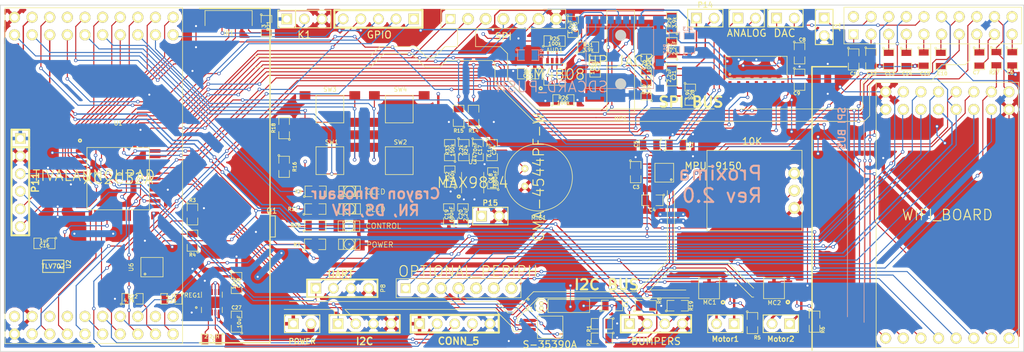
<source format=kicad_pcb>
(kicad_pcb (version 3) (host pcbnew "(2013-jul-07)-stable")
  (layers (15 F.Cu signal) (0 B.Cu signal) (18 B.Paste user hide) (19 F.Paste user hide) (20 B.SilkS user hide) (21 F.SilkS user) (22 B.Mask user hide) (23 F.Mask user hide) (28 Edge.Cuts user))
  (net 0 "")
  (net 1 +1.8V)
  (net 2 3V3)
  (net 3 AIN1)
  (net 4 AIN2)
  (net 5 BUMP1)
  (net 6 BUMP2)
  (net 7 CC_CONTROL)
  (net 8 CPLD_TCK)
  (net 9 CPLD_TDI)
  (net 10 CPLD_TDO)
  (net 11 CPLD_TMS)
  (net 12 GLCD_A0)
  (net 13 GLCD_A0_LP)
  (net 14 GND)
  (net 15 I2C_CL)
  (net 16 I2C_CL_LP)
  (net 17 I2C_DA)
  (net 18 I2C_DA_LP)
  (net 19 KPAD_C1)
  (net 20 KPAD_C2)
  (net 21 KPAD_R1)
  (net 22 KPAD_R2)
  (net 23 LED1)
  (net 24 LED2)
  (net 25 LINE_SENSOR_C)
  (net 26 LINE_SENSOR_L)
  (net 27 LINE_SENSOR_R)
  (net 28 MOTOR1+)
  (net 29 MOTOR1-)
  (net 30 MOTOR1F)
  (net 31 MOTOR2+)
  (net 32 MOTOR2-)
  (net 33 MOTOR2F)
  (net 34 MPUINT)
  (net 35 N-000001)
  (net 36 N-00000114)
  (net 37 N-00000115)
  (net 38 N-00000116)
  (net 39 N-00000117)
  (net 40 N-00000118)
  (net 41 N-00000119)
  (net 42 N-00000120)
  (net 43 N-00000121)
  (net 44 N-00000122)
  (net 45 N-00000123)
  (net 46 N-00000124)
  (net 47 N-00000125)
  (net 48 N-00000126)
  (net 49 N-00000127)
  (net 50 N-00000128)
  (net 51 N-00000129)
  (net 52 N-00000130)
  (net 53 N-00000131)
  (net 54 N-00000132)
  (net 55 N-00000134)
  (net 56 N-00000135)
  (net 57 N-00000136)
  (net 58 N-0000018)
  (net 59 N-0000019)
  (net 60 N-0000024)
  (net 61 N-0000025)
  (net 62 N-0000026)
  (net 63 N-0000027)
  (net 64 N-0000028)
  (net 65 N-0000029)
  (net 66 N-0000030)
  (net 67 N-0000031)
  (net 68 N-0000032)
  (net 69 N-0000039)
  (net 70 N-000004)
  (net 71 N-0000040)
  (net 72 N-0000043)
  (net 73 N-0000044)
  (net 74 N-0000047)
  (net 75 N-0000048)
  (net 76 N-000005)
  (net 77 N-0000052)
  (net 78 N-0000058)
  (net 79 N-0000061)
  (net 80 N-0000063)
  (net 81 N-0000064)
  (net 82 N-0000066)
  (net 83 N-0000067)
  (net 84 N-000009)
  (net 85 PA5)
  (net 86 PC4)
  (net 87 PE0)
  (net 88 PE4)
  (net 89 PF4)
  (net 90 POT)
  (net 91 RST)
  (net 92 RTCINT1)
  (net 93 RTCINT2)
  (net 94 SD_SWITCH)
  (net 95 SPI_CS1)
  (net 96 SPI_CS2)
  (net 97 SPI_CS3)
  (net 98 SPI_CS5)
  (net 99 SPI_CS6)
  (net 100 SPI_CS7)
  (net 101 SPI_MISO)
  (net 102 SPI_MISO_LP)
  (net 103 SPI_MOSI)
  (net 104 SPI_MOSI_LP)
  (net 105 SPI_SCK)
  (net 106 SPI_SCK_LP)
  (net 107 SPI_SEL0_CC)
  (net 108 SPI_SEL0_LP)
  (net 109 SPI_SEL1_CC)
  (net 110 SPI_SEL1_LP)
  (net 111 SPI_SEL2_CC)
  (net 112 SPI_SEL2_LP)
  (net 113 UART_RX)
  (net 114 UART_RX_LP)
  (net 115 UART_TX)
  (net 116 UART_TX_LP)
  (net 117 WIFI_INT)
  (module TivaC (layer F.Cu) (at 140.97 134.62 90)
    (fp_text reference LP1 hide)
    (fp_text value TIVALAUNCHPAD (at 0 0 180) (layer F.SilkS) (effects (font (size 1.524 1.524))))
    (pad 1 thru_hole circle (at -22.86 -11.43 270) (size 1.6 1.6) (drill 1) (layers *.Cu *.Mask F.SilkS) (net 2 3V3))
    (pad 2 thru_hole circle (at -22.86 -8.89 270) (size 1.6 1.6) (drill 1) (layers *.Cu *.Mask F.SilkS) (net 3 AIN1))
    (pad 3 thru_hole circle (at -22.86 -6.35 270) (size 1.6 1.6) (drill 1) (layers *.Cu *.Mask F.SilkS) (net 114 UART_RX_LP))
    (pad 4 thru_hole circle (at -22.86 -3.81 270) (size 1.6 1.6) (drill 1) (layers *.Cu *.Mask F.SilkS) (net 116 UART_TX_LP))
    (pad 5 thru_hole circle (at -22.86 -1.27 270) (size 1.6 1.6) (drill 1) (layers *.Cu *.Mask F.SilkS) (net 88 PE4))
    (pad 6 thru_hole circle (at -22.86 1.27 270) (size 1.6 1.6) (drill 1) (layers *.Cu *.Mask F.SilkS) (net 4 AIN2))
    (pad 7 thru_hole circle (at -22.86 3.81 270) (size 1.6 1.6) (drill 1) (layers *.Cu *.Mask F.SilkS) (net 106 SPI_SCK_LP))
    (pad 8 thru_hole circle (at -22.86 6.35 270) (size 1.6 1.6) (drill 1) (layers *.Cu *.Mask F.SilkS) (net 85 PA5))
    (pad 9 thru_hole circle (at -22.86 8.89 270) (size 1.6 1.6) (drill 1) (layers *.Cu *.Mask F.SilkS) (net 16 I2C_CL_LP))
    (pad 10 thru_hole circle (at -22.86 11.43 270) (size 1.6 1.6) (drill 1) (layers *.Cu *.Mask F.SilkS) (net 18 I2C_DA_LP))
    (pad 11 thru_hole circle (at 22.86 11.43 90) (size 1.6 1.6) (drill 1) (layers *.Cu *.Mask F.SilkS) (net 108 SPI_SEL0_LP))
    (pad 12 thru_hole circle (at 22.86 8.89 90) (size 1.6 1.6) (drill 1) (layers *.Cu *.Mask F.SilkS) (net 110 SPI_SEL1_LP))
    (pad 13 thru_hole circle (at 22.86 6.35 90) (size 1.6 1.6) (drill 1) (layers *.Cu *.Mask F.SilkS) (net 112 SPI_SEL2_LP))
    (pad 14 thru_hole circle (at 22.86 3.81 90) (size 1.6 1.6) (drill 1) (layers *.Cu *.Mask F.SilkS) (net 102 SPI_MISO_LP))
    (pad 15 thru_hole circle (at 22.86 1.27 90) (size 1.6 1.6) (drill 1) (layers *.Cu *.Mask F.SilkS) (net 104 SPI_MOSI_LP))
    (pad 16 thru_hole circle (at 22.86 -1.27 90) (size 1.6 1.6) (drill 1) (layers *.Cu *.Mask F.SilkS) (net 91 RST))
    (pad 17 thru_hole circle (at 22.86 -3.81 90) (size 1.6 1.6) (drill 1) (layers *.Cu *.Mask F.SilkS))
    (pad 18 thru_hole circle (at 22.86 -6.35 90) (size 1.6 1.6) (drill 1) (layers *.Cu *.Mask F.SilkS) (net 87 PE0))
    (pad 19 thru_hole circle (at 22.86 -8.89 90) (size 1.6 1.6) (drill 1) (layers *.Cu *.Mask F.SilkS) (net 5 BUMP1))
    (pad 20 thru_hole circle (at 22.86 -11.43 90) (size 1.6 1.6) (drill 1) (layers *.Cu *.Mask F.SilkS) (net 14 GND))
    (pad 21 thru_hole circle (at -20.32 -11.43 270) (size 1.6 1.6) (drill 1) (layers *.Cu *.Mask F.SilkS))
    (pad 22 thru_hole circle (at -20.32 -8.89 270) (size 1.6 1.6) (drill 1) (layers *.Cu *.Mask F.SilkS) (net 14 GND))
    (pad 23 thru_hole circle (at -20.32 -6.35 270) (size 1.6 1.6) (drill 1) (layers *.Cu *.Mask F.SilkS))
    (pad 24 thru_hole circle (at -20.32 -3.81 270) (size 1.6 1.6) (drill 1) (layers *.Cu *.Mask F.SilkS))
    (pad 25 thru_hole circle (at -20.32 -1.27 270) (size 1.6 1.6) (drill 1) (layers *.Cu *.Mask F.SilkS) (net 26 LINE_SENSOR_L))
    (pad 26 thru_hole circle (at -20.32 1.27 270) (size 1.6 1.6) (drill 1) (layers *.Cu *.Mask F.SilkS) (net 27 LINE_SENSOR_R))
    (pad 27 thru_hole circle (at -20.32 3.81 270) (size 1.6 1.6) (drill 1) (layers *.Cu *.Mask F.SilkS) (net 25 LINE_SENSOR_C))
    (pad 28 thru_hole circle (at -20.32 6.35 270) (size 1.6 1.6) (drill 1) (layers *.Cu *.Mask F.SilkS) (net 90 POT))
    (pad 29 thru_hole circle (at -20.32 8.89 270) (size 1.6 1.6) (drill 1) (layers *.Cu *.Mask F.SilkS))
    (pad 30 thru_hole circle (at -20.32 11.43 270) (size 1.6 1.6) (drill 1) (layers *.Cu *.Mask F.SilkS))
    (pad 31 thru_hole circle (at 20.32 11.43 90) (size 1.6 1.6) (drill 1) (layers *.Cu *.Mask F.SilkS) (net 89 PF4))
    (pad 32 thru_hole circle (at 20.32 8.89 90) (size 1.6 1.6) (drill 1) (layers *.Cu *.Mask F.SilkS) (net 22 KPAD_R2))
    (pad 33 thru_hole circle (at 20.32 6.35 90) (size 1.6 1.6) (drill 1) (layers *.Cu *.Mask F.SilkS) (net 21 KPAD_R1))
    (pad 34 thru_hole circle (at 20.32 3.81 90) (size 1.6 1.6) (drill 1) (layers *.Cu *.Mask F.SilkS) (net 13 GLCD_A0_LP))
    (pad 35 thru_hole circle (at 20.32 1.27 90) (size 1.6 1.6) (drill 1) (layers *.Cu *.Mask F.SilkS) (net 20 KPAD_C2))
    (pad 36 thru_hole circle (at 20.32 -1.27 90) (size 1.6 1.6) (drill 1) (layers *.Cu *.Mask F.SilkS) (net 19 KPAD_C1))
    (pad 37 thru_hole circle (at 20.32 -3.81 90) (size 1.6 1.6) (drill 1) (layers *.Cu *.Mask F.SilkS) (net 86 PC4))
    (pad 38 thru_hole circle (at 20.32 -6.35 90) (size 1.6 1.6) (drill 1) (layers *.Cu *.Mask F.SilkS) (net 6 BUMP2))
    (pad 39 thru_hole circle (at 20.32 -8.89 90) (size 1.6 1.6) (drill 1) (layers *.Cu *.Mask F.SilkS) (net 24 LED2))
    (pad 40 thru_hole circle (at 20.32 -11.43 90) (size 1.6 1.6) (drill 1) (layers *.Cu *.Mask F.SilkS) (net 23 LED1))
  )
  (module SDCARD_Push (layer B.Cu) (at 216.789 117.602)
    (fp_text reference SD1 hide)
    (fp_text value SDCARD_PUSH (at -9.8 4.2) (layer B.SilkS) (effects (font (size 1.524 1.524)) (justify mirror)))
    (pad 1 smd rect (at 3.105 -5.45) (size 0.85 1.1) (layers B.Cu B.Paste B.Mask) (net 62 N-0000026))
    (pad 2 smd rect (at 2.005 -5.45) (size 0.85 1.1) (layers B.Cu B.Paste B.Mask) (net 95 SPI_CS1))
    (pad 3 smd rect (at 0.905 -5.45) (size 0.85 1.1) (layers B.Cu B.Paste B.Mask) (net 103 SPI_MOSI))
    (pad 4 smd rect (at -0.195 -5.45) (size 0.85 1.1) (layers B.Cu B.Paste B.Mask) (net 2 3V3))
    (pad 5 smd rect (at -1.295 -5.45) (size 0.85 1.1) (layers B.Cu B.Paste B.Mask) (net 105 SPI_SCK))
    (pad 6 smd rect (at -2.395 -5.45) (size 0.85 1.1) (layers B.Cu B.Paste B.Mask) (net 14 GND))
    (pad 7 smd rect (at -3.495 -5.45) (size 0.85 1.1) (layers B.Cu B.Paste B.Mask) (net 101 SPI_MISO))
    (pad 8 smd rect (at -4.545 -5.45) (size 0.75 1.1) (layers B.Cu B.Paste B.Mask) (net 69 N-0000039))
    (pad 6 smd rect (at 5.565 -5.325) (size 1.55 1.35) (layers B.Cu B.Paste B.Mask) (net 14 GND))
    (pad 6 smd rect (at -3.73 5.375) (size 1.9 1.35) (layers B.Cu B.Paste B.Mask) (net 14 GND))
    (pad 6 smd rect (at 2.24 5.375) (size 1.9 1.35) (layers B.Cu B.Paste B.Mask) (net 14 GND))
    (pad 6 smd rect (at -5.755 -5.1) (size 1.17 1.8) (layers B.Cu B.Paste B.Mask) (net 14 GND))
    (pad 9 smd rect (at 5.77 4.4) (size 1.2 1) (layers B.Cu B.Paste B.Mask) (net 2 3V3))
    (pad 10 smd rect (at 5.77 0.7) (size 1.2 1) (layers B.Cu B.Paste B.Mask) (net 94 SD_SWITCH))
  )
  (module DaughterBoard (layer F.Cu) (at 264 140.3 90)
    (fp_text reference WB1 hide)
    (fp_text value WIFI_BOARD (at 0 0 180) (layer F.SilkS) (effects (font (size 1.524 1.524))))
    (pad 1 thru_hole circle (at -17.78 -8.89 270) (size 1.6 1.6) (drill 1) (layers *.Cu *.Mask F.SilkS) (net 105 SPI_SCK))
    (pad 2 thru_hole circle (at -17.78 -6.35 270) (size 1.6 1.6) (drill 1) (layers *.Cu *.Mask F.SilkS) (net 103 SPI_MOSI))
    (pad 3 thru_hole circle (at -17.78 -3.81 270) (size 1.6 1.6) (drill 1) (layers *.Cu *.Mask F.SilkS) (net 101 SPI_MISO))
    (pad 4 thru_hole circle (at -17.78 -1.27 270) (size 1.6 1.6) (drill 1) (layers *.Cu *.Mask F.SilkS) (net 107 SPI_SEL0_CC))
    (pad 5 thru_hole circle (at -17.78 1.27 270) (size 1.6 1.6) (drill 1) (layers *.Cu *.Mask F.SilkS) (net 109 SPI_SEL1_CC))
    (pad 6 thru_hole circle (at -17.78 3.81 270) (size 1.6 1.6) (drill 1) (layers *.Cu *.Mask F.SilkS) (net 111 SPI_SEL2_CC))
    (pad 7 thru_hole circle (at -17.78 6.35 270) (size 1.6 1.6) (drill 1) (layers *.Cu *.Mask F.SilkS) (net 98 SPI_CS5))
    (pad 8 thru_hole circle (at -17.78 8.89 270) (size 1.6 1.6) (drill 1) (layers *.Cu *.Mask F.SilkS) (net 12 GLCD_A0))
    (pad 9 thru_hole circle (at 17.78 8.89 90) (size 1.6 1.6) (drill 1) (layers *.Cu *.Mask F.SilkS) (net 2 3V3))
    (pad 10 thru_hole circle (at 17.78 6.35 90) (size 1.6 1.6) (drill 1) (layers *.Cu *.Mask F.SilkS) (net 7 CC_CONTROL))
    (pad 11 thru_hole circle (at 17.78 3.81 90) (size 1.6 1.6) (drill 1) (layers *.Cu *.Mask F.SilkS) (net 17 I2C_DA))
    (pad 12 thru_hole circle (at 17.78 1.27 90) (size 1.6 1.6) (drill 1) (layers *.Cu *.Mask F.SilkS) (net 15 I2C_CL))
    (pad 13 thru_hole circle (at 17.78 -1.27 90) (size 1.6 1.6) (drill 1) (layers *.Cu *.Mask F.SilkS) (net 113 UART_RX))
    (pad 14 thru_hole circle (at 17.78 -3.81 90) (size 1.6 1.6) (drill 1) (layers *.Cu *.Mask F.SilkS) (net 115 UART_TX))
    (pad 15 thru_hole circle (at 17.78 -6.35 90) (size 1.6 1.6) (drill 1) (layers *.Cu *.Mask F.SilkS) (net 117 WIFI_INT))
    (pad 16 thru_hole circle (at 17.78 -8.89 90) (size 1.6 1.6) (drill 1) (layers *.Cu *.Mask F.SilkS) (net 14 GND))
    (pad 17 thru_hole circle (at 15.24 -8.89 90) (size 1.6 1.6) (drill 1) (layers *.Cu *.Mask F.SilkS) (net 2 3V3))
    (pad 18 thru_hole circle (at 15.24 -6.35 90) (size 1.6 1.6) (drill 1) (layers *.Cu *.Mask F.SilkS) (net 34 MPUINT))
    (pad 19 thru_hole circle (at 15.24 -3.81 90) (size 1.6 1.6) (drill 1) (layers *.Cu *.Mask F.SilkS) (net 92 RTCINT1))
    (pad 20 thru_hole circle (at 15.24 -1.27 90) (size 1.6 1.6) (drill 1) (layers *.Cu *.Mask F.SilkS) (net 93 RTCINT2))
    (pad 21 thru_hole circle (at 15.24 1.27 90) (size 1.6 1.6) (drill 1) (layers *.Cu *.Mask F.SilkS) (net 94 SD_SWITCH))
    (pad 22 thru_hole circle (at 15.24 3.81 90) (size 1.6 1.6) (drill 1) (layers *.Cu *.Mask F.SilkS) (net 30 MOTOR1F))
    (pad 23 thru_hole circle (at 15.24 6.35 90) (size 1.6 1.6) (drill 1) (layers *.Cu *.Mask F.SilkS) (net 33 MOTOR2F))
    (pad 24 thru_hole circle (at 15.24 8.89 90) (size 1.6 1.6) (drill 1) (layers *.Cu *.Mask F.SilkS) (net 14 GND))
  )
  (module XTAL-32K (layer F.Cu) (at 205.486 153.416)
    (fp_text reference X1 (at -1.7 0.5) (layer F.SilkS) (effects (font (size 0.625 0.625) (thickness 0.1))))
    (fp_text value 32.768KHz hide)
    (pad 1 thru_hole circle (at 0 -0.35) (size 0.6 0.6) (drill 0.26) (layers *.Cu *.Mask F.SilkS) (net 58 N-0000018))
    (pad 2 thru_hole circle (at 0 0.35) (size 0.6 0.6) (drill 0.26) (layers *.Cu *.Mask F.SilkS) (net 59 N-0000019))
  )
  (module SM0805 (layer F.Cu) (at 172.9 139.444)
    (fp_text reference R17 (at -3.228 0.002) (layer F.SilkS) (effects (font (size 0.50038 0.50038) (thickness 0.10922))))
    (fp_text value 220 hide)
    (pad 1 smd rect (at -0.9525 0) (size 0.889 1.397) (layers F.Cu F.Paste F.Mask) (net 23 LED1))
    (pad 2 smd rect (at 0.9525 0) (size 0.889 1.397) (layers F.Cu F.Paste F.Mask) (net 78 N-0000058))
  )
  (module SM0805 (layer B.Cu) (at 226.822 115.443 90)
    (fp_text reference R13 (at 2 -0.25 360) (layer B.SilkS) (effects (font (size 0.50038 0.50038) (thickness 0.10922)) (justify mirror)))
    (fp_text value 47k hide)
    (pad 1 smd rect (at -0.9525 0 90) (size 0.889 1.397) (layers B.Cu B.Paste B.Mask) (net 2 3V3))
    (pad 2 smd rect (at 0.9525 0 90) (size 0.889 1.397) (layers B.Cu B.Paste B.Mask) (net 62 N-0000026))
  )
  (module SM0805 (layer F.Cu) (at 242.697 120.777 270)
    (fp_text reference C9 (at 1.95 0.4 360) (layer F.SilkS) (effects (font (size 0.50038 0.50038) (thickness 0.10922))))
    (fp_text value 10uF hide)
    (pad 1 smd rect (at -0.9525 0 270) (size 0.889 1.397) (layers F.Cu F.Paste F.Mask) (net 2 3V3))
    (pad 2 smd rect (at 0.9525 0 270) (size 0.889 1.397) (layers F.Cu F.Paste F.Mask) (net 14 GND))
  )
  (module SM0805 (layer F.Cu) (at 242.697 116.967 270)
    (fp_text reference C8 (at -1.95 -0.4 360) (layer F.SilkS) (effects (font (size 0.50038 0.50038) (thickness 0.10922))))
    (fp_text value 0.1uF hide)
    (pad 1 smd rect (at -0.9525 0 270) (size 0.889 1.397) (layers F.Cu F.Paste F.Mask) (net 14 GND))
    (pad 2 smd rect (at 0.9525 0 270) (size 0.889 1.397) (layers F.Cu F.Paste F.Mask) (net 2 3V3))
  )
  (module SM0805 (layer F.Cu) (at 271.07 117.74 270)
    (fp_text reference R27 (at 2 0.3 360) (layer F.SilkS) (effects (font (size 0.50038 0.50038) (thickness 0.10922))))
    (fp_text value 10K hide)
    (pad 1 smd rect (at -0.9525 0 270) (size 0.889 1.397) (layers F.Cu F.Paste F.Mask) (net 2 3V3))
    (pad 2 smd rect (at 0.9525 0 270) (size 0.889 1.397) (layers F.Cu F.Paste F.Mask) (net 7 CC_CONTROL))
  )
  (module SM0805 (layer B.Cu) (at 203.581 117.221)
    (fp_text reference R11 (at 2 -0.2 270) (layer B.SilkS) (effects (font (size 0.50038 0.50038) (thickness 0.10922)) (justify mirror)))
    (fp_text value 47k hide)
    (pad 1 smd rect (at -0.9525 0) (size 0.889 1.397) (layers B.Cu B.Paste B.Mask) (net 2 3V3))
    (pad 2 smd rect (at 0.9525 0) (size 0.889 1.397) (layers B.Cu B.Paste B.Mask) (net 69 N-0000039))
  )
  (module SM0805 (layer F.Cu) (at 172.87 144.534)
    (fp_text reference R7 (at -2.63 0.07) (layer F.SilkS) (effects (font (size 0.50038 0.50038) (thickness 0.10922))))
    (fp_text value 220 hide)
    (pad 1 smd rect (at -0.9525 0) (size 0.889 1.397) (layers F.Cu F.Paste F.Mask) (net 2 3V3))
    (pad 2 smd rect (at 0.9525 0) (size 0.889 1.397) (layers F.Cu F.Paste F.Mask) (net 83 N-0000067))
  )
  (module SM0805 (layer F.Cu) (at 168.402 133.35 270)
    (fp_text reference R16 (at 0 -1.524 270) (layer F.SilkS) (effects (font (size 0.50038 0.50038) (thickness 0.10922))))
    (fp_text value 10K hide)
    (pad 1 smd rect (at -0.9525 0 270) (size 0.889 1.397) (layers F.Cu F.Paste F.Mask) (net 14 GND))
    (pad 2 smd rect (at 0.9525 0 270) (size 0.889 1.397) (layers F.Cu F.Paste F.Mask) (net 19 KPAD_C1))
  )
  (module SM0805 (layer F.Cu) (at 168.402 127.762 90)
    (fp_text reference R18 (at 0 -1.524 90) (layer F.SilkS) (effects (font (size 0.50038 0.50038) (thickness 0.10922))))
    (fp_text value 10K hide)
    (pad 1 smd rect (at -0.9525 0 90) (size 0.889 1.397) (layers F.Cu F.Paste F.Mask) (net 14 GND))
    (pad 2 smd rect (at 0.9525 0 90) (size 0.889 1.397) (layers F.Cu F.Paste F.Mask) (net 20 KPAD_C2))
  )
  (module SM0805 (layer F.Cu) (at 193.548 125.984 90)
    (fp_text reference R15 (at -2.159 0 180) (layer F.SilkS) (effects (font (size 0.50038 0.50038) (thickness 0.10922))))
    (fp_text value 47k hide)
    (pad 1 smd rect (at -0.9525 0 90) (size 0.889 1.397) (layers F.Cu F.Paste F.Mask) (net 2 3V3))
    (pad 2 smd rect (at 0.9525 0 90) (size 0.889 1.397) (layers F.Cu F.Paste F.Mask) (net 103 SPI_MOSI))
  )
  (module SM0805 (layer F.Cu) (at 215.67 153.37)
    (fp_text reference C1 (at 2.008 -0.208 90) (layer F.SilkS) (effects (font (size 0.50038 0.50038) (thickness 0.10922))))
    (fp_text value 5pF hide)
    (pad 1 smd rect (at -0.9525 0) (size 0.889 1.397) (layers F.Cu F.Paste F.Mask) (net 58 N-0000018))
    (pad 2 smd rect (at 0.9525 0) (size 0.889 1.397) (layers F.Cu F.Paste F.Mask) (net 14 GND))
  )
  (module SM0805 (layer F.Cu) (at 235.91 155.9 270)
    (fp_text reference R5 (at 2.1 -0.7 360) (layer F.SilkS) (effects (font (size 0.50038 0.50038) (thickness 0.10922))))
    (fp_text value 0.2 hide)
    (pad 1 smd rect (at -0.9525 0 270) (size 0.889 1.397) (layers F.Cu F.Paste F.Mask) (net 84 N-000009))
    (pad 2 smd rect (at 0.9525 0 270) (size 0.889 1.397) (layers F.Cu F.Paste F.Mask) (net 14 GND))
  )
  (module SM0805 (layer F.Cu) (at 244.856 155.702 270)
    (fp_text reference R6 (at 1.2 -1.2 270) (layer F.SilkS) (effects (font (size 0.50038 0.50038) (thickness 0.10922))))
    (fp_text value 0.2 hide)
    (pad 1 smd rect (at -0.9525 0 270) (size 0.889 1.397) (layers F.Cu F.Paste F.Mask) (net 35 N-000001))
    (pad 2 smd rect (at 0.9525 0 270) (size 0.889 1.397) (layers F.Cu F.Paste F.Mask) (net 14 GND))
  )
  (module SM0805 (layer F.Cu) (at 221.488 138.176 180)
    (fp_text reference C4 (at 0 -1.397 180) (layer F.SilkS) (effects (font (size 0.50038 0.50038) (thickness 0.10922))))
    (fp_text value 2.2nF hide)
    (pad 1 smd rect (at -0.9525 0 180) (size 0.889 1.397) (layers F.Cu F.Paste F.Mask) (net 76 N-000005))
    (pad 2 smd rect (at 0.9525 0 180) (size 0.889 1.397) (layers F.Cu F.Paste F.Mask) (net 14 GND))
  )
  (module SM0805 (layer F.Cu) (at 221.107 130.175 180)
    (fp_text reference C5 (at 1.9685 0.127 270) (layer F.SilkS) (effects (font (size 0.50038 0.50038) (thickness 0.10922))))
    (fp_text value 0.1uF hide)
    (pad 1 smd rect (at -0.9525 0 180) (size 0.889 1.397) (layers F.Cu F.Paste F.Mask) (net 70 N-000004))
    (pad 2 smd rect (at 0.9525 0 180) (size 0.889 1.397) (layers F.Cu F.Paste F.Mask) (net 14 GND))
  )
  (module SM0805 (layer F.Cu) (at 219.075 134.112 270)
    (fp_text reference C3 (at 2.159 -0.0635 360) (layer F.SilkS) (effects (font (size 0.50038 0.50038) (thickness 0.10922))))
    (fp_text value 10nF hide)
    (pad 1 smd rect (at -0.9525 0 270) (size 0.889 1.397) (layers F.Cu F.Paste F.Mask) (net 2 3V3))
    (pad 2 smd rect (at 0.9525 0 270) (size 0.889 1.397) (layers F.Cu F.Paste F.Mask) (net 14 GND))
  )
  (module SM0805 (layer F.Cu) (at 224.917 130.175)
    (fp_text reference C2 (at 2.159 0 90) (layer F.SilkS) (effects (font (size 0.50038 0.50038) (thickness 0.10922))))
    (fp_text value 0.1uF hide)
    (pad 1 smd rect (at -0.9525 0) (size 0.889 1.397) (layers F.Cu F.Paste F.Mask) (net 2 3V3))
    (pad 2 smd rect (at 0.9525 0) (size 0.889 1.397) (layers F.Cu F.Paste F.Mask) (net 14 GND))
  )
  (module SM0805 (layer F.Cu) (at 155.194 140.208 270)
    (fp_text reference R3 (at -2.032 0 360) (layer F.SilkS) (effects (font (size 0.50038 0.50038) (thickness 0.10922))))
    (fp_text value 4.7k hide)
    (pad 1 smd rect (at -0.9525 0 270) (size 0.889 1.397) (layers F.Cu F.Paste F.Mask) (net 2 3V3))
    (pad 2 smd rect (at 0.9525 0 270) (size 0.889 1.397) (layers F.Cu F.Paste F.Mask) (net 15 I2C_CL))
  )
  (module SM0805 (layer F.Cu) (at 155.194 144.018 90)
    (fp_text reference R4 (at -2.032 0 180) (layer F.SilkS) (effects (font (size 0.50038 0.50038) (thickness 0.10922))))
    (fp_text value 4.7k hide)
    (pad 1 smd rect (at -0.9525 0 90) (size 0.889 1.397) (layers F.Cu F.Paste F.Mask) (net 2 3V3))
    (pad 2 smd rect (at 0.9525 0 90) (size 0.889 1.397) (layers F.Cu F.Paste F.Mask) (net 17 I2C_DA))
  )
  (module SM0805 (layer F.Cu) (at 214.2 158.1 180)
    (fp_text reference R2 (at 1.856 -0.65 270) (layer F.SilkS) (effects (font (size 0.50038 0.50038) (thickness 0.10922))))
    (fp_text value 10K hide)
    (pad 1 smd rect (at -0.9525 0 180) (size 0.889 1.397) (layers F.Cu F.Paste F.Mask) (net 2 3V3))
    (pad 2 smd rect (at 0.9525 0 180) (size 0.889 1.397) (layers F.Cu F.Paste F.Mask) (net 93 RTCINT2))
  )
  (module SM0805 (layer F.Cu) (at 214.2 156 180)
    (fp_text reference R1 (at 1.856 -0.718 270) (layer F.SilkS) (effects (font (size 0.50038 0.50038) (thickness 0.10922))))
    (fp_text value 10K hide)
    (pad 1 smd rect (at -0.9525 0 180) (size 0.889 1.397) (layers F.Cu F.Paste F.Mask) (net 2 3V3))
    (pad 2 smd rect (at 0.9525 0 180) (size 0.889 1.397) (layers F.Cu F.Paste F.Mask) (net 92 RTCINT1))
  )
  (module SM0805 (layer F.Cu) (at 273.35 117.76 270)
    (fp_text reference C6 (at 2.001 0.3 360) (layer F.SilkS) (effects (font (size 0.50038 0.50038) (thickness 0.10922))))
    (fp_text value 1uF hide)
    (pad 1 smd rect (at -0.9525 0 270) (size 0.889 1.397) (layers F.Cu F.Paste F.Mask) (net 67 N-0000031))
    (pad 2 smd rect (at 0.9525 0 270) (size 0.889 1.397) (layers F.Cu F.Paste F.Mask) (net 14 GND))
  )
  (module SM0805 (layer F.Cu) (at 220.53 153.41)
    (fp_text reference R8 (at 1.974 -0.756 90) (layer F.SilkS) (effects (font (size 0.50038 0.50038) (thickness 0.10922))))
    (fp_text value 47k hide)
    (pad 1 smd rect (at -0.9525 0) (size 0.889 1.397) (layers F.Cu F.Paste F.Mask) (net 5 BUMP1))
    (pad 2 smd rect (at 0.9525 0) (size 0.889 1.397) (layers F.Cu F.Paste F.Mask) (net 2 3V3))
  )
  (module SM0805 (layer F.Cu) (at 172.95 136.884)
    (fp_text reference R9 (at -2.49 0.05) (layer F.SilkS) (effects (font (size 0.50038 0.50038) (thickness 0.10922))))
    (fp_text value 220 hide)
    (pad 1 smd rect (at -0.9525 0) (size 0.889 1.397) (layers F.Cu F.Paste F.Mask) (net 24 LED2))
    (pad 2 smd rect (at 0.9525 0) (size 0.889 1.397) (layers F.Cu F.Paste F.Mask) (net 77 N-0000052))
  )
  (module SM0805 (layer F.Cu) (at 263.07 117.85 270)
    (fp_text reference C10 (at 2.04 -0.21 360) (layer F.SilkS) (effects (font (size 0.50038 0.50038) (thickness 0.10922))))
    (fp_text value 1uF hide)
    (pad 1 smd rect (at -0.9525 0 270) (size 0.889 1.397) (layers F.Cu F.Paste F.Mask) (net 72 N-0000043))
    (pad 2 smd rect (at 0.9525 0 270) (size 0.889 1.397) (layers F.Cu F.Paste F.Mask) (net 75 N-0000048))
  )
  (module SM0805 (layer F.Cu) (at 268.62 117.79 270)
    (fp_text reference C7 (at 1.95 0.45 360) (layer F.SilkS) (effects (font (size 0.50038 0.50038) (thickness 0.10922))))
    (fp_text value 1uF hide)
    (pad 1 smd rect (at -0.9525 0 270) (size 0.889 1.397) (layers F.Cu F.Paste F.Mask) (net 73 N-0000044))
    (pad 2 smd rect (at 0.9525 0 270) (size 0.889 1.397) (layers F.Cu F.Paste F.Mask) (net 74 N-0000047))
  )
  (module SM0805 (layer F.Cu) (at 260.6 117.8 270)
    (fp_text reference C15 (at 2.1 -0.2 360) (layer F.SilkS) (effects (font (size 0.50038 0.50038) (thickness 0.10922))))
    (fp_text value 1uF hide)
    (pad 1 smd rect (at -0.9525 0 270) (size 0.889 1.397) (layers F.Cu F.Paste F.Mask) (net 63 N-0000027))
    (pad 2 smd rect (at 0.9525 0 270) (size 0.889 1.397) (layers F.Cu F.Paste F.Mask) (net 14 GND))
  )
  (module SM0805 (layer F.Cu) (at 258.1 117.85 270)
    (fp_text reference C14 (at 2.05 -0.1 360) (layer F.SilkS) (effects (font (size 0.50038 0.50038) (thickness 0.10922))))
    (fp_text value 1uF hide)
    (pad 1 smd rect (at -0.9525 0 270) (size 0.889 1.397) (layers F.Cu F.Paste F.Mask) (net 64 N-0000028))
    (pad 2 smd rect (at 0.9525 0 270) (size 0.889 1.397) (layers F.Cu F.Paste F.Mask) (net 14 GND))
  )
  (module SM0805 (layer F.Cu) (at 255.55 117.85 270)
    (fp_text reference C13 (at 2.05 -0.15 360) (layer F.SilkS) (effects (font (size 0.50038 0.50038) (thickness 0.10922))))
    (fp_text value 1uF hide)
    (pad 1 smd rect (at -0.9525 0 270) (size 0.889 1.397) (layers F.Cu F.Paste F.Mask) (net 65 N-0000029))
    (pad 2 smd rect (at 0.9525 0 270) (size 0.889 1.397) (layers F.Cu F.Paste F.Mask) (net 14 GND))
  )
  (module SM0805 (layer F.Cu) (at 253 117.8 270)
    (fp_text reference C12 (at 2.1 -0.1 360) (layer F.SilkS) (effects (font (size 0.50038 0.50038) (thickness 0.10922))))
    (fp_text value 1uF hide)
    (pad 1 smd rect (at -0.9525 0 270) (size 0.889 1.397) (layers F.Cu F.Paste F.Mask) (net 66 N-0000030))
    (pad 2 smd rect (at 0.9525 0 270) (size 0.889 1.397) (layers F.Cu F.Paste F.Mask) (net 14 GND))
  )
  (module SM0805 (layer F.Cu) (at 250.5 117.85 270)
    (fp_text reference C11 (at 2.05 -0.2 360) (layer F.SilkS) (effects (font (size 0.50038 0.50038) (thickness 0.10922))))
    (fp_text value 1uF hide)
    (pad 1 smd rect (at -0.9525 0 270) (size 0.889 1.397) (layers F.Cu F.Paste F.Mask) (net 68 N-0000032))
    (pad 2 smd rect (at 0.9525 0 270) (size 0.889 1.397) (layers F.Cu F.Paste F.Mask) (net 14 GND))
  )
  (module SM0805 (layer B.Cu) (at 224.663 115.443 90)
    (fp_text reference R12 (at -0.9 -1.3 90) (layer B.SilkS) (effects (font (size 0.50038 0.50038) (thickness 0.10922)) (justify mirror)))
    (fp_text value 10k hide)
    (pad 1 smd rect (at -0.9525 0 90) (size 0.889 1.397) (layers B.Cu B.Paste B.Mask) (net 94 SD_SWITCH))
    (pad 2 smd rect (at 0.9525 0 90) (size 0.889 1.397) (layers B.Cu B.Paste B.Mask) (net 14 GND))
  )
  (module SM0805 (layer F.Cu) (at 195.707 125.984 90)
    (fp_text reference R14 (at -2.159 0 180) (layer F.SilkS) (effects (font (size 0.50038 0.50038) (thickness 0.10922))))
    (fp_text value 47k hide)
    (pad 1 smd rect (at -0.9525 0 90) (size 0.889 1.397) (layers F.Cu F.Paste F.Mask) (net 2 3V3))
    (pad 2 smd rect (at 0.9525 0 90) (size 0.889 1.397) (layers F.Cu F.Paste F.Mask) (net 101 SPI_MISO))
  )
  (module PIN_ARRAY_5x1 (layer F.Cu) (at 182 112 180)
    (fp_text reference P9 hide)
    (fp_text value GPIO (at -0.118 -2.3 180) (layer F.SilkS) (effects (font (size 1.016 1.016) (thickness 0.1524))))
    (pad 1 thru_hole rect (at -5.08 0 180) (size 1.524 1.524) (drill 1.016) (layers *.Cu *.Mask F.SilkS) (net 85 PA5))
    (pad 2 thru_hole circle (at -2.54 0 180) (size 1.524 1.524) (drill 1.016) (layers *.Cu *.Mask F.SilkS) (net 86 PC4))
    (pad 3 thru_hole circle (at 0 0 180) (size 1.524 1.524) (drill 1.016) (layers *.Cu *.Mask F.SilkS) (net 87 PE0))
    (pad 4 thru_hole circle (at 2.54 0 180) (size 1.524 1.524) (drill 1.016) (layers *.Cu *.Mask F.SilkS) (net 88 PE4))
    (pad 5 thru_hole circle (at 5.08 0 180) (size 1.524 1.524) (drill 1.016) (layers *.Cu *.Mask F.SilkS) (net 89 PF4))
  )
  (module PIN_ARRAY_4x1 (layer F.Cu) (at 180 156)
    (fp_text reference P1 hide)
    (fp_text value I2C (at 0 2.54) (layer F.SilkS) (effects (font (size 1.016 1.016) (thickness 0.2032))))
    (pad 1 thru_hole rect (at -3.81 0) (size 1.524 1.524) (drill 1.016) (layers *.Cu *.Mask F.SilkS) (net 15 I2C_CL))
    (pad 2 thru_hole circle (at -1.27 0) (size 1.524 1.524) (drill 1.016) (layers *.Cu *.Mask F.SilkS) (net 17 I2C_DA))
    (pad 3 thru_hole circle (at 1.27 0) (size 1.524 1.524) (drill 1.016) (layers *.Cu *.Mask F.SilkS) (net 2 3V3))
    (pad 4 thru_hole circle (at 3.81 0) (size 1.524 1.524) (drill 1.016) (layers *.Cu *.Mask F.SilkS) (net 14 GND))
  )
  (module PIN_ARRAY_4x1 (layer F.Cu) (at 222 156)
    (fp_text reference P10 hide)
    (fp_text value BUMPERS (at 0 2.54) (layer F.SilkS) (effects (font (size 1.016 1.016) (thickness 0.1524))))
    (pad 1 thru_hole rect (at -3.81 0) (size 1.524 1.524) (drill 1.016) (layers *.Cu *.Mask F.SilkS) (net 5 BUMP1))
    (pad 2 thru_hole circle (at -1.27 0) (size 1.524 1.524) (drill 1.016) (layers *.Cu *.Mask F.SilkS) (net 14 GND))
    (pad 3 thru_hole circle (at 1.27 0) (size 1.524 1.524) (drill 1.016) (layers *.Cu *.Mask F.SilkS) (net 6 BUMP2))
    (pad 4 thru_hole circle (at 3.81 0) (size 1.524 1.524) (drill 1.016) (layers *.Cu *.Mask F.SilkS) (net 14 GND))
  )
  (module PIN_ARRAY_2X1 (layer F.Cu) (at 171 156)
    (fp_text reference P12 hide)
    (fp_text value POWER (at 0 2.54) (layer F.SilkS) (effects (font (size 0.762 0.762) (thickness 0.1524))))
    (pad 1 thru_hole rect (at -1.27 0) (size 1.524 1.524) (drill 1.016) (layers *.Cu *.Mask F.SilkS) (net 14 GND))
    (pad 2 thru_hole circle (at 1.27 0) (size 1.524 1.524) (drill 1.016) (layers *.Cu *.Mask F.SilkS) (net 38 N-00000116))
  )
  (module PIN_ARRAY_2X1 (layer F.Cu) (at 232 156 180)
    (fp_text reference P2 hide)
    (fp_text value Motor1 (at 0 -2.2 180) (layer F.SilkS) (effects (font (size 0.762 0.762) (thickness 0.1524))))
    (pad 1 thru_hole rect (at -1.27 0 180) (size 1.524 1.524) (drill 1.016) (layers *.Cu *.Mask F.SilkS) (net 28 MOTOR1+))
    (pad 2 thru_hole circle (at 1.27 0 180) (size 1.524 1.524) (drill 1.016) (layers *.Cu *.Mask F.SilkS) (net 29 MOTOR1-))
  )
  (module PIN_ARRAY_2X1 (layer F.Cu) (at 235.077 111.887)
    (fp_text reference P7 hide)
    (fp_text value ANALOG (at 0 2.159) (layer F.SilkS) (effects (font (size 1.016 1.016) (thickness 0.1524))))
    (pad 1 thru_hole rect (at -1.27 0) (size 1.524 1.524) (drill 1.016) (layers *.Cu *.Mask F.SilkS) (net 3 AIN1))
    (pad 2 thru_hole circle (at 1.27 0) (size 1.524 1.524) (drill 1.016) (layers *.Cu *.Mask F.SilkS) (net 4 AIN2))
  )
  (module PIN_ARRAY_2X1 (layer F.Cu) (at 240 156 180)
    (fp_text reference P3 hide)
    (fp_text value Motor2 (at 0 -2.2 180) (layer F.SilkS) (effects (font (size 0.762 0.762) (thickness 0.1524))))
    (pad 1 thru_hole rect (at -1.27 0 180) (size 1.524 1.524) (drill 1.016) (layers *.Cu *.Mask F.SilkS) (net 31 MOTOR2+))
    (pad 2 thru_hole circle (at 1.27 0 180) (size 1.524 1.524) (drill 1.016) (layers *.Cu *.Mask F.SilkS) (net 32 MOTOR2-))
  )
  (module MPU9150 (layer F.Cu) (at 223.2 134.2 180)
    (fp_text reference MPU1 hide)
    (fp_text value MPU-9150 (at -7.051 0.977 180) (layer F.SilkS))
    (pad 1 smd rect (at -1.93 -1.25 180) (size 0.8 0.35) (layers F.Cu F.Paste F.Mask) (net 14 GND))
    (pad 2 smd rect (at -1.93 -0.75 180) (size 0.8 0.35) (layers F.Cu F.Paste F.Mask))
    (pad 3 smd rect (at -1.93 -0.25 180) (size 0.8 0.35) (layers F.Cu F.Paste F.Mask) (net 2 3V3))
    (pad 4 smd rect (at -1.93 0.25 180) (size 0.8 0.35) (layers F.Cu F.Paste F.Mask))
    (pad 5 smd rect (at -1.93 0.75 180) (size 0.8 0.35) (layers F.Cu F.Paste F.Mask))
    (pad 6 smd rect (at -1.93 1.25 180) (size 0.8 0.35) (layers F.Cu F.Paste F.Mask))
    (pad 7 smd rect (at -1.25 1.925 90) (size 0.8 0.35) (layers F.Cu F.Paste F.Mask))
    (pad 8 smd rect (at -0.75 1.925 90) (size 0.8 0.35) (layers F.Cu F.Paste F.Mask) (net 2 3V3))
    (pad 9 smd rect (at -0.25 1.925 90) (size 0.8 0.35) (layers F.Cu F.Paste F.Mask) (net 14 GND))
    (pad 10 smd rect (at 0.25 1.925 90) (size 0.8 0.35) (layers F.Cu F.Paste F.Mask) (net 70 N-000004))
    (pad 11 smd rect (at 0.75 1.925 90) (size 0.8 0.35) (layers F.Cu F.Paste F.Mask) (net 14 GND))
    (pad 12 smd rect (at 1.25 1.925 90) (size 0.8 0.35) (layers F.Cu F.Paste F.Mask) (net 34 MPUINT))
    (pad 13 smd rect (at 1.93 1.25 180) (size 0.8 0.35) (layers F.Cu F.Paste F.Mask) (net 2 3V3))
    (pad 14 smd rect (at 1.93 0.75 180) (size 0.8 0.35) (layers F.Cu F.Paste F.Mask))
    (pad 15 smd rect (at 1.93 0.25 180) (size 0.8 0.35) (layers F.Cu F.Paste F.Mask) (net 14 GND))
    (pad 16 smd rect (at 1.93 -0.25 180) (size 0.8 0.35) (layers F.Cu F.Paste F.Mask))
    (pad 17 smd rect (at 1.93 -0.75 180) (size 0.8 0.35) (layers F.Cu F.Paste F.Mask) (net 14 GND))
    (pad 18 smd rect (at 1.93 -1.25 180) (size 0.8 0.35) (layers F.Cu F.Paste F.Mask) (net 14 GND))
    (pad 19 smd rect (at 1.25 -1.925 90) (size 0.8 0.35) (layers F.Cu F.Paste F.Mask))
    (pad 20 smd rect (at 0.75 -1.925 90) (size 0.8 0.35) (layers F.Cu F.Paste F.Mask) (net 76 N-000005))
    (pad 21 smd rect (at 0.25 -1.925 90) (size 0.8 0.35) (layers F.Cu F.Paste F.Mask))
    (pad 22 smd rect (at -0.25 -1.925 90) (size 0.8 0.35) (layers F.Cu F.Paste F.Mask))
    (pad 23 smd rect (at -0.75 -1.925 90) (size 0.8 0.35) (layers F.Cu F.Paste F.Mask) (net 15 I2C_CL))
    (pad 24 smd rect (at -1.25 -1.925 90) (size 0.8 0.35) (layers F.Cu F.Paste F.Mask) (net 17 I2C_DA))
  )
  (module MCP4902 (layer F.Cu) (at 236.474 118.999 90)
    (fp_text reference DAC1 hide)
    (fp_text value MCP4902 hide)
    (pad 1 smd rect (at -2.7 -3.81 270) (size 1.45 0.45) (layers F.Cu F.Paste F.Mask) (net 2 3V3))
    (pad 2 smd rect (at -2.7 -2.54 270) (size 1.45 0.45) (layers F.Cu F.Paste F.Mask))
    (pad 3 smd rect (at -2.7 -1.27 270) (size 1.45 0.45) (layers F.Cu F.Paste F.Mask) (net 96 SPI_CS2))
    (pad 4 smd rect (at -2.7 0 270) (size 1.45 0.45) (layers F.Cu F.Paste F.Mask) (net 105 SPI_SCK))
    (pad 5 smd rect (at -2.7 1.27 270) (size 1.45 0.45) (layers F.Cu F.Paste F.Mask) (net 103 SPI_MOSI))
    (pad 6 smd rect (at -2.7 2.54 270) (size 1.45 0.45) (layers F.Cu F.Paste F.Mask))
    (pad 7 smd rect (at -2.7 3.81 270) (size 1.45 0.45) (layers F.Cu F.Paste F.Mask))
    (pad 8 smd rect (at 2.7 3.81 90) (size 1.45 0.45) (layers F.Cu F.Paste F.Mask) (net 14 GND))
    (pad 9 smd rect (at 2.7 2.54 90) (size 1.45 0.45) (layers F.Cu F.Paste F.Mask) (net 91 RST))
    (pad 10 smd rect (at 2.7 1.27 90) (size 1.45 0.45) (layers F.Cu F.Paste F.Mask) (net 60 N-0000024))
    (pad 11 smd rect (at 2.7 0 90) (size 1.45 0.45) (layers F.Cu F.Paste F.Mask) (net 2 3V3))
    (pad 12 smd rect (at 2.7 -1.27 90) (size 1.45 0.45) (layers F.Cu F.Paste F.Mask) (net 14 GND))
    (pad 13 smd rect (at 2.7 -2.54 90) (size 1.45 0.45) (layers F.Cu F.Paste F.Mask) (net 2 3V3))
    (pad 14 smd rect (at 2.7 -3.81 90) (size 1.45 0.45) (layers F.Cu F.Paste F.Mask) (net 61 N-0000025))
  )
  (module LED-1206 (layer F.Cu) (at 177.845 136.876)
    (fp_text reference D1 hide)
    (fp_text value GLED (at 3.755 0.068) (layer F.SilkS) (effects (font (size 0.762 0.762) (thickness 0.0889))))
    (pad 1 smd rect (at -1.41986 0) (size 1.59766 1.80086) (layers F.Cu F.Paste F.Mask) (net 77 N-0000052))
    (pad 2 smd rect (at 1.41986 0) (size 1.59766 1.80086) (layers F.Cu F.Paste F.Mask) (net 14 GND))
  )
  (module LED-1206 (layer F.Cu) (at 177.845 139.416)
    (fp_text reference D2 hide)
    (fp_text value RLED (at 3.755 0.048) (layer F.SilkS) (effects (font (size 0.762 0.762) (thickness 0.0889))))
    (pad 1 smd rect (at -1.41986 0) (size 1.59766 1.80086) (layers F.Cu F.Paste F.Mask) (net 78 N-0000058))
    (pad 2 smd rect (at 1.41986 0) (size 1.59766 1.80086) (layers F.Cu F.Paste F.Mask) (net 14 GND))
  )
  (module 2x10_Headers (layer F.Cu) (at 261.9 112.95 90)
    (fp_text reference GLCD1 hide)
    (fp_text value NHD-C12832A1Z-NSW-BBW-3V3 hide)
    (pad 1 thru_hole rect (at -1.27 -11.43 90) (size 1.4 1.4) (drill 1) (layers *.Cu *.Mask F.SilkS) (net 68 N-0000032))
    (pad 2 thru_hole circle (at -1.27 -8.89 90) (size 1.6 1.6) (drill 1) (layers *.Cu *.Mask F.SilkS) (net 66 N-0000030))
    (pad 3 thru_hole circle (at -1.27 -6.35 90) (size 1.6 1.6) (drill 1) (layers *.Cu *.Mask F.SilkS) (net 65 N-0000029))
    (pad 4 thru_hole circle (at -1.27 -3.81 90) (size 1.6 1.6) (drill 1) (layers *.Cu *.Mask F.SilkS) (net 64 N-0000028))
    (pad 5 thru_hole circle (at -1.27 -1.27 90) (size 1.6 1.6) (drill 1) (layers *.Cu *.Mask F.SilkS) (net 63 N-0000027))
    (pad 6 thru_hole circle (at -1.27 1.27 90) (size 1.6 1.6) (drill 1) (layers *.Cu *.Mask F.SilkS) (net 72 N-0000043))
    (pad 7 thru_hole circle (at -1.27 3.81 90) (size 1.6 1.6) (drill 1) (layers *.Cu *.Mask F.SilkS) (net 75 N-0000048))
    (pad 8 thru_hole circle (at -1.27 6.35 90) (size 1.6 1.6) (drill 1) (layers *.Cu *.Mask F.SilkS) (net 73 N-0000044))
    (pad 9 thru_hole circle (at -1.27 8.89 90) (size 1.6 1.6) (drill 1) (layers *.Cu *.Mask F.SilkS) (net 74 N-0000047))
    (pad 10 thru_hole circle (at -1.27 11.43 90) (size 1.6 1.6) (drill 1) (layers *.Cu *.Mask F.SilkS) (net 67 N-0000031))
    (pad 11 thru_hole circle (at 1.27 11.43 90) (size 1.6 1.6) (drill 1) (layers *.Cu *.Mask F.SilkS) (net 14 GND))
    (pad 12 thru_hole circle (at 1.27 8.89 90) (size 1.6 1.6) (drill 1) (layers *.Cu *.Mask F.SilkS) (net 2 3V3))
    (pad 13 thru_hole circle (at 1.27 6.35 90) (size 1.6 1.6) (drill 1) (layers *.Cu *.Mask F.SilkS) (net 103 SPI_MOSI))
    (pad 14 thru_hole circle (at 1.27 3.81 90) (size 1.6 1.6) (drill 1) (layers *.Cu *.Mask F.SilkS) (net 105 SPI_SCK))
    (pad 15 thru_hole circle (at 1.27 1.27 90) (size 1.6 1.6) (drill 1) (layers *.Cu *.Mask F.SilkS) (net 12 GLCD_A0))
    (pad 16 thru_hole circle (at 1.27 -1.27 90) (size 1.6 1.6) (drill 1) (layers *.Cu *.Mask F.SilkS) (net 91 RST))
    (pad 17 thru_hole circle (at 1.27 -3.81 90) (size 1.6 1.6) (drill 1) (layers *.Cu *.Mask F.SilkS) (net 97 SPI_CS3))
    (pad 18 thru_hole circle (at 1.27 -6.35 90) (size 1.6 1.6) (drill 1) (layers *.Cu *.Mask F.SilkS) (net 14 GND))
    (pad 19 thru_hole circle (at 1.27 -8.89 90) (size 1.6 1.6) (drill 1) (layers *.Cu *.Mask F.SilkS) (net 71 N-0000040))
    (pad 20 thru_hole circle (at 1.27 -11.43 90) (size 1.6 1.6) (drill 1) (layers *.Cu *.Mask F.SilkS))
  )
  (module 1x7_Headers (layer F.Cu) (at 200 112 90)
    (fp_text reference P4 hide)
    (fp_text value SPI (at -2.54 0 180) (layer F.SilkS) (effects (font (size 1.016 1.016))))
    (pad 1 thru_hole rect (at 0 -7.62 90) (size 1.4 1.4) (drill 1) (layers *.Cu *.Mask F.SilkS) (net 105 SPI_SCK))
    (pad 2 thru_hole circle (at 0 -5.08 90) (size 1.7 1.7) (drill 1) (layers *.Cu *.Mask F.SilkS) (net 103 SPI_MOSI))
    (pad 3 thru_hole circle (at 0 -2.54 90) (size 1.7 1.7) (drill 1) (layers *.Cu *.Mask F.SilkS) (net 101 SPI_MISO))
    (pad 4 thru_hole circle (at 0 0 90) (size 1.7 1.7) (drill 1) (layers *.Cu *.Mask F.SilkS) (net 99 SPI_CS6))
    (pad 5 thru_hole circle (at 0 2.54 90) (size 1.7 1.7) (drill 1) (layers *.Cu *.Mask F.SilkS) (net 100 SPI_CS7))
    (pad 6 thru_hole circle (at 0 5.08 90) (size 1.7 1.7) (drill 1) (layers *.Cu *.Mask F.SilkS) (net 2 3V3))
    (pad 7 thru_hole circle (at 0 7.62 90) (size 1.7 1.7) (drill 1) (layers *.Cu *.Mask F.SilkS) (net 14 GND))
  )
  (module PIN_ARRAY_5x1 (layer F.Cu) (at 193 156)
    (fp_text reference P6 hide)
    (fp_text value CONN_5 (at 0.548 2.496) (layer F.SilkS) (effects (font (size 1.016 1.016) (thickness 0.2032))))
    (pad 1 thru_hole rect (at -5.08 0) (size 1.524 1.524) (drill 1.016) (layers *.Cu *.Mask F.SilkS) (net 14 GND))
    (pad 2 thru_hole circle (at -2.54 0) (size 1.524 1.524) (drill 1.016) (layers *.Cu *.Mask F.SilkS) (net 26 LINE_SENSOR_L))
    (pad 3 thru_hole circle (at 0 0) (size 1.524 1.524) (drill 1.016) (layers *.Cu *.Mask F.SilkS) (net 25 LINE_SENSOR_C))
    (pad 4 thru_hole circle (at 2.54 0) (size 1.524 1.524) (drill 1.016) (layers *.Cu *.Mask F.SilkS) (net 27 LINE_SENSOR_R))
    (pad 5 thru_hole circle (at 5.08 0) (size 1.524 1.524) (drill 1.016) (layers *.Cu *.Mask F.SilkS) (net 2 3V3))
  )
  (module P090_Potentiometer (layer F.Cu) (at 234.95 136.779 90)
    (fp_text reference RV1 hide)
    (fp_text value 10K (at 7.1 0.9 180) (layer F.SilkS))
    (fp_circle (center -4.35 0) (end -3.572183 0.777817) (layer Edge.Cuts) (width 0.00012))
    (fp_circle (center 4.35 0) (end 5.127817 0.777817) (layer Edge.Cuts) (width 0.00012))
    (pad 1 thru_hole circle (at -2.5 7 90) (size 1.7 1.7) (drill 1) (layers *.Cu *.Mask F.SilkS) (net 14 GND))
    (pad 2 thru_hole circle (at 0 7 90) (size 1.7 1.7) (drill 1) (layers *.Cu *.Mask F.SilkS) (net 90 POT))
    (pad 3 thru_hole circle (at 2.5 7 90) (size 1.7 1.7) (drill 1) (layers *.Cu *.Mask F.SilkS) (net 2 3V3))
  )
  (module S35390A (layer F.Cu) (at 206.75 156.5 180)
    (fp_text reference RTC1 hide)
    (fp_text value S-35390A (at 0.05 -2.5 180) (layer F.SilkS))
    (pad 1 smd rect (at -2.98 -0.975 180) (size 1.8 0.45) (layers F.Cu F.Paste F.Mask) (net 92 RTCINT1))
    (pad 2 smd rect (at -2.98 -0.325 180) (size 1.8 0.45) (layers F.Cu F.Paste F.Mask) (net 59 N-0000019))
    (pad 3 smd rect (at -2.98 0.325 180) (size 1.8 0.45) (layers F.Cu F.Paste F.Mask) (net 58 N-0000018))
    (pad 4 smd rect (at -2.98 0.975 180) (size 1.8 0.45) (layers F.Cu F.Paste F.Mask) (net 14 GND))
    (pad 5 smd rect (at 2.98 0.975 180) (size 1.8 0.45) (layers F.Cu F.Paste F.Mask) (net 93 RTCINT2))
    (pad 6 smd rect (at 2.98 0.325 180) (size 1.8 0.45) (layers F.Cu F.Paste F.Mask) (net 15 I2C_CL))
    (pad 7 smd rect (at 2.98 -0.325 180) (size 1.8 0.45) (layers F.Cu F.Paste F.Mask) (net 17 I2C_DA))
    (pad 8 smd rect (at 2.98 -0.975 180) (size 1.8 0.45) (layers F.Cu F.Paste F.Mask) (net 2 3V3))
  )
  (module SOT23GDS (layer F.Cu) (at 166.75 141.954 90)
    (fp_text reference Q1 (at 2.254 -0.126 180) (layer F.SilkS) (effects (font (size 0.762 0.762) (thickness 0.12954))))
    (fp_text value BSS84 hide)
    (pad S smd rect (at -0.889 -1.016 90) (size 0.9144 0.9144) (layers F.Cu F.Paste F.Mask) (net 2 3V3))
    (pad G smd rect (at 0.889 -1.016 90) (size 0.9144 0.9144) (layers F.Cu F.Paste F.Mask) (net 7 CC_CONTROL))
    (pad D smd rect (at 0 1.016 90) (size 0.9144 0.9144) (layers F.Cu F.Paste F.Mask) (net 82 N-0000066))
  )
  (module SM0805 (layer F.Cu) (at 225.13 153.39)
    (fp_text reference R19 (at 1.946 0.026 90) (layer F.SilkS) (effects (font (size 0.50038 0.50038) (thickness 0.10922))))
    (fp_text value 47k hide)
    (pad 1 smd rect (at -0.9525 0) (size 0.889 1.397) (layers F.Cu F.Paste F.Mask) (net 2 3V3))
    (pad 2 smd rect (at 0.9525 0) (size 0.889 1.397) (layers F.Cu F.Paste F.Mask) (net 6 BUMP2))
  )
  (module SM0805 (layer F.Cu) (at 172.89 141.844)
    (fp_text reference R20 (at -2.81 -0.01) (layer F.SilkS) (effects (font (size 0.50038 0.50038) (thickness 0.10922))))
    (fp_text value 220 hide)
    (pad 1 smd rect (at -0.9525 0) (size 0.889 1.397) (layers F.Cu F.Paste F.Mask) (net 82 N-0000066))
    (pad 2 smd rect (at 0.9525 0) (size 0.889 1.397) (layers F.Cu F.Paste F.Mask) (net 81 N-0000064))
  )
  (module SM0805 (layer F.Cu) (at 165.862 113.03 270)
    (fp_text reference R21 (at 0 -0.3175 270) (layer F.SilkS) (effects (font (size 0.50038 0.50038) (thickness 0.10922))))
    (fp_text value 3 (at 0 0.381 270) (layer F.SilkS) (effects (font (size 0.50038 0.50038) (thickness 0.10922))))
    (pad 1 smd rect (at -0.9525 0 270) (size 0.889 1.397) (layers F.Cu F.Paste F.Mask) (net 2 3V3))
    (pad 2 smd rect (at 0.9525 0 270) (size 0.889 1.397) (layers F.Cu F.Paste F.Mask) (net 80 N-0000063))
  )
  (module PIN_ARRAY_4x1 (layer F.Cu) (at 176.784 150.876)
    (fp_text reference P13 hide)
    (fp_text value UART (at -0.254 -2.032) (layer F.SilkS) (effects (font (size 1.016 1.016) (thickness 0.2032))))
    (pad 1 thru_hole rect (at -3.81 0) (size 1.524 1.524) (drill 1.016) (layers *.Cu *.Mask F.SilkS) (net 115 UART_TX))
    (pad 2 thru_hole circle (at -1.27 0) (size 1.524 1.524) (drill 1.016) (layers *.Cu *.Mask F.SilkS) (net 113 UART_RX))
    (pad 3 thru_hole circle (at 1.27 0) (size 1.524 1.524) (drill 1.016) (layers *.Cu *.Mask F.SilkS) (net 2 3V3))
    (pad 4 thru_hole circle (at 3.81 0) (size 1.524 1.524) (drill 1.016) (layers *.Cu *.Mask F.SilkS) (net 14 GND))
  )
  (module PIN_ARRAY_3X1 (layer F.Cu) (at 171.323 112.014)
    (fp_text reference K1 (at 0 2.286) (layer F.SilkS) (effects (font (size 1.016 1.016) (thickness 0.1524))))
    (fp_text value IRDA_EN hide)
    (pad 1 thru_hole rect (at -2.54 0) (size 1.524 1.524) (drill 1.016) (layers *.Cu *.Mask F.SilkS) (net 2 3V3))
    (pad 2 thru_hole circle (at 0 0) (size 1.524 1.524) (drill 1.016) (layers *.Cu *.Mask F.SilkS) (net 79 N-0000061))
    (pad 3 thru_hole circle (at 2.54 0) (size 1.524 1.524) (drill 1.016) (layers *.Cu *.Mask F.SilkS) (net 14 GND))
  )
  (module PIN_ARRAY_2X1 (layer F.Cu) (at 246.253 113.157 270)
    (fp_text reference J1 (at 0 -1.905 270) (layer F.SilkS) (effects (font (size 0.762 0.762) (thickness 0.1524))))
    (fp_text value BACKL hide)
    (pad 1 thru_hole rect (at -1.27 0 270) (size 1.524 1.524) (drill 1.016) (layers *.Cu *.Mask F.SilkS) (net 71 N-0000040))
    (pad 2 thru_hole circle (at 1.27 0 270) (size 1.524 1.524) (drill 1.016) (layers *.Cu *.Mask F.SilkS) (net 2 3V3))
  )
  (module PIN_ARRAY_2X1 (layer F.Cu) (at 240.665 111.887)
    (fp_text reference P5 hide)
    (fp_text value DAC (at -0.127 2.159) (layer F.SilkS) (effects (font (size 1.106 1.106) (thickness 0.1524))))
    (pad 1 thru_hole rect (at -1.27 0) (size 1.524 1.524) (drill 1.016) (layers *.Cu *.Mask F.SilkS) (net 61 N-0000025))
    (pad 2 thru_hole circle (at 1.27 0) (size 1.524 1.524) (drill 1.016) (layers *.Cu *.Mask F.SilkS) (net 60 N-0000024))
  )
  (module PIN_ARRAY-6X1 (layer F.Cu) (at 130.38 135.61 270)
    (fp_text reference P11 (at 0 -2.159 270) (layer F.SilkS) (effects (font (size 1.016 1.016) (thickness 0.2032))))
    (fp_text value CPLD_JTAG hide)
    (pad 1 thru_hole rect (at -6.35 0 270) (size 1.524 1.524) (drill 1.016) (layers *.Cu *.Mask F.SilkS) (net 2 3V3))
    (pad 2 thru_hole circle (at -3.81 0 270) (size 1.524 1.524) (drill 1.016) (layers *.Cu *.Mask F.SilkS) (net 14 GND))
    (pad 3 thru_hole circle (at -1.27 0 270) (size 1.524 1.524) (drill 1.016) (layers *.Cu *.Mask F.SilkS) (net 8 CPLD_TCK))
    (pad 4 thru_hole circle (at 1.27 0 270) (size 1.524 1.524) (drill 1.016) (layers *.Cu *.Mask F.SilkS) (net 10 CPLD_TDO))
    (pad 5 thru_hole circle (at 3.81 0 270) (size 1.524 1.524) (drill 1.016) (layers *.Cu *.Mask F.SilkS) (net 9 CPLD_TDI))
    (pad 6 thru_hole circle (at 6.35 0 270) (size 1.524 1.524) (drill 1.016) (layers *.Cu *.Mask F.SilkS) (net 11 CPLD_TMS))
  )
  (module LED-1206 (layer F.Cu) (at 177.75 141.904)
    (fp_text reference D4 hide)
    (fp_text value CONTROL (at 4.96 -0.02) (layer F.SilkS) (effects (font (size 0.762 0.762) (thickness 0.0889))))
    (pad 1 smd rect (at -1.41986 0) (size 1.59766 1.80086) (layers F.Cu F.Paste F.Mask) (net 81 N-0000064))
    (pad 2 smd rect (at 1.41986 0) (size 1.59766 1.80086) (layers F.Cu F.Paste F.Mask) (net 14 GND))
  )
  (module LED-1206 (layer F.Cu) (at 177.8 144.526)
    (fp_text reference D3 hide)
    (fp_text value POWER (at 4.42 0.07) (layer F.SilkS) (effects (font (size 0.762 0.762) (thickness 0.0889))))
    (pad 1 smd rect (at -1.41986 0) (size 1.59766 1.80086) (layers F.Cu F.Paste F.Mask) (net 83 N-0000067))
    (pad 2 smd rect (at 1.41986 0) (size 1.59766 1.80086) (layers F.Cu F.Paste F.Mask) (net 14 GND))
  )
  (module DRV8830MSOP (layer F.Cu) (at 229.66 150.9 90)
    (fp_text reference MC1 (at -2.008 0.083 180) (layer F.SilkS) (effects (font (size 0.625 0.625) (thickness 0.1))))
    (fp_text value DRV8830 hide)
    (pad 1 smd rect (at -1 2.0625 180) (size 1.125 0.27) (layers F.Cu F.Paste F.Mask) (net 29 MOTOR1-))
    (pad 2 smd rect (at -0.5 2.0625 180) (size 1.125 0.27) (layers F.Cu F.Paste F.Mask) (net 84 N-000009))
    (pad 3 smd rect (at 0 2.0625 180) (size 1.125 0.27) (layers F.Cu F.Paste F.Mask) (net 28 MOTOR1+))
    (pad 4 smd rect (at 0.5 2.0625 180) (size 1.125 0.27) (layers F.Cu F.Paste F.Mask) (net 2 3V3))
    (pad 5 smd rect (at 1 2.0625 180) (size 1.125 0.27) (layers F.Cu F.Paste F.Mask) (net 14 GND))
    (pad 6 smd rect (at 1 -2.0625) (size 1.125 0.27) (layers F.Cu F.Paste F.Mask) (net 30 MOTOR1F))
    (pad 7 smd rect (at 0.5 -2.0625) (size 1.125 0.27) (layers F.Cu F.Paste F.Mask) (net 14 GND))
    (pad 8 smd rect (at 0 -2.0625) (size 1.125 0.27) (layers F.Cu F.Paste F.Mask) (net 14 GND))
    (pad 9 smd rect (at -0.5 -2.0625) (size 1.125 0.27) (layers F.Cu F.Paste F.Mask) (net 17 I2C_DA))
    (pad 10 smd rect (at -1 -2.0625) (size 1.125 0.27) (layers F.Cu F.Paste F.Mask) (net 15 I2C_CL))
    (pad 5 smd rect (at 0 0 90) (size 2 1.73) (layers F.Cu F.Paste F.Mask) (net 14 GND))
  )
  (module DRV8830MSOP (layer F.Cu) (at 239.014 150.876 90)
    (fp_text reference MC2 (at -2.1 0.05 180) (layer F.SilkS) (effects (font (size 0.625 0.625) (thickness 0.1))))
    (fp_text value DRV8830 hide)
    (pad 1 smd rect (at -1 2.0625 180) (size 1.125 0.27) (layers F.Cu F.Paste F.Mask) (net 32 MOTOR2-))
    (pad 2 smd rect (at -0.5 2.0625 180) (size 1.125 0.27) (layers F.Cu F.Paste F.Mask) (net 35 N-000001))
    (pad 3 smd rect (at 0 2.0625 180) (size 1.125 0.27) (layers F.Cu F.Paste F.Mask) (net 31 MOTOR2+))
    (pad 4 smd rect (at 0.5 2.0625 180) (size 1.125 0.27) (layers F.Cu F.Paste F.Mask) (net 2 3V3))
    (pad 5 smd rect (at 1 2.0625 180) (size 1.125 0.27) (layers F.Cu F.Paste F.Mask) (net 14 GND))
    (pad 6 smd rect (at 1 -2.0625) (size 1.125 0.27) (layers F.Cu F.Paste F.Mask) (net 33 MOTOR2F))
    (pad 7 smd rect (at 0.5 -2.0625) (size 1.125 0.27) (layers F.Cu F.Paste F.Mask))
    (pad 8 smd rect (at 0 -2.0625) (size 1.125 0.27) (layers F.Cu F.Paste F.Mask) (net 14 GND))
    (pad 9 smd rect (at -0.5 -2.0625) (size 1.125 0.27) (layers F.Cu F.Paste F.Mask) (net 17 I2C_DA))
    (pad 10 smd rect (at -1 -2.0625) (size 1.125 0.27) (layers F.Cu F.Paste F.Mask) (net 15 I2C_CL))
    (pad 5 smd rect (at 0 0 90) (size 2 1.73) (layers F.Cu F.Paste F.Mask) (net 14 GND))
  )
  (module CoolrunnerII (layer F.Cu) (at 144.48 135.06)
    (fp_text reference U1 (at 0 -8) (layer F.SilkS) (effects (font (size 0.625 0.625) (thickness 0.1))))
    (fp_text value XC2C32A (at 0 0) (layer F.SilkS) (effects (font (size 1.524 1.524))))
    (pad 1 smd rect (at -5.3 -4) (size 1.6 0.5) (layers F.Cu F.Paste F.Mask) (net 110 SPI_SEL1_LP))
    (pad 2 smd rect (at -5.3 -3.2) (size 1.6 0.5) (layers F.Cu F.Paste F.Mask) (net 112 SPI_SEL2_LP))
    (pad 3 smd rect (at -5.3 -2.4) (size 1.6 0.5) (layers F.Cu F.Paste F.Mask) (net 13 GLCD_A0_LP))
    (pad 4 smd rect (at -5.3 -1.6) (size 1.6 0.5) (layers F.Cu F.Paste F.Mask) (net 14 GND))
    (pad 5 smd rect (at -5.3 -0.8) (size 1.6 0.5) (layers F.Cu F.Paste F.Mask) (net 102 SPI_MISO_LP))
    (pad 6 smd rect (at -5.3 0) (size 1.6 0.5) (layers F.Cu F.Paste F.Mask) (net 104 SPI_MOSI_LP))
    (pad 7 smd rect (at -5.3 0.8) (size 1.6 0.5) (layers F.Cu F.Paste F.Mask) (net 2 3V3))
    (pad 8 smd rect (at -5.3 1.6) (size 1.6 0.5) (layers F.Cu F.Paste F.Mask))
    (pad 9 smd rect (at -5.3 2.4) (size 1.6 0.5) (layers F.Cu F.Paste F.Mask) (net 9 CPLD_TDI))
    (pad 10 smd rect (at -5.3 3.2) (size 1.6 0.5) (layers F.Cu F.Paste F.Mask) (net 11 CPLD_TMS))
    (pad 11 smd rect (at -5.3 4) (size 1.6 0.5) (layers F.Cu F.Paste F.Mask) (net 8 CPLD_TCK))
    (pad 12 smd rect (at -4 5.3 270) (size 1.6 0.5) (layers F.Cu F.Paste F.Mask) (net 114 UART_RX_LP))
    (pad 13 smd rect (at -3.2 5.3 270) (size 1.6 0.5) (layers F.Cu F.Paste F.Mask) (net 116 UART_TX_LP))
    (pad 14 smd rect (at -2.4 5.3 270) (size 1.6 0.5) (layers F.Cu F.Paste F.Mask) (net 106 SPI_SCK_LP))
    (pad 15 smd rect (at -1.6 5.3 270) (size 1.6 0.5) (layers F.Cu F.Paste F.Mask) (net 1 +1.8V))
    (pad 16 smd rect (at -0.8 5.3 270) (size 1.6 0.5) (layers F.Cu F.Paste F.Mask))
    (pad 17 smd rect (at 0 5.3 270) (size 1.6 0.5) (layers F.Cu F.Paste F.Mask) (net 14 GND))
    (pad 18 smd rect (at 0.8 5.3 270) (size 1.6 0.5) (layers F.Cu F.Paste F.Mask))
    (pad 19 smd rect (at 1.6 5.3 270) (size 1.6 0.5) (layers F.Cu F.Paste F.Mask))
    (pad 20 smd rect (at 2.4 5.3 270) (size 1.6 0.5) (layers F.Cu F.Paste F.Mask))
    (pad 21 smd rect (at 3.2 5.3 270) (size 1.6 0.5) (layers F.Cu F.Paste F.Mask))
    (pad 22 smd rect (at 4 5.3 270) (size 1.6 0.5) (layers F.Cu F.Paste F.Mask))
    (pad 23 smd rect (at 5.3 4 180) (size 1.6 0.5) (layers F.Cu F.Paste F.Mask))
    (pad 24 smd rect (at 5.3 3.2 180) (size 1.6 0.5) (layers F.Cu F.Paste F.Mask) (net 10 CPLD_TDO))
    (pad 25 smd rect (at 5.3 2.4 180) (size 1.6 0.5) (layers F.Cu F.Paste F.Mask) (net 14 GND))
    (pad 26 smd rect (at 5.3 1.6 180) (size 1.6 0.5) (layers F.Cu F.Paste F.Mask) (net 2 3V3))
    (pad 27 smd rect (at 5.3 0.8 180) (size 1.6 0.5) (layers F.Cu F.Paste F.Mask) (net 107 SPI_SEL0_CC))
    (pad 28 smd rect (at 5.3 0 180) (size 1.6 0.5) (layers F.Cu F.Paste F.Mask) (net 109 SPI_SEL1_CC))
    (pad 29 smd rect (at 5.3 -0.8 180) (size 1.6 0.5) (layers F.Cu F.Paste F.Mask) (net 111 SPI_SEL2_CC))
    (pad 30 smd rect (at 5.3 -1.6 180) (size 1.6 0.5) (layers F.Cu F.Paste F.Mask) (net 7 CC_CONTROL))
    (pad 31 smd rect (at 5.3 -2.4 180) (size 1.6 0.5) (layers F.Cu F.Paste F.Mask) (net 101 SPI_MISO))
    (pad 32 smd rect (at 5.3 -3.2 180) (size 1.6 0.5) (layers F.Cu F.Paste F.Mask) (net 103 SPI_MOSI))
    (pad 33 smd rect (at 5.3 -4 180) (size 1.6 0.5) (layers F.Cu F.Paste F.Mask) (net 105 SPI_SCK))
    (pad 34 smd rect (at 4 -5.3 90) (size 1.6 0.5) (layers F.Cu F.Paste F.Mask) (net 12 GLCD_A0))
    (pad 35 smd rect (at 3.2 -5.3 90) (size 1.6 0.5) (layers F.Cu F.Paste F.Mask) (net 2 3V3))
    (pad 36 smd rect (at 2.4 -5.3 90) (size 1.6 0.5) (layers F.Cu F.Paste F.Mask) (net 100 SPI_CS7))
    (pad 37 smd rect (at 1.6 -5.3 90) (size 1.6 0.5) (layers F.Cu F.Paste F.Mask) (net 99 SPI_CS6))
    (pad 38 smd rect (at 0.8 -5.3 90) (size 1.6 0.5) (layers F.Cu F.Paste F.Mask) (net 98 SPI_CS5))
    (pad 39 smd rect (at 0 -5.3 90) (size 1.6 0.5) (layers F.Cu F.Paste F.Mask) (net 97 SPI_CS3))
    (pad 40 smd rect (at -0.8 -5.3 90) (size 1.6 0.5) (layers F.Cu F.Paste F.Mask) (net 96 SPI_CS2))
    (pad 41 smd rect (at -1.6 -5.3 90) (size 1.6 0.5) (layers F.Cu F.Paste F.Mask) (net 95 SPI_CS1))
    (pad 42 smd rect (at -2.4 -5.3 90) (size 1.6 0.5) (layers F.Cu F.Paste F.Mask) (net 113 UART_RX))
    (pad 43 smd rect (at -3.2 -5.3 90) (size 1.6 0.5) (layers F.Cu F.Paste F.Mask) (net 115 UART_TX))
    (pad 44 smd rect (at -4 -5.3 90) (size 1.6 0.5) (layers F.Cu F.Paste F.Mask) (net 108 SPI_SEL0_LP))
  )
  (module 1x7_Headers (layer F.Cu) (at 193.548 150.876 90)
    (fp_text reference P8 (at 0 -10.89 90) (layer F.SilkS) (effects (font (size 0.625 0.625) (thickness 0.1))))
    (fp_text value OPTIONAL_PERIPH (at 2.44 1.37 180) (layer F.SilkS) (effects (font (size 1.524 1.524))))
    (pad 1 thru_hole rect (at 0 -7.62 90) (size 1.4 1.4) (drill 1) (layers *.Cu *.Mask F.SilkS) (net 34 MPUINT))
    (pad 2 thru_hole circle (at 0 -5.08 90) (size 1.7 1.7) (drill 1) (layers *.Cu *.Mask F.SilkS) (net 117 WIFI_INT))
    (pad 3 thru_hole circle (at 0 -2.54 90) (size 1.7 1.7) (drill 1) (layers *.Cu *.Mask F.SilkS) (net 92 RTCINT1))
    (pad 4 thru_hole circle (at 0 0 90) (size 1.7 1.7) (drill 1) (layers *.Cu *.Mask F.SilkS) (net 93 RTCINT2))
    (pad 5 thru_hole circle (at 0 2.54 90) (size 1.7 1.7) (drill 1) (layers *.Cu *.Mask F.SilkS) (net 94 SD_SWITCH))
    (pad 6 thru_hole circle (at 0 5.08 90) (size 1.7 1.7) (drill 1) (layers *.Cu *.Mask F.SilkS) (net 30 MOTOR1F))
    (pad 7 thru_hole circle (at 0 7.62 90) (size 1.7 1.7) (drill 1) (layers *.Cu *.Mask F.SilkS) (net 33 MOTOR2F))
  )
  (module SM0805 (layer F.Cu) (at 157.988 158.242 180)
    (fp_text reference L2 (at 0 -0.3175 180) (layer F.SilkS) (effects (font (size 0.50038 0.50038) (thickness 0.10922))))
    (fp_text value 2.2uH (at 0 0.381 180) (layer F.SilkS) (effects (font (size 0.50038 0.50038) (thickness 0.10922))))
    (pad 1 smd rect (at -0.9525 0 180) (size 0.889 1.397) (layers F.Cu F.Paste F.Mask) (net 37 N-00000115))
    (pad 2 smd rect (at 0.9525 0 180) (size 0.889 1.397) (layers F.Cu F.Paste F.Mask) (net 36 N-00000114))
  )
  (module SM0805 (layer F.Cu) (at 161.544 150.114 270)
    (fp_text reference C28 (at 0 -0.3175 270) (layer F.SilkS) (effects (font (size 0.50038 0.50038) (thickness 0.10922))))
    (fp_text value 10uF (at 0 0.381 270) (layer F.SilkS) (effects (font (size 0.50038 0.50038) (thickness 0.10922))))
    (pad 1 smd rect (at -0.9525 0 270) (size 0.889 1.397) (layers F.Cu F.Paste F.Mask) (net 2 3V3))
    (pad 2 smd rect (at 0.9525 0 270) (size 0.889 1.397) (layers F.Cu F.Paste F.Mask) (net 14 GND))
  )
  (module SM0805 (layer F.Cu) (at 161.544 155.702 90)
    (fp_text reference C27 (at 2.032 0 180) (layer F.SilkS) (effects (font (size 0.50038 0.50038) (thickness 0.10922))))
    (fp_text value 10uF (at 0 0.381 90) (layer F.SilkS) (effects (font (size 0.50038 0.50038) (thickness 0.10922))))
    (pad 1 smd rect (at -0.9525 0 90) (size 0.889 1.397) (layers F.Cu F.Paste F.Mask) (net 38 N-00000116))
    (pad 2 smd rect (at 0.9525 0 90) (size 0.889 1.397) (layers F.Cu F.Paste F.Mask) (net 14 GND))
  )
  (module TPS63001 (layer F.Cu) (at 157.988 152.908 180)
    (fp_text reference REG1 (at 2.794 1.016 180) (layer F.SilkS) (effects (font (size 0.625 0.625) (thickness 0.1))))
    (fp_text value TPS63001 hide)
    (pad 1 smd rect (at 1 -1.475 180) (size 0.3 0.85) (layers F.Cu F.Paste F.Mask) (net 2 3V3))
    (pad 2 smd rect (at 0.5 -1.475 180) (size 0.3 0.85) (layers F.Cu F.Paste F.Mask) (net 36 N-00000114))
    (pad 3 smd rect (at 0 -1.475 180) (size 0.3 0.85) (layers F.Cu F.Paste F.Mask) (net 14 GND))
    (pad 4 smd rect (at -0.5 -1.475 180) (size 0.3 0.85) (layers F.Cu F.Paste F.Mask) (net 37 N-00000115))
    (pad 5 smd rect (at -1 -1.475 180) (size 0.3 0.85) (layers F.Cu F.Paste F.Mask) (net 38 N-00000116))
    (pad 6 smd rect (at -1 1.475 180) (size 0.3 0.85) (layers F.Cu F.Paste F.Mask) (net 38 N-00000116))
    (pad 7 smd rect (at -0.5 1.475 180) (size 0.3 0.85) (layers F.Cu F.Paste F.Mask) (net 38 N-00000116))
    (pad 8 smd rect (at 0 1.475 180) (size 0.3 0.85) (layers F.Cu F.Paste F.Mask) (net 38 N-00000116))
    (pad 9 smd rect (at 0.5 1.475 180) (size 0.3 0.85) (layers F.Cu F.Paste F.Mask) (net 14 GND))
    (pad 10 smd rect (at 1 1.475 180) (size 0.3 0.85) (layers F.Cu F.Paste F.Mask) (net 2 3V3))
    (pad 3 smd rect (at 0 0 180) (size 2.4 1.65) (layers F.Cu F.Paste F.Mask) (net 14 GND))
    (pad 3 smd rect (at -1.55 -0.25) (size 0.7 0.28) (layers F.Cu F.Paste F.Mask) (net 14 GND))
    (pad 3 smd rect (at -1.55 0.25) (size 0.7 0.28) (layers F.Cu F.Paste F.Mask) (net 14 GND))
    (pad 3 smd rect (at 1.55 0.25 180) (size 0.7 0.28) (layers F.Cu F.Paste F.Mask) (net 14 GND))
    (pad 3 smd rect (at 1.55 -0.25 180) (size 0.7 0.28) (layers F.Cu F.Paste F.Mask) (net 14 GND))
  )
  (module PCA9515B (layer F.Cu) (at 149.352 147.828 90)
    (fp_text reference U6 (at 0 -3 90) (layer F.SilkS) (effects (font (size 0.625 0.625) (thickness 0.1))))
    (fp_text value PCA9515B hide)
    (pad 1 smd rect (at -2.2 -0.975 90) (size 1.45 0.45) (layers F.Cu F.Paste F.Mask))
    (pad 2 smd rect (at -2.2 -0.325 90) (size 1.45 0.45) (layers F.Cu F.Paste F.Mask) (net 16 I2C_CL_LP))
    (pad 3 smd rect (at -2.2 0.325 90) (size 1.45 0.45) (layers F.Cu F.Paste F.Mask) (net 18 I2C_DA_LP))
    (pad 4 smd rect (at -2.2 0.975 90) (size 1.45 0.45) (layers F.Cu F.Paste F.Mask) (net 14 GND))
    (pad 5 smd rect (at 2.2 0.975 90) (size 1.45 0.45) (layers F.Cu F.Paste F.Mask) (net 7 CC_CONTROL))
    (pad 6 smd rect (at 2.2 0.325 90) (size 1.45 0.45) (layers F.Cu F.Paste F.Mask) (net 17 I2C_DA))
    (pad 7 smd rect (at 2.2 -0.325 90) (size 1.45 0.45) (layers F.Cu F.Paste F.Mask) (net 15 I2C_CL))
    (pad 8 smd rect (at 2.2 -0.975 90) (size 1.45 0.45) (layers F.Cu F.Paste F.Mask) (net 2 3V3))
  )
  (module SM0805 (layer F.Cu) (at 146.558 152.4)
    (fp_text reference R22 (at 0 -0.3175) (layer F.SilkS) (effects (font (size 0.50038 0.50038) (thickness 0.10922))))
    (fp_text value 4.7k (at -0.508 0.254) (layer F.SilkS) (effects (font (size 0.50038 0.50038) (thickness 0.10922))))
    (pad 1 smd rect (at -0.9525 0) (size 0.889 1.397) (layers F.Cu F.Paste F.Mask) (net 2 3V3))
    (pad 2 smd rect (at 0.9525 0) (size 0.889 1.397) (layers F.Cu F.Paste F.Mask) (net 16 I2C_CL_LP))
  )
  (module SM0805 (layer F.Cu) (at 152.146 152.4 180)
    (fp_text reference R23 (at 0 -0.3175 180) (layer F.SilkS) (effects (font (size 0.50038 0.50038) (thickness 0.10922))))
    (fp_text value 4.7k (at 0 0.381 180) (layer F.SilkS) (effects (font (size 0.50038 0.50038) (thickness 0.10922))))
    (pad 1 smd rect (at -0.9525 0 180) (size 0.889 1.397) (layers F.Cu F.Paste F.Mask) (net 2 3V3))
    (pad 2 smd rect (at 0.9525 0 180) (size 0.889 1.397) (layers F.Cu F.Paste F.Mask) (net 18 I2C_DA_LP))
  )
  (module RPM973-H11 (layer F.Cu) (at 160.401 111.887)
    (fp_text reference IR1 (at 0 2.18) (layer F.SilkS) (effects (font (size 0.625 0.625) (thickness 0.1))))
    (fp_text value RPM841-H11 hide)
    (pad 1 smd rect (at 2.85 0.93) (size 0.37 0.8) (layers F.Cu F.Paste F.Mask) (net 80 N-0000063))
    (pad 2 smd rect (at 1.9 0.93) (size 0.37 0.8) (layers F.Cu F.Paste F.Mask) (net 14 GND))
    (pad 3 smd rect (at 0.95 0.93) (size 0.37 0.8) (layers F.Cu F.Paste F.Mask) (net 113 UART_RX))
    (pad 4 smd rect (at 0 0.93) (size 0.37 0.8) (layers F.Cu F.Paste F.Mask) (net 115 UART_TX))
    (pad 5 smd rect (at -0.95 0.93) (size 0.37 0.8) (layers F.Cu F.Paste F.Mask) (net 79 N-0000061))
    (pad 6 smd rect (at -1.9 0.93) (size 0.37 0.8) (layers F.Cu F.Paste F.Mask) (net 2 3V3))
    (pad 7 smd rect (at -2.85 0.93) (size 0.37 0.8) (layers F.Cu F.Paste F.Mask) (net 14 GND))
    (pad 7 smd rect (at 0 -0.74) (size 1.53 0.7) (layers F.Cu F.Paste F.Mask) (net 14 GND))
  )
  (module PTS645 (layer F.Cu) (at 185 125 90)
    (fp_text reference SW4 (at 2.826 0.166 180) (layer F.SilkS) (effects (font (size 0.625 0.625) (thickness 0.1))))
    (fp_text value SW_PUSH hide)
    (pad 1 smd rect (at 1.925 -3.5875 90) (size 1.3 1.55) (layers F.Cu F.Paste F.Mask) (net 22 KPAD_R2))
    (pad 1 smd rect (at 1.925 3.5875 90) (size 1.3 1.55) (layers F.Cu F.Paste F.Mask) (net 22 KPAD_R2))
    (pad 2 smd rect (at -1.925 3.5875 270) (size 1.3 1.55) (layers F.Cu F.Paste F.Mask) (net 20 KPAD_C2))
    (pad 2 smd rect (at -1.925 -3.5875 270) (size 1.3 1.55) (layers F.Cu F.Paste F.Mask) (net 20 KPAD_C2))
  )
  (module PTS645 (layer F.Cu) (at 185 132.46 90)
    (fp_text reference SW2 (at 2.666 0.166 180) (layer F.SilkS) (effects (font (size 0.625 0.625) (thickness 0.1))))
    (fp_text value SW_PUSH hide)
    (pad 1 smd rect (at 1.925 -3.5875 90) (size 1.3 1.55) (layers F.Cu F.Paste F.Mask) (net 22 KPAD_R2))
    (pad 1 smd rect (at 1.925 3.5875 90) (size 1.3 1.55) (layers F.Cu F.Paste F.Mask) (net 22 KPAD_R2))
    (pad 2 smd rect (at -1.925 3.5875 270) (size 1.3 1.55) (layers F.Cu F.Paste F.Mask) (net 19 KPAD_C1))
    (pad 2 smd rect (at -1.925 -3.5875 270) (size 1.3 1.55) (layers F.Cu F.Paste F.Mask) (net 19 KPAD_C1))
  )
  (module PTS645 (layer F.Cu) (at 175 132.46 90)
    (fp_text reference SW1 (at 2.666 0.26 180) (layer F.SilkS) (effects (font (size 0.625 0.625) (thickness 0.1))))
    (fp_text value SW_PUSH hide)
    (pad 1 smd rect (at 1.925 -3.5875 90) (size 1.3 1.55) (layers F.Cu F.Paste F.Mask) (net 21 KPAD_R1))
    (pad 1 smd rect (at 1.925 3.5875 90) (size 1.3 1.55) (layers F.Cu F.Paste F.Mask) (net 21 KPAD_R1))
    (pad 2 smd rect (at -1.925 3.5875 270) (size 1.3 1.55) (layers F.Cu F.Paste F.Mask) (net 19 KPAD_C1))
    (pad 2 smd rect (at -1.925 -3.5875 270) (size 1.3 1.55) (layers F.Cu F.Paste F.Mask) (net 19 KPAD_C1))
  )
  (module PTS645 (layer F.Cu) (at 175 125 90)
    (fp_text reference SW3 (at 2.826 0.006 180) (layer F.SilkS) (effects (font (size 0.625 0.625) (thickness 0.1))))
    (fp_text value SW_PUSH hide)
    (pad 1 smd rect (at 1.925 -3.5875 90) (size 1.3 1.55) (layers F.Cu F.Paste F.Mask) (net 21 KPAD_R1))
    (pad 1 smd rect (at 1.925 3.5875 90) (size 1.3 1.55) (layers F.Cu F.Paste F.Mask) (net 21 KPAD_R1))
    (pad 2 smd rect (at -1.925 3.5875 270) (size 1.3 1.55) (layers F.Cu F.Paste F.Mask) (net 20 KPAD_C2))
    (pad 2 smd rect (at -1.925 -3.5875 270) (size 1.3 1.55) (layers F.Cu F.Paste F.Mask) (net 20 KPAD_C2))
  )
  (module SOT23-5 (layer F.Cu) (at 135.128 147.701)
    (fp_text reference U2 (at 2.19964 -0.29972 90) (layer F.SilkS) (effects (font (size 0.635 0.635) (thickness 0.127))))
    (fp_text value TLV702 (at 0 0) (layer F.SilkS) (effects (font (size 0.635 0.635) (thickness 0.127))))
    (pad 1 smd rect (at -0.9525 1.27) (size 0.508 0.762) (layers F.Cu F.Paste F.Mask) (net 2 3V3))
    (pad 3 smd rect (at 0.9525 1.27) (size 0.508 0.762) (layers F.Cu F.Paste F.Mask) (net 2 3V3))
    (pad 5 smd rect (at -0.9525 -1.27) (size 0.508 0.762) (layers F.Cu F.Paste F.Mask))
    (pad 2 smd rect (at 0 1.27) (size 0.508 0.762) (layers F.Cu F.Paste F.Mask) (net 14 GND))
    (pad 4 smd rect (at 0.9525 -1.27) (size 0.508 0.762) (layers F.Cu F.Paste F.Mask) (net 1 +1.8V))
  )
  (module SM0805 (layer F.Cu) (at 224.282 116.205 90)
    (fp_text reference C22 (at 0 -0.3175 90) (layer F.SilkS) (effects (font (size 0.50038 0.50038) (thickness 0.10922))))
    (fp_text value 2.2uF (at 0 0.381 90) (layer F.SilkS) (effects (font (size 0.50038 0.50038) (thickness 0.10922))))
    (pad 1 smd rect (at -0.9525 0 90) (size 0.889 1.397) (layers F.Cu F.Paste F.Mask) (net 46 N-00000124))
    (pad 2 smd rect (at 0.9525 0 90) (size 0.889 1.397) (layers F.Cu F.Paste F.Mask) (net 40 N-00000118))
  )
  (module SM0805 (layer F.Cu) (at 198.501 135.001 90)
    (fp_text reference C18 (at 0 -0.3175 90) (layer F.SilkS) (effects (font (size 0.50038 0.50038) (thickness 0.10922))))
    (fp_text value 680nF (at 0 0.381 90) (layer F.SilkS) (effects (font (size 0.50038 0.50038) (thickness 0.10922))))
    (pad 1 smd rect (at -0.9525 0 90) (size 0.889 1.397) (layers F.Cu F.Paste F.Mask) (net 57 N-00000136))
    (pad 2 smd rect (at 0.9525 0 90) (size 0.889 1.397) (layers F.Cu F.Paste F.Mask) (net 54 N-00000132))
  )
  (module SM0805 (layer F.Cu) (at 196.342 130.937 270)
    (fp_text reference C17 (at 0 -0.3175 270) (layer F.SilkS) (effects (font (size 0.50038 0.50038) (thickness 0.10922))))
    (fp_text value 470nF (at 0 0.381 270) (layer F.SilkS) (effects (font (size 0.50038 0.50038) (thickness 0.10922))))
    (pad 1 smd rect (at -0.9525 0 270) (size 0.889 1.397) (layers F.Cu F.Paste F.Mask) (net 14 GND))
    (pad 2 smd rect (at 0.9525 0 270) (size 0.889 1.397) (layers F.Cu F.Paste F.Mask) (net 48 N-00000126))
  )
  (module SM0805 (layer F.Cu) (at 194.31 130.937 270)
    (fp_text reference R24 (at 0 -0.3175 270) (layer F.SilkS) (effects (font (size 0.50038 0.50038) (thickness 0.10922))))
    (fp_text value 2.2k (at 0 0.381 270) (layer F.SilkS) (effects (font (size 0.50038 0.50038) (thickness 0.10922))))
    (pad 1 smd rect (at -0.9525 0 270) (size 0.889 1.397) (layers F.Cu F.Paste F.Mask) (net 57 N-00000136))
    (pad 2 smd rect (at 0.9525 0 270) (size 0.889 1.397) (layers F.Cu F.Paste F.Mask) (net 56 N-00000135))
  )
  (module SM0805 (layer F.Cu) (at 192.278 130.937 90)
    (fp_text reference R33 (at 0 -0.3175 90) (layer F.SilkS) (effects (font (size 0.50038 0.50038) (thickness 0.10922))))
    (fp_text value 150k (at 0 0.381 90) (layer F.SilkS) (effects (font (size 0.50038 0.50038) (thickness 0.10922))))
    (pad 1 smd rect (at -0.9525 0 90) (size 0.889 1.397) (layers F.Cu F.Paste F.Mask) (net 49 N-00000127))
    (pad 2 smd rect (at 0.9525 0 90) (size 0.889 1.397) (layers F.Cu F.Paste F.Mask) (net 14 GND))
  )
  (module SM0805 (layer F.Cu) (at 192.278 134.747 90)
    (fp_text reference R32 (at 0 -0.3175 90) (layer F.SilkS) (effects (font (size 0.50038 0.50038) (thickness 0.10922))))
    (fp_text value 150k (at 0 0.381 90) (layer F.SilkS) (effects (font (size 0.50038 0.50038) (thickness 0.10922))))
    (pad 1 smd rect (at -0.9525 0 90) (size 0.889 1.397) (layers F.Cu F.Paste F.Mask) (net 2 3V3))
    (pad 2 smd rect (at 0.9525 0 90) (size 0.889 1.397) (layers F.Cu F.Paste F.Mask) (net 49 N-00000127))
  )
  (module SM0805 (layer F.Cu) (at 192.151 140.208 90)
    (fp_text reference C19 (at 0 -0.3175 90) (layer F.SilkS) (effects (font (size 0.50038 0.50038) (thickness 0.10922))))
    (fp_text value 680nF (at 0 0.381 90) (layer F.SilkS) (effects (font (size 0.50038 0.50038) (thickness 0.10922))))
    (pad 1 smd rect (at -0.9525 0 90) (size 0.889 1.397) (layers F.Cu F.Paste F.Mask) (net 14 GND))
    (pad 2 smd rect (at 0.9525 0 90) (size 0.889 1.397) (layers F.Cu F.Paste F.Mask) (net 43 N-00000121))
  )
  (module SM0805 (layer F.Cu) (at 194.183 140.208 90)
    (fp_text reference C20 (at 0 -0.3175 90) (layer F.SilkS) (effects (font (size 0.50038 0.50038) (thickness 0.10922))))
    (fp_text value 2.2uF (at 0 0.381 90) (layer F.SilkS) (effects (font (size 0.50038 0.50038) (thickness 0.10922))))
    (pad 1 smd rect (at -0.9525 0 90) (size 0.889 1.397) (layers F.Cu F.Paste F.Mask))
    (pad 2 smd rect (at 0.9525 0 90) (size 0.889 1.397) (layers F.Cu F.Paste F.Mask) (net 55 N-00000134))
  )
  (module SM0805 (layer F.Cu) (at 198.374 130.937 270)
    (fp_text reference C24 (at 0 -0.3175 270) (layer F.SilkS) (effects (font (size 0.50038 0.50038) (thickness 0.10922))))
    (fp_text value 0.1uF (at 0 0.381 270) (layer F.SilkS) (effects (font (size 0.50038 0.50038) (thickness 0.10922))))
    (pad 1 smd rect (at -0.9525 0 270) (size 0.889 1.397) (layers F.Cu F.Paste F.Mask) (net 14 GND))
    (pad 2 smd rect (at 0.9525 0 270) (size 0.889 1.397) (layers F.Cu F.Paste F.Mask) (net 2 3V3))
  )
  (module SM0805 (layer F.Cu) (at 210.058 113.157 270)
    (fp_text reference C23 (at 0 -0.3175 270) (layer F.SilkS) (effects (font (size 0.50038 0.50038) (thickness 0.10922))))
    (fp_text value 1.0uF (at 0 0.381 270) (layer F.SilkS) (effects (font (size 0.50038 0.50038) (thickness 0.10922))))
    (pad 1 smd rect (at -0.9525 0 270) (size 0.889 1.397) (layers F.Cu F.Paste F.Mask) (net 14 GND))
    (pad 2 smd rect (at 0.9525 0 270) (size 0.889 1.397) (layers F.Cu F.Paste F.Mask) (net 41 N-00000119))
  )
  (module SM0805 (layer F.Cu) (at 207.391 115.189)
    (fp_text reference R25 (at 0 -0.3175) (layer F.SilkS) (effects (font (size 0.50038 0.50038) (thickness 0.10922))))
    (fp_text value 100k (at 0 0.381) (layer F.SilkS) (effects (font (size 0.50038 0.50038) (thickness 0.10922))))
    (pad 1 smd rect (at -0.9525 0) (size 0.889 1.397) (layers F.Cu F.Paste F.Mask) (net 2 3V3))
    (pad 2 smd rect (at 0.9525 0) (size 0.889 1.397) (layers F.Cu F.Paste F.Mask) (net 41 N-00000119))
  )
  (module SM0805 (layer F.Cu) (at 208.661 123.698)
    (fp_text reference R26 (at 0 -0.3175) (layer F.SilkS) (effects (font (size 0.50038 0.50038) (thickness 0.10922))))
    (fp_text value 100k (at 0 0.381) (layer F.SilkS) (effects (font (size 0.50038 0.50038) (thickness 0.10922))))
    (pad 1 smd rect (at -0.9525 0) (size 0.889 1.397) (layers F.Cu F.Paste F.Mask) (net 41 N-00000119))
    (pad 2 smd rect (at 0.9525 0) (size 0.889 1.397) (layers F.Cu F.Paste F.Mask) (net 14 GND))
  )
  (module SM0805 (layer F.Cu) (at 213.233 118.872 270)
    (fp_text reference C29 (at 0 -0.3175 270) (layer F.SilkS) (effects (font (size 0.50038 0.50038) (thickness 0.10922))))
    (fp_text value 100uF (at 0 0.381 270) (layer F.SilkS) (effects (font (size 0.50038 0.50038) (thickness 0.10922))))
    (pad 1 smd rect (at -0.9525 0 270) (size 0.889 1.397) (layers F.Cu F.Paste F.Mask) (net 39 N-00000117))
    (pad 2 smd rect (at 0.9525 0 270) (size 0.889 1.397) (layers F.Cu F.Paste F.Mask) (net 44 N-00000122))
  )
  (module SM0805 (layer F.Cu) (at 203.581 119.888 180)
    (fp_text reference C25 (at 0 -0.3175 180) (layer F.SilkS) (effects (font (size 0.50038 0.50038) (thickness 0.10922))))
    (fp_text value 1uF (at 0 0.381 180) (layer F.SilkS) (effects (font (size 0.50038 0.50038) (thickness 0.10922))))
    (pad 1 smd rect (at -0.9525 0 180) (size 0.889 1.397) (layers F.Cu F.Paste F.Mask) (net 14 GND))
    (pad 2 smd rect (at 0.9525 0 180) (size 0.889 1.397) (layers F.Cu F.Paste F.Mask) (net 2 3V3))
  )
  (module SM0805 (layer F.Cu) (at 224.282 112.522 90)
    (fp_text reference R29 (at 0 -0.3175 90) (layer F.SilkS) (effects (font (size 0.50038 0.50038) (thickness 0.10922))))
    (fp_text value 3.9k (at 0 0.381 90) (layer F.SilkS) (effects (font (size 0.50038 0.50038) (thickness 0.10922))))
    (pad 1 smd rect (at -0.9525 0 90) (size 0.889 1.397) (layers F.Cu F.Paste F.Mask) (net 40 N-00000118))
    (pad 2 smd rect (at 0.9525 0 90) (size 0.889 1.397) (layers F.Cu F.Paste F.Mask) (net 42 N-00000120))
  )
  (module SM0805 (layer F.Cu) (at 212.217 116.078)
    (fp_text reference R31 (at 0 -0.3175) (layer F.SilkS) (effects (font (size 0.50038 0.50038) (thickness 0.10922))))
    (fp_text value 3.9k (at 0 0.381) (layer F.SilkS) (effects (font (size 0.50038 0.50038) (thickness 0.10922))))
    (pad 1 smd rect (at -0.9525 0) (size 0.889 1.397) (layers F.Cu F.Paste F.Mask) (net 42 N-00000120))
    (pad 2 smd rect (at 0.9525 0) (size 0.889 1.397) (layers F.Cu F.Paste F.Mask) (net 39 N-00000117))
  )
  (module SM0805 (layer F.Cu) (at 220.599 118.618 90)
    (fp_text reference C26 (at 0 -0.3175 90) (layer F.SilkS) (effects (font (size 0.50038 0.50038) (thickness 0.10922))))
    (fp_text value 100uF (at 0 0.381 90) (layer F.SilkS) (effects (font (size 0.50038 0.50038) (thickness 0.10922))))
    (pad 1 smd rect (at -0.9525 0 90) (size 0.889 1.397) (layers F.Cu F.Paste F.Mask) (net 53 N-00000131))
    (pad 2 smd rect (at 0.9525 0 90) (size 0.889 1.397) (layers F.Cu F.Paste F.Mask) (net 45 N-00000123))
  )
  (module SM0805 (layer F.Cu) (at 220.599 122.174 90)
    (fp_text reference R30 (at 0 -0.3175 90) (layer F.SilkS) (effects (font (size 0.50038 0.50038) (thickness 0.10922))))
    (fp_text value 3.9k (at 0 0.381 90) (layer F.SilkS) (effects (font (size 0.50038 0.50038) (thickness 0.10922))))
    (pad 1 smd rect (at -0.9525 0 90) (size 0.889 1.397) (layers F.Cu F.Paste F.Mask) (net 51 N-00000129))
    (pad 2 smd rect (at 0.9525 0 90) (size 0.889 1.397) (layers F.Cu F.Paste F.Mask) (net 53 N-00000131))
  )
  (module SM0805 (layer F.Cu) (at 226.949 122.936 270)
    (fp_text reference R28 (at 0 -0.3175 270) (layer F.SilkS) (effects (font (size 0.50038 0.50038) (thickness 0.10922))))
    (fp_text value 3.9k (at 0 0.381 270) (layer F.SilkS) (effects (font (size 0.50038 0.50038) (thickness 0.10922))))
    (pad 1 smd rect (at -0.9525 0 270) (size 0.889 1.397) (layers F.Cu F.Paste F.Mask) (net 52 N-00000130))
    (pad 2 smd rect (at 0.9525 0 270) (size 0.889 1.397) (layers F.Cu F.Paste F.Mask) (net 51 N-00000129))
  )
  (module SM0805 (layer F.Cu) (at 224.282 120.142 270)
    (fp_text reference C21 (at 0 -0.3175 270) (layer F.SilkS) (effects (font (size 0.50038 0.50038) (thickness 0.10922))))
    (fp_text value 2.2uF (at 0 0.381 270) (layer F.SilkS) (effects (font (size 0.50038 0.50038) (thickness 0.10922))))
    (pad 1 smd rect (at -0.9525 0 270) (size 0.889 1.397) (layers F.Cu F.Paste F.Mask) (net 47 N-00000125))
    (pad 2 smd rect (at 0.9525 0 270) (size 0.889 1.397) (layers F.Cu F.Paste F.Mask) (net 52 N-00000130))
  )
  (module SM0805 (layer F.Cu) (at 133.858 144.399 180)
    (fp_text reference C16 (at 0 -0.3175 180) (layer F.SilkS) (effects (font (size 0.50038 0.50038) (thickness 0.10922))))
    (fp_text value 1uF (at 0 0.381 180) (layer F.SilkS) (effects (font (size 0.50038 0.50038) (thickness 0.10922))))
    (pad 1 smd rect (at -0.9525 0 180) (size 0.889 1.397) (layers F.Cu F.Paste F.Mask) (net 1 +1.8V))
    (pad 2 smd rect (at 0.9525 0 180) (size 0.889 1.397) (layers F.Cu F.Paste F.Mask) (net 14 GND))
  )
  (module PIN_ARRAY_2X1 (layer F.Cu) (at 198.12 140.462)
    (fp_text reference P15 (at 0 -1.905) (layer F.SilkS) (effects (font (size 0.762 0.762) (thickness 0.1524))))
    (fp_text value MIC hide)
    (pad 1 thru_hole rect (at -1.27 0) (size 1.524 1.524) (drill 1.016) (layers *.Cu *.Mask F.SilkS) (net 50 N-00000128))
    (pad 2 thru_hole circle (at 1.27 0) (size 1.524 1.524) (drill 1.016) (layers *.Cu *.Mask F.SilkS) (net 14 GND))
  )
  (module PIN_ARRAY_2X1 (layer F.Cu) (at 229.108 111.887)
    (fp_text reference P14 (at 0 -1.905) (layer F.SilkS) (effects (font (size 0.762 0.762) (thickness 0.1524))))
    (fp_text value AUDIO hide)
    (pad 1 thru_hole rect (at -1.27 0) (size 1.524 1.524) (drill 1.016) (layers *.Cu *.Mask F.SilkS) (net 46 N-00000124))
    (pad 2 thru_hole circle (at 1.27 0) (size 1.524 1.524) (drill 1.016) (layers *.Cu *.Mask F.SilkS) (net 47 N-00000125))
  )
  (module MAX9814 (layer F.Cu) (at 195.58 135.636)
    (fp_text reference U3 (at 0 -3) (layer F.SilkS) (effects (font (size 0.625 0.625) (thickness 0.1))))
    (fp_text value MAX9814 (at 0 0) (layer F.SilkS) (effects (font (size 1.524 1.524))))
    (pad 1 smd rect (at -1.2 1.475 270) (size 0.7 0.2) (layers F.Cu F.Paste F.Mask) (net 43 N-00000121))
    (pad 2 smd rect (at -0.8 1.475 270) (size 0.7 0.2) (layers F.Cu F.Paste F.Mask) (net 2 3V3))
    (pad 3 smd rect (at -0.4 1.475 270) (size 0.7 0.2) (layers F.Cu F.Paste F.Mask) (net 55 N-00000134))
    (pad 4 smd rect (at 0 1.475 270) (size 0.7 0.2) (layers F.Cu F.Paste F.Mask))
    (pad 5 smd rect (at 0.4 1.475 270) (size 0.7 0.2) (layers F.Cu F.Paste F.Mask) (net 2 3V3))
    (pad 6 smd rect (at 0.8 1.475 270) (size 0.7 0.2) (layers F.Cu F.Paste F.Mask) (net 50 N-00000128))
    (pad 7 smd rect (at 1.2 1.475 270) (size 0.7 0.2) (layers F.Cu F.Paste F.Mask) (net 14 GND))
    (pad 8 smd rect (at 1.2 -1.475 90) (size 0.7 0.2) (layers F.Cu F.Paste F.Mask) (net 54 N-00000132))
    (pad 9 smd rect (at 0.8 -1.475 90) (size 0.7 0.2) (layers F.Cu F.Paste F.Mask) (net 14 GND))
    (pad 10 smd rect (at 0.4 -1.475 90) (size 0.7 0.2) (layers F.Cu F.Paste F.Mask) (net 2 3V3))
    (pad 11 smd rect (at 0 -1.475 90) (size 0.7 0.2) (layers F.Cu F.Paste F.Mask))
    (pad 12 smd rect (at -0.4 -1.475 90) (size 0.7 0.2) (layers F.Cu F.Paste F.Mask) (net 48 N-00000126))
    (pad 13 smd rect (at -0.8 -1.475 90) (size 0.7 0.2) (layers F.Cu F.Paste F.Mask) (net 56 N-00000135))
    (pad 14 smd rect (at -1.2 -1.475 90) (size 0.7 0.2) (layers F.Cu F.Paste F.Mask) (net 49 N-00000127))
    (pad 7 smd rect (at 0 0) (size 2.35 1.78) (layers F.Cu F.Paste F.Mask) (net 14 GND))
  )
  (module LM4808 (layer F.Cu) (at 207.391 120.015)
    (fp_text reference AUD1 (at 0 -3.5) (layer F.SilkS) (effects (font (size 0.625 0.625) (thickness 0.1))))
    (fp_text value LM4808 (at 0 0) (layer F.SilkS) (effects (font (size 1.524 1.524))))
    (pad 1 smd rect (at -1.02 1.83125 270) (size 1.125 0.38) (layers F.Cu F.Paste F.Mask) (net 53 N-00000131))
    (pad 2 smd rect (at -0.34 1.83125 270) (size 1.125 0.38) (layers F.Cu F.Paste F.Mask) (net 51 N-00000129))
    (pad 3 smd rect (at 0.34 1.83125 270) (size 1.125 0.38) (layers F.Cu F.Paste F.Mask) (net 41 N-00000119))
    (pad 4 smd rect (at 1.02 1.83125 270) (size 1.125 0.38) (layers F.Cu F.Paste F.Mask) (net 14 GND))
    (pad 5 smd rect (at 1.02 -1.83125 90) (size 1.125 0.38) (layers F.Cu F.Paste F.Mask) (net 42 N-00000120))
    (pad 6 smd rect (at 0.34 -1.83125 90) (size 1.125 0.38) (layers F.Cu F.Paste F.Mask) (net 41 N-00000119))
    (pad 7 smd rect (at -0.34 -1.83125 90) (size 1.125 0.38) (layers F.Cu F.Paste F.Mask) (net 39 N-00000117))
    (pad 8 smd rect (at -1.02 -1.83125 90) (size 1.125 0.38) (layers F.Cu F.Paste F.Mask) (net 2 3V3))
  )
  (module HeadphoneJack (layer F.Cu) (at 216.916 118.11)
    (fp_text reference HP1 (at 0 8.2517) (layer F.SilkS) (effects (font (size 0.625 0.625) (thickness 0.1))))
    (fp_text value HP_JACK (at 0 0) (layer F.SilkS) (effects (font (size 1.524 1.524))))
    (fp_circle (center 0 -3.7465) (end 0.565756 -3.180744) (layer Edge.Cuts))
    (fp_circle (center 0 3.2639) (end 0.565756 3.829656) (layer Edge.Cuts))
    (pad 1 smd rect (at 3.67665 -2.9591) (size 2.5527 2.3876) (layers F.Cu F.Paste F.Mask) (net 45 N-00000123))
    (pad 4 smd rect (at -3.6576 4.4577) (size 2.8956 2.7432) (layers F.Cu F.Paste F.Mask) (net 44 N-00000122))
    (pad 5 smd rect (at -3.67665 -4.8641) (size 2.5527 2.3876) (layers F.Cu F.Paste F.Mask) (net 14 GND))
  )
  (module CMA-4544 (layer F.Cu) (at 205.105 134.874 90)
    (fp_text reference MIC1 (at -5.842 0 180) (layer F.SilkS) (effects (font (size 0.625 0.625) (thickness 0.1))))
    (fp_text value CMA-4544PF-W (at 0 0 90) (layer F.SilkS) (effects (font (size 1.524 1.524))))
    (pad 1 thru_hole circle (at 1.27 -2 90) (size 1 1) (drill 0.5) (layers *.Cu *.Mask F.SilkS) (net 57 N-00000136))
    (pad 2 thru_hole circle (at -1.27 -2 90) (size 1 1) (drill 0.5) (layers *.Cu *.Mask F.SilkS) (net 14 GND))
  )
  (gr_line (start 221.107 151.13) (end 226.314 151.13) (angle 90) (layer F.SilkS) (width 0.1))
  (gr_line (start 224.028 148.209) (end 221.107 151.13) (angle 90) (layer F.SilkS) (width 0.1))
  (gr_line (start 231.902 148.209) (end 224.028 148.209) (angle 90) (layer F.SilkS) (width 0.1))
  (gr_line (start 201.422 157.099) (end 202.565 157.099) (angle 90) (layer F.SilkS) (width 0.1))
  (gr_line (start 201.422 156.591) (end 201.422 157.099) (angle 90) (layer F.SilkS) (width 0.1))
  (gr_line (start 198.755 153.924) (end 201.422 156.591) (angle 90) (layer F.SilkS) (width 0.1))
  (gr_line (start 202.057 155.829) (end 202.565 155.829) (angle 90) (layer F.SilkS) (width 0.1))
  (gr_line (start 202.057 155.194) (end 202.057 155.829) (angle 90) (layer F.SilkS) (width 0.1))
  (gr_line (start 204.978 152.273) (end 202.057 155.194) (angle 90) (layer F.SilkS) (width 0.1))
  (gr_line (start 226.822 152.273) (end 204.978 152.273) (angle 90) (layer F.SilkS) (width 0.1))
  (gr_line (start 177.165 153.924) (end 198.755 153.924) (angle 90) (layer F.SilkS) (width 0.1))
  (gr_line (start 177.927 154.686) (end 177.165 153.924) (angle 90) (layer F.SilkS) (width 0.1))
  (gr_line (start 223.647 146.939) (end 219.202 151.384) (angle 90) (layer F.SilkS) (width 0.1))
  (gr_line (start 223.647 136.779) (end 223.647 146.939) (angle 90) (layer F.SilkS) (width 0.1))
  (gr_line (start 204.343 151.384) (end 219.202 151.384) (angle 90) (layer F.SilkS) (width 0.1))
  (gr_line (start 201.295 154.432) (end 204.343 151.384) (angle 90) (layer F.SilkS) (width 0.1))
  (gr_line (start 200.66 154.432) (end 201.295 154.432) (angle 90) (layer F.SilkS) (width 0.1))
  (gr_line (start 199.009 152.781) (end 200.66 154.432) (angle 90) (layer F.SilkS) (width 0.1))
  (gr_line (start 169.164 152.781) (end 199.009 152.781) (angle 90) (layer F.SilkS) (width 0.1))
  (gr_line (start 175.641 154.178) (end 175.641 154.686) (angle 90) (layer F.SilkS) (width 0.1))
  (gr_line (start 175.387 153.924) (end 175.641 154.178) (angle 90) (layer F.SilkS) (width 0.1))
  (gr_line (start 168.402 153.924) (end 175.387 153.924) (angle 90) (layer F.SilkS) (width 0.1))
  (gr_line (start 235.839 152.146) (end 236.093 152.146) (angle 90) (layer F.SilkS) (width 0.1))
  (gr_line (start 231.902 148.209) (end 235.839 152.146) (angle 90) (layer F.SilkS) (width 0.1))
  (gr_line (start 232.41 147.193) (end 236.093 150.876) (angle 90) (layer F.SilkS) (width 0.1))
  (gr_line (start 224.663 147.193) (end 232.41 147.193) (angle 90) (layer F.SilkS) (width 0.1))
  (gr_line (start 224.663 147.193) (end 224.663 136.779) (angle 90) (layer F.SilkS) (width 0.1))
  (gr_text "Crayon Dinosaur\nRN, DS, HV" (at 181.61 138.43) (layer B.SilkS) (effects (font (size 1.5 1.5) (thickness 0.3)) (justify mirror)))
  (gr_text "Proxima\nRev 2.0\n" (at 237.49 135.89) (layer B.SilkS) (effects (font (size 2 2) (thickness 0.3)) (justify left mirror)))
  (gr_text "SPI BUS" (at 248.8 127.8 90) (layer B.SilkS) (effects (font (size 1 1) (thickness 0.2)) (justify mirror)))
  (gr_line (start 252 155.8) (end 252 126.6) (angle 90) (layer B.SilkS) (width 0.1))
  (gr_line (start 249.6 125) (end 249.6 155) (angle 90) (layer B.SilkS) (width 0.1))
  (gr_text "SPI BUS" (at 227.051 124) (layer F.SilkS) (effects (font (size 1.5 1.5) (thickness 0.3))))
  (gr_line (start 180.8 119) (end 166.8 119) (angle 90) (layer F.SilkS) (width 0.1))
  (gr_line (start 182.8 117) (end 180.8 119) (angle 90) (layer F.SilkS) (width 0.1))
  (gr_line (start 186.8 117) (end 182.8 117) (angle 90) (layer F.SilkS) (width 0.1))
  (gr_line (start 188.8 119) (end 186.8 117) (angle 90) (layer F.SilkS) (width 0.1))
  (gr_line (start 190.8 119) (end 188.8 119) (angle 90) (layer F.SilkS) (width 0.1))
  (gr_line (start 191.8 118) (end 190.8 119) (angle 90) (layer F.SilkS) (width 0.1))
  (gr_line (start 198.4 118) (end 191.8 118) (angle 90) (layer F.SilkS) (width 0.1))
  (gr_line (start 198.8 118.4) (end 198.4 118) (angle 90) (layer F.SilkS) (width 0.1))
  (gr_line (start 198.8 121.2) (end 198.8 118.4) (angle 90) (layer F.SilkS) (width 0.1))
  (gr_line (start 204.4 126.8) (end 198.8 121.2) (angle 90) (layer F.SilkS) (width 0.1))
  (gr_line (start 252 126.8) (end 204.4 126.8) (angle 90) (layer F.SilkS) (width 0.1))
  (gr_line (start 252.8 126) (end 252 126.8) (angle 90) (layer F.SilkS) (width 0.1))
  (gr_line (start 252.8 121.6) (end 252.8 126) (angle 90) (layer F.SilkS) (width 0.1))
  (gr_line (start 253.6 120.8) (end 252.8 121.6) (angle 90) (layer F.SilkS) (width 0.1))
  (gr_line (start 261.8 120.8) (end 253.6 120.8) (angle 90) (layer F.SilkS) (width 0.1))
  (gr_line (start 262.6 120) (end 261.8 120.8) (angle 90) (layer F.SilkS) (width 0.1))
  (gr_line (start 262.6 119.2) (end 262.6 120) (angle 90) (layer F.SilkS) (width 0.1))
  (gr_line (start 263.2 118.6) (end 262.6 119.2) (angle 90) (layer F.SilkS) (width 0.1))
  (gr_line (start 266.6 118.6) (end 263.2 118.6) (angle 90) (layer F.SilkS) (width 0.1))
  (gr_line (start 267.2 118) (end 266.6 118.6) (angle 90) (layer F.SilkS) (width 0.1))
  (gr_line (start 267.2 115.6) (end 267.2 118) (angle 90) (layer F.SilkS) (width 0.1))
  (gr_line (start 261.6 119.6) (end 261.6 115.6) (angle 90) (layer F.SilkS) (width 0.1))
  (gr_line (start 261.4 119.8) (end 261.6 119.6) (angle 90) (layer F.SilkS) (width 0.1))
  (gr_line (start 253.2 119.8) (end 261.4 119.8) (angle 90) (layer F.SilkS) (width 0.1))
  (gr_line (start 251.8 121.2) (end 253.2 119.8) (angle 90) (layer F.SilkS) (width 0.1))
  (gr_line (start 251.8 125) (end 251.8 121.2) (angle 90) (layer F.SilkS) (width 0.1))
  (gr_line (start 234.2 125) (end 251.8 125) (angle 90) (layer F.SilkS) (width 0.1))
  (gr_line (start 204.8 125) (end 230.4 125) (angle 90) (layer F.SilkS) (width 0.1))
  (gr_line (start 200.6 120.8) (end 204.8 125) (angle 90) (layer F.SilkS) (width 0.1))
  (gr_line (start 200.6 117) (end 200.6 120.8) (angle 90) (layer F.SilkS) (width 0.1))
  (gr_line (start 199.6 116) (end 200.6 117) (angle 90) (layer F.SilkS) (width 0.1))
  (gr_line (start 196 116) (end 199.6 116) (angle 90) (layer F.SilkS) (width 0.1))
  (gr_line (start 196 113.8) (end 196.4 113.4) (angle 90) (layer F.SilkS) (width 0.1))
  (gr_line (start 196 116) (end 196 113.8) (angle 90) (layer F.SilkS) (width 0.1))
  (gr_line (start 193.4 113.6) (end 193.2 113.4) (angle 90) (layer F.SilkS) (width 0.1))
  (gr_line (start 193.4 116) (end 193.4 113.6) (angle 90) (layer F.SilkS) (width 0.1))
  (gr_line (start 191.6 116) (end 193.4 116) (angle 90) (layer F.SilkS) (width 0.1))
  (gr_line (start 190 117.6) (end 191.6 116) (angle 90) (layer F.SilkS) (width 0.1))
  (gr_line (start 182.2 116) (end 187.4 116) (angle 90) (layer F.SilkS) (width 0.1))
  (gr_line (start 189 117.6) (end 190 117.6) (angle 90) (layer F.SilkS) (width 0.1))
  (gr_line (start 187.4 116) (end 189 117.6) (angle 90) (layer F.SilkS) (width 0.1))
  (gr_line (start 180.8 117.4) (end 182.2 116) (angle 90) (layer F.SilkS) (width 0.1))
  (gr_line (start 166.8 117.4) (end 180.8 117.4) (angle 90) (layer F.SilkS) (width 0.1))
  (gr_line (start 164.2 117.4) (end 166 117.4) (angle 90) (layer F.SilkS) (width 0.1))
  (gr_line (start 164.2 119) (end 165.4 119) (angle 90) (layer F.SilkS) (width 0.1))
  (gr_text "I2C BUS" (at 214.884 150.368) (layer F.SilkS) (effects (font (size 1.5 1.5) (thickness 0.3))))
  (gr_line (start 244.5 118.9) (end 249.5 118.9) (angle 90) (layer F.SilkS) (width 0.2))
  (gr_line (start 244.5 118.9) (end 244.5 159.8) (angle 90) (layer F.SilkS) (width 0.2))
  (gr_line (start 199.3 154.6) (end 199.3 155.6) (angle 90) (layer F.SilkS) (width 0.2))
  (gr_line (start 275 160) (end 127.5 160) (angle 90) (layer Edge.Cuts) (width 0.1))
  (gr_line (start 275 110) (end 275 160) (angle 90) (layer Edge.Cuts) (width 0.1))
  (gr_line (start 127.5 110) (end 275 110) (angle 90) (layer Edge.Cuts) (width 0.1))
  (gr_line (start 127.5 160) (end 127.5 110) (angle 90) (layer Edge.Cuts) (width 0.1))
  (gr_line (start 166.37 110.49) (end 156.21 110.49) (angle 90) (layer F.SilkS) (width 0.2))
  (gr_line (start 166.37 158.75) (end 166.37 110.49) (angle 90) (layer F.SilkS) (width 0.2))
  (gr_line (start 156.21 158.75) (end 166.37 158.75) (angle 90) (layer F.SilkS) (width 0.2))
  (gr_line (start 244.475 118.885) (end 244.475 120.155) (angle 90) (layer F.SilkS) (width 0.2))
  (segment (start 136.0805 145.3515) (end 135.128 144.399) (width 0.1524) (layer F.Cu) (net 1))
  (segment (start 135.128 144.399) (end 134.8105 144.399) (width 0.1524) (layer F.Cu) (net 1))
  (segment (start 142.88 140.36) (end 142.875 140.365) (width 0.1524) (layer F.Cu) (net 1))
  (segment (start 136.0805 145.3515) (end 136.0805 146.431) (width 0.1524) (layer F.Cu) (net 1))
  (segment (start 136.779 144.653) (end 136.0805 145.3515) (width 0.1524) (layer F.Cu) (net 1))
  (segment (start 136.779 142.748) (end 136.779 144.653) (width 0.1524) (layer F.Cu) (net 1))
  (via (at 136.779 142.748) (size 0.5) (layers F.Cu B.Cu) (net 1))
  (segment (start 137.668 141.859) (end 136.779 142.748) (width 0.1524) (layer B.Cu) (net 1))
  (segment (start 142.875 141.859) (end 137.668 141.859) (width 0.1524) (layer B.Cu) (net 1))
  (via (at 142.875 141.859) (size 0.5) (layers F.Cu B.Cu) (net 1))
  (segment (start 142.875 140.365) (end 142.875 141.859) (width 0.1524) (layer F.Cu) (net 1))
  (segment (start 216.408 157.988) (end 220.7895 157.988) (width 0.2) (layer F.Cu) (net 2))
  (via (at 216.408 157.988) (size 0.5) (layers F.Cu B.Cu) (net 2))
  (segment (start 222.123 154.0505) (end 221.4825 153.41) (width 0.2) (layer F.Cu) (net 2))
  (segment (start 222.123 156.6545) (end 222.123 154.0505) (width 0.2) (layer F.Cu) (net 2))
  (segment (start 220.7895 157.988) (end 222.123 156.6545) (width 0.2) (layer F.Cu) (net 2))
  (segment (start 216.408 155.956) (end 216.408 157.988) (width 0.2) (layer F.Cu) (net 2))
  (segment (start 216.296 158.1) (end 216.408 157.988) (width 0.1524) (layer F.Cu) (net 2))
  (segment (start 215.1525 158.1) (end 216.296 158.1) (width 0.1524) (layer F.Cu) (net 2))
  (segment (start 216.364 156) (end 216.408 155.956) (width 0.1524) (layer F.Cu) (net 2))
  (via (at 216.408 155.956) (size 0.5) (layers F.Cu B.Cu) (net 2))
  (segment (start 216.364 156) (end 215.1525 156) (width 0.1524) (layer F.Cu) (net 2))
  (segment (start 219.075 131.953) (end 219.964 131.064) (width 0.1524) (layer B.Cu) (net 2))
  (segment (start 223.2025 131.064) (end 226.187 134.0485) (width 0.1524) (layer B.Cu) (net 2))
  (segment (start 219.964 131.064) (end 223.2025 131.064) (width 0.1524) (layer B.Cu) (net 2))
  (segment (start 155.067 154.3685) (end 155.067 151.7015) (width 0.35) (layer B.Cu) (net 2))
  (segment (start 156.972 149.7965) (end 157.01975 149.84425) (width 0.35) (layer F.Cu) (net 2))
  (via (at 156.972 149.7965) (size 0.5) (layers F.Cu B.Cu) (net 2))
  (segment (start 155.067 151.7015) (end 156.972 149.7965) (width 0.35) (layer B.Cu) (net 2))
  (via (at 155.0815 154.383) (size 0.5) (layers F.Cu B.Cu) (net 2))
  (segment (start 155.067 154.305) (end 155.067 154.3685) (width 0.35) (layer B.Cu) (net 2))
  (segment (start 155.067 154.3685) (end 155.0815 154.383) (width 0.35) (layer B.Cu) (net 2))
  (segment (start 156.988 154.383) (end 155.0815 154.383) (width 0.35) (layer F.Cu) (net 2))
  (segment (start 155.0815 154.383) (end 153.0985 152.4) (width 0.35) (layer F.Cu) (net 2))
  (segment (start 220.98 140.716) (end 221.4245 141.1605) (width 0.1524) (layer F.Cu) (net 2))
  (segment (start 221.4245 141.1605) (end 222.758 141.1605) (width 0.1524) (layer F.Cu) (net 2))
  (via (at 222.758 141.1605) (size 0.5) (layers F.Cu B.Cu) (net 2))
  (segment (start 222.758 141.1605) (end 225.933 141.1605) (width 0.75) (layer B.Cu) (net 2))
  (via (at 225.933 141.1605) (size 0.5) (layers F.Cu B.Cu) (net 2))
  (segment (start 219.075 133.1595) (end 217.6145 133.1595) (width 0.1524) (layer F.Cu) (net 2))
  (segment (start 219.075 140.716) (end 220.98 140.716) (width 0.1524) (layer F.Cu) (net 2))
  (segment (start 216.916 138.557) (end 219.075 140.716) (width 0.1524) (layer F.Cu) (net 2))
  (segment (start 216.916 133.858) (end 216.916 138.557) (width 0.1524) (layer F.Cu) (net 2))
  (segment (start 217.6145 133.1595) (end 216.916 133.858) (width 0.1524) (layer F.Cu) (net 2))
  (segment (start 241.95 134.279) (end 243.84 136.169) (width 0.1524) (layer F.Cu) (net 2))
  (segment (start 243.84 136.169) (end 243.84 150.495) (width 0.1524) (layer F.Cu) (net 2))
  (segment (start 243.84 150.495) (end 233.5276 150.495) (width 0.1524) (layer B.Cu) (net 2))
  (segment (start 233.4326 150.4) (end 233.4895 150.4569) (width 0.2) (layer F.Cu) (net 2))
  (via (at 233.4895 150.4569) (size 0.5) (layers F.Cu B.Cu) (net 2))
  (segment (start 231.7225 150.4) (end 233.4326 150.4) (width 0.2) (layer F.Cu) (net 2))
  (segment (start 243.721 150.376) (end 243.84 150.495) (width 0.2) (layer F.Cu) (net 2))
  (via (at 243.84 150.495) (size 0.5) (layers F.Cu B.Cu) (net 2))
  (segment (start 243.721 150.376) (end 241.0765 150.376) (width 0.2) (layer F.Cu) (net 2))
  (segment (start 233.5276 150.495) (end 233.4895 150.4569) (width 0.1524) (layer B.Cu) (net 2))
  (segment (start 232.791 123.444) (end 230.124 123.444) (width 0.1524) (layer F.Cu) (net 2))
  (segment (start 232.791 121.826) (end 232.791 123.444) (width 0.1524) (layer F.Cu) (net 2))
  (via (at 232.791 123.444) (size 0.5) (layers F.Cu B.Cu) (net 2))
  (segment (start 232.664 121.699) (end 232.791 121.826) (width 0.1524) (layer F.Cu) (net 2))
  (segment (start 222.559 120.595) (end 222.559 122.002) (width 0.1524) (layer B.Cu) (net 2))
  (segment (start 222.631 120.523) (end 222.559 120.595) (width 0.1524) (layer B.Cu) (net 2))
  (via (at 222.631 120.523) (size 0.5) (layers F.Cu B.Cu) (net 2))
  (segment (start 223.012 120.142) (end 222.631 120.523) (width 0.1524) (layer F.Cu) (net 2))
  (segment (start 226.822 120.142) (end 223.012 120.142) (width 0.1524) (layer F.Cu) (net 2))
  (segment (start 230.124 123.444) (end 226.822 120.142) (width 0.1524) (layer F.Cu) (net 2))
  (segment (start 233.934 117.856) (end 233.934 118.491) (width 0.1524) (layer B.Cu) (net 2))
  (via (at 233.934 117.856) (size 0.5) (layers F.Cu B.Cu) (net 2))
  (segment (start 233.934 116.299) (end 233.934 117.856) (width 0.1524) (layer F.Cu) (net 2))
  (segment (start 229.4255 116.3955) (end 226.822 116.3955) (width 0.1524) (layer B.Cu) (net 2))
  (segment (start 231.775 118.745) (end 229.4255 116.3955) (width 0.1524) (layer B.Cu) (net 2))
  (segment (start 233.68 118.745) (end 231.775 118.745) (width 0.1524) (layer B.Cu) (net 2))
  (segment (start 233.934 118.491) (end 233.68 118.745) (width 0.1524) (layer B.Cu) (net 2))
  (segment (start 147.701 128.016) (end 149.098 128.016) (width 0.1524) (layer B.Cu) (net 2))
  (via (at 151.638 136.652) (size 0.5) (layers F.Cu B.Cu) (net 2))
  (segment (start 147.701 129.739) (end 147.701 128.016) (width 0.1524) (layer F.Cu) (net 2))
  (via (at 147.701 128.016) (size 0.5) (layers F.Cu B.Cu) (net 2))
  (segment (start 147.68 129.76) (end 147.701 129.739) (width 0.1524) (layer F.Cu) (net 2))
  (segment (start 154.94 133.35) (end 151.638 136.652) (width 0.1524) (layer B.Cu) (net 2))
  (segment (start 154.94 130.683) (end 154.94 133.35) (width 0.1524) (layer B.Cu) (net 2))
  (segment (start 154.813 130.556) (end 154.94 130.683) (width 0.1524) (layer B.Cu) (net 2))
  (segment (start 151.638 130.556) (end 154.813 130.556) (width 0.1524) (layer B.Cu) (net 2))
  (segment (start 149.098 128.016) (end 151.638 130.556) (width 0.1524) (layer B.Cu) (net 2))
  (segment (start 192.278 136.779) (end 192.405 136.906) (width 0.1524) (layer F.Cu) (net 2))
  (segment (start 192.278 135.6995) (end 192.278 136.779) (width 0.1524) (layer F.Cu) (net 2))
  (segment (start 195.98 137.903) (end 195.834 138.049) (width 0.1524) (layer F.Cu) (net 2))
  (segment (start 195.98 137.111) (end 195.98 137.903) (width 0.1524) (layer F.Cu) (net 2))
  (segment (start 194.78 137.579) (end 194.31 138.049) (width 0.1524) (layer F.Cu) (net 2))
  (segment (start 194.78 137.579) (end 194.78 137.111) (width 0.1524) (layer F.Cu) (net 2))
  (segment (start 223.95 132.275) (end 223.95 134.034) (width 0.1524) (layer F.Cu) (net 2))
  (segment (start 224.366 134.45) (end 225.13 134.45) (width 0.1524) (layer F.Cu) (net 2))
  (segment (start 223.95 134.034) (end 224.366 134.45) (width 0.1524) (layer F.Cu) (net 2))
  (via (at 219.075 131.953) (size 0.5) (layers F.Cu B.Cu) (net 2))
  (segment (start 161.544 149.1615) (end 161.544 146.304) (width 0.35) (layer F.Cu) (net 2))
  (segment (start 164.433 142.843) (end 164.338 142.748) (width 0.1524) (layer F.Cu) (net 2))
  (via (at 164.338 142.748) (size 0.5) (layers F.Cu B.Cu) (net 2))
  (segment (start 164.433 142.843) (end 165.734 142.843) (width 0.1524) (layer F.Cu) (net 2))
  (segment (start 161.544 145.542) (end 164.338 142.748) (width 0.35) (layer B.Cu) (net 2))
  (segment (start 161.544 146.304) (end 161.544 145.542) (width 0.35) (layer B.Cu) (net 2))
  (via (at 161.544 146.304) (size 0.5) (layers F.Cu B.Cu) (net 2))
  (segment (start 144.018 152.4) (end 144.018 150.749) (width 0.35) (layer B.Cu) (net 2))
  (segment (start 144.018 150.749) (end 146.685 148.082) (width 0.35) (layer B.Cu) (net 2))
  (segment (start 146.685 148.082) (end 155.194 148.082) (width 0.35) (layer B.Cu) (net 2))
  (via (at 155.194 148.082) (size 0.5) (layers F.Cu B.Cu) (net 2))
  (segment (start 145.6055 152.4) (end 144.018 152.4) (width 0.35) (layer F.Cu) (net 2))
  (via (at 144.018 152.4) (size 0.5) (layers F.Cu B.Cu) (net 2))
  (segment (start 195.98 134.161) (end 195.98 133.331) (width 0.1524) (layer F.Cu) (net 2))
  (segment (start 195.98 133.331) (end 196.342 132.969) (width 0.1524) (layer F.Cu) (net 2))
  (segment (start 221.27 132.95) (end 219.2845 132.95) (width 0.1524) (layer F.Cu) (net 2))
  (segment (start 219.2845 132.95) (end 219.075 133.1595) (width 0.1524) (layer F.Cu) (net 2))
  (segment (start 219.075 133.1595) (end 219.075 131.953) (width 0.1524) (layer F.Cu) (net 2))
  (segment (start 206.4385 115.189) (end 202.565 115.189) (width 0.1524) (layer F.Cu) (net 2))
  (via (at 202.184 114.808) (size 0.5) (layers F.Cu B.Cu) (net 2))
  (segment (start 205.08 112) (end 204.992 112) (width 0.1524) (layer F.Cu) (net 2))
  (segment (start 204.992 112) (end 202.184 114.808) (width 0.1524) (layer F.Cu) (net 2))
  (segment (start 197.739 114.808) (end 197.104 114.173) (width 0.1524) (layer F.Cu) (net 2))
  (via (at 197.104 114.173) (size 0.5) (layers F.Cu B.Cu) (net 2))
  (segment (start 202.184 114.808) (end 197.739 114.808) (width 0.1524) (layer F.Cu) (net 2))
  (segment (start 202.565 115.189) (end 202.184 114.808) (width 0.1524) (layer F.Cu) (net 2))
  (segment (start 192.151 126.873) (end 190.627 125.349) (width 0.35) (layer F.Cu) (net 2))
  (segment (start 193.4845 126.873) (end 192.151 126.873) (width 0.1524) (layer F.Cu) (net 2))
  (via (at 192.151 126.873) (size 0.5) (layers F.Cu B.Cu) (net 2))
  (segment (start 193.548 126.9365) (end 193.4845 126.873) (width 0.1524) (layer F.Cu) (net 2))
  (via (at 190.627 122.809) (size 0.5) (layers F.Cu B.Cu) (net 2))
  (segment (start 190.627 125.349) (end 190.627 122.809) (width 0.35) (layer F.Cu) (net 2))
  (segment (start 195.707 126.9365) (end 198.5645 126.9365) (width 0.35) (layer F.Cu) (net 2))
  (via (at 198.628 126.873) (size 0.5) (layers F.Cu B.Cu) (net 2))
  (segment (start 198.5645 126.9365) (end 198.628 126.873) (width 0.35) (layer F.Cu) (net 2))
  (segment (start 227.33 131.826) (end 226.187 132.969) (width 0.1524) (layer B.Cu) (net 2))
  (via (at 227.33 131.826) (size 0.5) (layers F.Cu B.Cu) (net 2))
  (segment (start 223.9645 129.0955) (end 223.9645 130.175) (width 0.2) (layer F.Cu) (net 2))
  (segment (start 227.33 131.826) (end 227.33 128.651) (width 0.5) (layer F.Cu) (net 2))
  (segment (start 226.187 132.969) (end 226.187 134.0485) (width 0.1524) (layer B.Cu) (net 2))
  (via (at 227.33 128.651) (size 0.5) (layers F.Cu B.Cu) (net 2))
  (segment (start 223.9645 129.0955) (end 224.409 128.651) (width 0.2) (layer F.Cu) (net 2))
  (via (at 224.409 128.651) (size 0.5) (layers F.Cu B.Cu) (net 2))
  (segment (start 224.409 128.651) (end 227.33 128.651) (width 0.2) (layer F.Cu) (net 2))
  (segment (start 226.144 134.45) (end 226.187 134.493) (width 0.1524) (layer F.Cu) (net 2))
  (segment (start 226.187 134.0485) (end 226.187 134.493) (width 0.1524) (layer B.Cu) (net 2))
  (segment (start 225.13 134.45) (end 226.144 134.45) (width 0.1524) (layer F.Cu) (net 2))
  (via (at 226.187 134.493) (size 0.5) (layers F.Cu B.Cu) (net 2))
  (segment (start 206.4385 115.189) (end 206.4385 118.11625) (width 0.1524) (layer F.Cu) (net 2))
  (segment (start 206.4385 118.11625) (end 206.371 118.18375) (width 0.1524) (layer F.Cu) (net 2))
  (segment (start 134.1755 148.971) (end 134.1755 148.1455) (width 0.1524) (layer F.Cu) (net 2))
  (segment (start 136.0805 147.8915) (end 136.144 147.828) (width 0.1524) (layer F.Cu) (net 2))
  (via (at 136.144 147.828) (size 0.5) (layers F.Cu B.Cu) (net 2))
  (segment (start 136.0805 147.8915) (end 136.0805 148.971) (width 0.1524) (layer F.Cu) (net 2))
  (segment (start 134.493 147.828) (end 136.144 147.828) (width 0.1524) (layer F.Cu) (net 2))
  (segment (start 134.1755 148.1455) (end 134.493 147.828) (width 0.1524) (layer F.Cu) (net 2))
  (segment (start 216.594 112.844) (end 216.594 112.152) (width 0.1524) (layer B.Cu) (net 2))
  (segment (start 215.773 113.665) (end 216.594 112.844) (width 0.1524) (layer B.Cu) (net 2))
  (segment (start 215.773 115.216) (end 215.773 113.665) (width 0.1524) (layer B.Cu) (net 2))
  (segment (start 222.559 122.002) (end 215.773 115.216) (width 0.1524) (layer B.Cu) (net 2))
  (segment (start 205.08 112) (end 206.463 110.617) (width 0.1524) (layer B.Cu) (net 2))
  (segment (start 206.463 110.617) (end 216.154 110.617) (width 0.1524) (layer B.Cu) (net 2))
  (segment (start 216.154 110.617) (end 216.594 111.057) (width 0.1524) (layer B.Cu) (net 2))
  (segment (start 216.594 111.057) (end 216.594 112.152) (width 0.1524) (layer B.Cu) (net 2))
  (segment (start 242.697 118.872) (end 246.38 118.872) (width 0.1524) (layer F.Cu) (net 2))
  (via (at 242.697 118.872) (size 0.5) (layers F.Cu B.Cu) (net 2))
  (segment (start 246.761 118.491) (end 246.761 122.809) (width 1) (layer F.Cu) (net 2))
  (via (at 246.761 122.809) (size 0.5) (layers F.Cu B.Cu) (net 2))
  (via (at 246.761 118.491) (size 0.5) (layers F.Cu B.Cu) (net 2))
  (segment (start 246.38 118.872) (end 246.761 118.491) (width 0.1524) (layer F.Cu) (net 2))
  (segment (start 155.194 139.2555) (end 155.2575 139.319) (width 0.1524) (layer F.Cu) (net 2))
  (via (at 156.845 139.319) (size 0.5) (layers F.Cu B.Cu) (net 2))
  (segment (start 155.2575 139.319) (end 156.845 139.319) (width 0.1524) (layer F.Cu) (net 2))
  (segment (start 193.548 126.9365) (end 195.707 126.9365) (width 0.1524) (layer F.Cu) (net 2))
  (segment (start 135.763 143.129) (end 135.763 140.589) (width 0.1524) (layer B.Cu) (net 2))
  (via (at 137.668 135.89) (size 0.5) (layers F.Cu B.Cu) (net 2))
  (segment (start 130.81 156.21) (end 130.81 148.082) (width 0.1524) (layer B.Cu) (net 2))
  (segment (start 130.81 148.082) (end 135.763 143.129) (width 0.1524) (layer B.Cu) (net 2))
  (segment (start 129.54 157.48) (end 130.81 156.21) (width 0.1524) (layer B.Cu) (net 2))
  (segment (start 137.668 137.16) (end 137.668 135.89) (width 0.1524) (layer B.Cu) (net 2))
  (segment (start 135.763 139.065) (end 137.668 137.16) (width 0.1524) (layer B.Cu) (net 2))
  (via (at 135.763 139.065) (size 0.5) (layers F.Cu B.Cu) (net 2))
  (segment (start 135.763 140.589) (end 135.763 139.065) (width 0.1524) (layer F.Cu) (net 2))
  (via (at 135.763 140.589) (size 0.5) (layers F.Cu B.Cu) (net 2))
  (segment (start 203.77 157.475) (end 201.808 157.475) (width 0.1524) (layer F.Cu) (net 2))
  (via (at 200.787 158.496) (size 0.5) (layers F.Cu B.Cu) (net 2))
  (segment (start 201.808 157.475) (end 200.787 158.496) (width 0.1524) (layer F.Cu) (net 2))
  (segment (start 137.668 135.89) (end 136.779 135.89) (width 0.1524) (layer F.Cu) (net 2))
  (segment (start 137.698 135.86) (end 137.668 135.89) (width 0.1524) (layer F.Cu) (net 2))
  (segment (start 139.18 135.86) (end 137.698 135.86) (width 0.1524) (layer F.Cu) (net 2))
  (via (at 134.366 133.477) (size 0.5) (layers F.Cu B.Cu) (net 2))
  (segment (start 136.779 135.89) (end 134.366 133.477) (width 0.1524) (layer F.Cu) (net 2))
  (segment (start 271.653 123.698) (end 271.653 130.302) (width 0.1524) (layer B.Cu) (net 2))
  (segment (start 272.831 122.52) (end 271.653 123.698) (width 0.1524) (layer B.Cu) (net 2))
  (segment (start 272.89 122.52) (end 272.831 122.52) (width 0.1524) (layer B.Cu) (net 2))
  (via (at 254.762 132.08) (size 0.5) (layers F.Cu B.Cu) (net 2))
  (segment (start 254.762 133.985) (end 254.762 132.08) (width 0.5) (layer F.Cu) (net 2))
  (segment (start 261.366 140.589) (end 254.762 133.985) (width 0.5) (layer F.Cu) (net 2))
  (via (at 261.366 140.589) (size 0.5) (layers F.Cu B.Cu) (net 2))
  (segment (start 271.653 130.302) (end 261.366 140.589) (width 0.1524) (layer B.Cu) (net 2))
  (segment (start 157.734 149.1615) (end 157.7025 149.1615) (width 0.35) (layer F.Cu) (net 2))
  (segment (start 161.544 149.1615) (end 157.734 149.1615) (width 0.35) (layer F.Cu) (net 2))
  (segment (start 157.7025 149.1615) (end 157.01975 149.84425) (width 0.35) (layer F.Cu) (net 2))
  (segment (start 157.01975 149.84425) (end 156.988 149.876) (width 0.35) (layer F.Cu) (net 2))
  (segment (start 236.474 116.299) (end 236.474 117.856) (width 0.1524) (layer F.Cu) (net 2))
  (via (at 236.474 117.856) (size 0.5) (layers F.Cu B.Cu) (net 2))
  (segment (start 242.697 117.9195) (end 242.697 118.872) (width 0.1524) (layer F.Cu) (net 2))
  (segment (start 242.697 118.872) (end 242.697 119.8245) (width 0.1524) (layer F.Cu) (net 2))
  (segment (start 155.702 113.03) (end 155.702 116.078) (width 0.1524) (layer F.Cu) (net 2))
  (segment (start 158.501 113.406) (end 158.115 113.792) (width 0.1524) (layer F.Cu) (net 2))
  (segment (start 158.115 113.792) (end 156.464 113.792) (width 0.1524) (layer F.Cu) (net 2))
  (segment (start 156.464 113.792) (end 155.702 113.03) (width 0.1524) (layer F.Cu) (net 2))
  (via (at 155.702 113.03) (size 0.5) (layers F.Cu B.Cu) (net 2))
  (segment (start 158.501 112.817) (end 158.501 113.406) (width 0.1524) (layer F.Cu) (net 2))
  (via (at 148.971 122.936) (size 0.5) (layers F.Cu B.Cu) (net 2))
  (segment (start 151.765 122.936) (end 148.971 122.936) (width 0.1524) (layer F.Cu) (net 2))
  (segment (start 155.194 119.507) (end 151.765 122.936) (width 0.1524) (layer F.Cu) (net 2))
  (via (at 155.194 119.507) (size 0.5) (layers F.Cu B.Cu) (net 2))
  (segment (start 155.702 118.999) (end 155.194 119.507) (width 0.1524) (layer B.Cu) (net 2))
  (segment (start 155.702 116.078) (end 155.702 118.999) (width 0.1524) (layer B.Cu) (net 2))
  (via (at 155.702 116.078) (size 0.5) (layers F.Cu B.Cu) (net 2))
  (segment (start 272.89 122.52) (end 272.161 121.791) (width 0.1524) (layer F.Cu) (net 2))
  (segment (start 272.161 117.8785) (end 271.07 116.7875) (width 0.1524) (layer F.Cu) (net 2))
  (segment (start 272.161 121.791) (end 272.161 117.8785) (width 0.1524) (layer F.Cu) (net 2))
  (segment (start 168.783 112.014) (end 165.9255 112.014) (width 0.1524) (layer F.Cu) (net 2))
  (segment (start 165.9255 112.014) (end 165.862 112.0775) (width 0.1524) (layer F.Cu) (net 2))
  (segment (start 271.07 116.7875) (end 271.07 116.153) (width 0.1524) (layer F.Cu) (net 2))
  (segment (start 271.07 116.153) (end 272.034 115.189) (width 0.1524) (layer F.Cu) (net 2))
  (segment (start 272.034 115.189) (end 272.034 112.924) (width 0.1524) (layer F.Cu) (net 2))
  (segment (start 272.034 112.924) (end 270.79 111.68) (width 0.1524) (layer F.Cu) (net 2))
  (segment (start 224.1775 153.39) (end 222.784 153.39) (width 0.1524) (layer F.Cu) (net 2))
  (segment (start 222.784 153.39) (end 222.758 153.416) (width 0.1524) (layer F.Cu) (net 2))
  (segment (start 222.752 153.41) (end 221.4825 153.41) (width 0.1524) (layer F.Cu) (net 2))
  (via (at 222.758 153.416) (size 0.5) (layers F.Cu B.Cu) (net 2))
  (segment (start 222.752 153.41) (end 222.758 153.416) (width 0.1524) (layer F.Cu) (net 2))
  (segment (start 148.377 145.628) (end 148.377 144.059) (width 0.1524) (layer F.Cu) (net 2))
  (via (at 148.336 144.018) (size 0.5) (layers F.Cu B.Cu) (net 2))
  (segment (start 148.377 144.059) (end 148.336 144.018) (width 0.1524) (layer F.Cu) (net 2))
  (segment (start 171.9175 144.534) (end 167.425 144.534) (width 0.1524) (layer F.Cu) (net 2))
  (segment (start 167.425 144.534) (end 165.734 142.843) (width 0.1524) (layer F.Cu) (net 2))
  (segment (start 155.194 144.9705) (end 155.194 148.082) (width 0.35) (layer F.Cu) (net 2))
  (segment (start 156.972 149.86) (end 156.988 149.876) (width 0.1524) (layer F.Cu) (net 2))
  (segment (start 155.194 148.082) (end 156.972 149.86) (width 0.35) (layer F.Cu) (net 2))
  (segment (start 155.194 139.2555) (end 155.0035 139.2555) (width 0.1524) (layer F.Cu) (net 2))
  (segment (start 151.63 136.66) (end 151.638 136.652) (width 0.1524) (layer F.Cu) (net 2))
  (segment (start 151.63 136.66) (end 149.78 136.66) (width 0.1524) (layer F.Cu) (net 2))
  (segment (start 152.4 136.652) (end 151.638 136.652) (width 0.1524) (layer F.Cu) (net 2))
  (segment (start 155.0035 139.2555) (end 152.4 136.652) (width 0.1524) (layer F.Cu) (net 2))
  (segment (start 153.0985 152.4) (end 153.0985 152.5905) (width 0.1524) (layer F.Cu) (net 2))
  (segment (start 156.988 151.433) (end 156.988 149.876) (width 0.35) (layer F.Cu) (net 2))
  (segment (start 192.405 136.906) (end 193.3575 136.906) (width 0.1524) (layer B.Cu) (net 2))
  (segment (start 192.405 136.906) (end 193.548 138.049) (width 0.2) (layer B.Cu) (net 2))
  (via (at 192.405 136.906) (size 0.5) (layers F.Cu B.Cu) (net 2))
  (segment (start 193.548 138.049) (end 194.31 138.049) (width 0.2) (layer B.Cu) (net 2))
  (segment (start 195.834 138.049) (end 194.31 138.049) (width 0.2) (layer B.Cu) (net 2))
  (via (at 195.834 138.049) (size 0.5) (layers F.Cu B.Cu) (net 2))
  (via (at 194.31 138.049) (size 0.5) (layers F.Cu B.Cu) (net 2))
  (segment (start 196.342 132.969) (end 197.2945 132.969) (width 0.1524) (layer F.Cu) (net 2))
  (via (at 197.2945 132.969) (size 0.5) (layers F.Cu B.Cu) (net 2))
  (segment (start 193.3575 136.906) (end 197.2945 132.969) (width 0.1524) (layer B.Cu) (net 2))
  (segment (start 197.2945 132.969) (end 198.374 131.8895) (width 0.1524) (layer F.Cu) (net 2))
  (segment (start 202.6285 119.888) (end 201.803 119.888) (width 0.2) (layer F.Cu) (net 2))
  (via (at 201.422 119.507) (size 0.5) (layers F.Cu B.Cu) (net 2))
  (segment (start 201.803 119.888) (end 201.422 119.507) (width 0.2) (layer F.Cu) (net 2))
  (segment (start 132.08 157.48) (end 133.35 156.21) (width 0.1524) (layer B.Cu) (net 3))
  (segment (start 230.378 115.316) (end 233.807 111.887) (width 0.1524) (layer F.Cu) (net 3))
  (segment (start 230.378 122.301) (end 230.378 115.316) (width 0.1524) (layer F.Cu) (net 3))
  (via (at 230.378 122.301) (size 0.5) (layers F.Cu B.Cu) (net 3))
  (segment (start 224.917 129.54) (end 230.378 122.301) (width 0.1524) (layer B.Cu) (net 3))
  (segment (start 209.296 129.54) (end 224.917 129.54) (width 0.1524) (layer B.Cu) (net 3))
  (segment (start 200.787 121.031) (end 209.296 129.54) (width 0.1524) (layer B.Cu) (net 3))
  (segment (start 197.104 121.031) (end 200.787 121.031) (width 0.1524) (layer B.Cu) (net 3))
  (via (at 197.104 121.031) (size 0.5) (layers F.Cu B.Cu) (net 3))
  (segment (start 196.977 120.904) (end 197.104 121.031) (width 0.1524) (layer F.Cu) (net 3))
  (segment (start 170.307 120.904) (end 196.977 120.904) (width 0.1524) (layer F.Cu) (net 3))
  (segment (start 160.147 131.064) (end 170.307 120.904) (width 0.1524) (layer F.Cu) (net 3))
  (via (at 160.147 131.064) (size 0.5) (layers F.Cu B.Cu) (net 3))
  (segment (start 152.908 138.303) (end 160.147 131.064) (width 0.1524) (layer B.Cu) (net 3))
  (via (at 152.908 138.303) (size 0.5) (layers F.Cu B.Cu) (net 3))
  (segment (start 148.844 142.367) (end 152.908 138.303) (width 0.1524) (layer F.Cu) (net 3))
  (segment (start 147.828 142.367) (end 148.844 142.367) (width 0.1524) (layer F.Cu) (net 3))
  (segment (start 145.415 144.78) (end 147.828 142.367) (width 0.1524) (layer F.Cu) (net 3))
  (segment (start 143.129 144.78) (end 145.415 144.78) (width 0.1524) (layer F.Cu) (net 3))
  (via (at 143.129 144.78) (size 0.5) (layers F.Cu B.Cu) (net 3))
  (segment (start 133.35 154.559) (end 143.129 144.78) (width 0.1524) (layer B.Cu) (net 3))
  (segment (start 133.35 156.21) (end 133.35 154.559) (width 0.1524) (layer B.Cu) (net 3))
  (segment (start 142.875 147.955) (end 140.97 149.86) (width 0.1524) (layer B.Cu) (net 4))
  (via (at 160.147 131.826) (size 0.5) (layers F.Cu B.Cu) (net 4))
  (segment (start 160.147 131.826) (end 152.908 139.065) (width 0.1524) (layer B.Cu) (net 4))
  (via (at 152.908 139.065) (size 0.5) (layers F.Cu B.Cu) (net 4))
  (segment (start 152.908 139.065) (end 148.971 143.002) (width 0.1524) (layer F.Cu) (net 4))
  (segment (start 148.971 143.002) (end 147.828 143.002) (width 0.1524) (layer F.Cu) (net 4))
  (segment (start 147.828 143.002) (end 142.875 147.955) (width 0.1524) (layer F.Cu) (net 4))
  (via (at 142.875 147.955) (size 0.5) (layers F.Cu B.Cu) (net 4))
  (segment (start 236.347 111.887) (end 234.95 113.284) (width 0.1524) (layer F.Cu) (net 4))
  (segment (start 196.596 121.666) (end 170.307 121.666) (width 0.1524) (layer F.Cu) (net 4))
  (via (at 196.596 121.666) (size 0.5) (layers F.Cu B.Cu) (net 4))
  (segment (start 200.66 121.666) (end 196.596 121.666) (width 0.1524) (layer B.Cu) (net 4))
  (segment (start 209.042 130.048) (end 200.66 121.666) (width 0.1524) (layer B.Cu) (net 4))
  (segment (start 225.171 130.048) (end 209.042 130.048) (width 0.1524) (layer B.Cu) (net 4))
  (segment (start 231.14 122.301) (end 225.171 130.048) (width 0.1524) (layer B.Cu) (net 4))
  (via (at 231.14 122.301) (size 0.5) (layers F.Cu B.Cu) (net 4))
  (segment (start 231.14 115.316) (end 231.14 122.301) (width 0.1524) (layer F.Cu) (net 4))
  (segment (start 233.172 113.284) (end 231.14 115.316) (width 0.1524) (layer F.Cu) (net 4))
  (segment (start 234.95 113.284) (end 233.172 113.284) (width 0.1524) (layer F.Cu) (net 4))
  (segment (start 170.307 121.666) (end 160.147 131.826) (width 0.1524) (layer F.Cu) (net 4))
  (segment (start 140.97 156.21) (end 142.24 157.48) (width 0.1524) (layer F.Cu) (net 4))
  (segment (start 140.97 153.797) (end 140.97 156.21) (width 0.1524) (layer F.Cu) (net 4))
  (via (at 140.97 153.797) (size 0.5) (layers F.Cu B.Cu) (net 4))
  (segment (start 140.97 149.86) (end 140.97 153.797) (width 0.1524) (layer B.Cu) (net 4))
  (segment (start 132.08 111.76) (end 130.81 113.03) (width 0.2) (layer F.Cu) (net 5))
  (segment (start 218.186 153.924) (end 218.19 153.924) (width 0.2) (layer F.Cu) (net 5))
  (via (at 218.186 153.924) (size 0.5) (layers F.Cu B.Cu) (net 5))
  (segment (start 218.186 153.543) (end 218.186 153.924) (width 0.2) (layer B.Cu) (net 5))
  (segment (start 215.392 150.749) (end 218.186 153.543) (width 0.2) (layer B.Cu) (net 5))
  (via (at 215.392 150.749) (size 0.5) (layers F.Cu B.Cu) (net 5))
  (segment (start 206.883 142.24) (end 215.392 150.749) (width 0.2) (layer F.Cu) (net 5))
  (via (at 206.883 142.24) (size 0.5) (layers F.Cu B.Cu) (net 5))
  (segment (start 170.688 142.24) (end 206.883 142.24) (width 0.2) (layer B.Cu) (net 5))
  (segment (start 167.767 139.319) (end 170.688 142.24) (width 0.2) (layer B.Cu) (net 5))
  (segment (start 164.719 139.319) (end 167.767 139.319) (width 0.2) (layer B.Cu) (net 5))
  (segment (start 159.512 134.112) (end 164.719 139.319) (width 0.2) (layer B.Cu) (net 5))
  (via (at 159.512 134.112) (size 0.5) (layers F.Cu B.Cu) (net 5))
  (segment (start 157.861 132.461) (end 159.512 134.112) (width 0.2) (layer F.Cu) (net 5))
  (via (at 157.861 132.461) (size 0.5) (layers F.Cu B.Cu) (net 5))
  (segment (start 155.448 130.048) (end 157.861 132.461) (width 0.2) (layer B.Cu) (net 5))
  (segment (start 152.146 130.048) (end 155.448 130.048) (width 0.2) (layer B.Cu) (net 5))
  (segment (start 148.59 126.492) (end 152.146 130.048) (width 0.2) (layer B.Cu) (net 5))
  (segment (start 138.303 126.492) (end 148.59 126.492) (width 0.2) (layer B.Cu) (net 5))
  (via (at 138.303 126.492) (size 0.5) (layers F.Cu B.Cu) (net 5))
  (segment (start 130.81 118.999) (end 138.303 126.492) (width 0.2) (layer F.Cu) (net 5))
  (segment (start 130.81 113.03) (end 130.81 118.999) (width 0.2) (layer F.Cu) (net 5))
  (segment (start 219.5775 153.41) (end 218.7 153.41) (width 0.1524) (layer F.Cu) (net 5))
  (segment (start 218.19 153.92) (end 218.19 153.924) (width 0.1524) (layer F.Cu) (net 5))
  (segment (start 218.19 153.924) (end 218.19 156) (width 0.1524) (layer F.Cu) (net 5))
  (segment (start 218.7 153.41) (end 218.19 153.92) (width 0.1524) (layer F.Cu) (net 5))
  (via (at 160.02 133.604) (size 0.5) (layers F.Cu B.Cu) (net 6))
  (segment (start 134.62 122.047) (end 138.303 125.73) (width 0.2) (layer F.Cu) (net 6))
  (via (at 138.303 125.73) (size 0.5) (layers F.Cu B.Cu) (net 6))
  (segment (start 138.303 125.73) (end 148.59 125.73) (width 0.2) (layer B.Cu) (net 6))
  (segment (start 148.59 125.73) (end 152.4 129.54) (width 0.2) (layer B.Cu) (net 6))
  (segment (start 152.4 129.54) (end 155.956 129.54) (width 0.2) (layer B.Cu) (net 6))
  (segment (start 155.956 129.54) (end 158.369 131.953) (width 0.2) (layer B.Cu) (net 6))
  (via (at 158.369 131.953) (size 0.5) (layers F.Cu B.Cu) (net 6))
  (segment (start 158.369 131.953) (end 160.02 133.604) (width 0.2) (layer F.Cu) (net 6))
  (segment (start 134.62 114.3) (end 134.62 122.047) (width 0.2) (layer F.Cu) (net 6))
  (segment (start 221.575 154.305) (end 223.27 156) (width 0.2) (layer B.Cu) (net 6))
  (segment (start 220.218 154.305) (end 221.575 154.305) (width 0.2) (layer B.Cu) (net 6))
  (segment (start 216.662 150.749) (end 220.218 154.305) (width 0.2) (layer B.Cu) (net 6))
  (via (at 216.662 150.749) (size 0.5) (layers F.Cu B.Cu) (net 6))
  (segment (start 207.518 141.605) (end 216.662 150.749) (width 0.2) (layer F.Cu) (net 6))
  (via (at 207.518 141.605) (size 0.5) (layers F.Cu B.Cu) (net 6))
  (segment (start 170.815 141.605) (end 207.518 141.605) (width 0.2) (layer B.Cu) (net 6))
  (segment (start 168.021 138.811) (end 170.815 141.605) (width 0.2) (layer B.Cu) (net 6))
  (segment (start 165.227 138.811) (end 168.021 138.811) (width 0.2) (layer B.Cu) (net 6))
  (segment (start 160.02 133.604) (end 165.227 138.811) (width 0.2) (layer B.Cu) (net 6))
  (segment (start 226.0825 153.39) (end 226.0825 153.6475) (width 0.1524) (layer F.Cu) (net 6))
  (segment (start 223.73 156) (end 223.27 156) (width 0.1524) (layer F.Cu) (net 6))
  (segment (start 226.0825 153.6475) (end 223.73 156) (width 0.1524) (layer F.Cu) (net 6))
  (segment (start 150.327 145.628) (end 150.327 144.7575) (width 0.1524) (layer F.Cu) (net 7))
  (segment (start 164.3535 140.3195) (end 164.3535 139.6845) (width 0.1524) (layer B.Cu) (net 7))
  (segment (start 160.8455 143.8275) (end 164.3535 140.3195) (width 0.1524) (layer B.Cu) (net 7))
  (via (at 160.8455 143.8275) (size 0.5) (layers F.Cu B.Cu) (net 7))
  (segment (start 160.655 144.018) (end 160.8455 143.8275) (width 0.1524) (layer F.Cu) (net 7))
  (segment (start 151.0665 144.018) (end 160.655 144.018) (width 0.1524) (layer F.Cu) (net 7))
  (segment (start 150.327 144.7575) (end 151.0665 144.018) (width 0.1524) (layer F.Cu) (net 7))
  (segment (start 164.3535 139.6845) (end 158.129 133.46) (width 0.1524) (layer F.Cu) (net 7))
  (segment (start 158.129 133.46) (end 149.78 133.46) (width 0.1524) (layer F.Cu) (net 7))
  (segment (start 149.794 133.446) (end 149.78 133.46) (width 0.1524) (layer F.Cu) (net 7))
  (segment (start 164.338 139.669) (end 164.338 140.589) (width 0.1524) (layer F.Cu) (net 7))
  (segment (start 164.814 141.065) (end 165.734 141.065) (width 0.1524) (layer F.Cu) (net 7))
  (segment (start 164.338 140.589) (end 164.814 141.065) (width 0.1524) (layer F.Cu) (net 7))
  (segment (start 164.3535 139.6845) (end 164.338 139.669) (width 0.1524) (layer F.Cu) (net 7))
  (via (at 164.3535 139.6845) (size 0.5) (layers F.Cu B.Cu) (net 7))
  (segment (start 269.113 123.757) (end 269.113 133.858) (width 0.1524) (layer F.Cu) (net 7))
  (segment (start 269.113 133.858) (end 268.351 134.62) (width 0.1524) (layer F.Cu) (net 7))
  (via (at 268.351 134.62) (size 0.5) (layers F.Cu B.Cu) (net 7))
  (via (at 244.856 142.748) (size 0.5) (layers F.Cu B.Cu) (net 7))
  (segment (start 167.4975 139.6845) (end 164.3535 139.6845) (width 0.1524) (layer B.Cu) (net 7))
  (segment (start 167.4975 139.6845) (end 170.561 142.748) (width 0.1524) (layer B.Cu) (net 7))
  (segment (start 170.561 142.748) (end 244.856 142.748) (width 0.1524) (layer B.Cu) (net 7))
  (segment (start 255.016 147.955) (end 268.351 134.62) (width 0.1524) (layer B.Cu) (net 7))
  (segment (start 244.856 147.955) (end 255.016 147.955) (width 0.1524) (layer B.Cu) (net 7))
  (via (at 244.856 147.955) (size 0.5) (layers F.Cu B.Cu) (net 7))
  (segment (start 244.856 142.748) (end 244.856 147.955) (width 0.1524) (layer F.Cu) (net 7))
  (segment (start 270.35 122.52) (end 269.113 123.757) (width 0.1524) (layer F.Cu) (net 7))
  (segment (start 271.07 118.6925) (end 271.07 121.8) (width 0.1524) (layer F.Cu) (net 7))
  (segment (start 271.07 121.8) (end 270.35 122.52) (width 0.1524) (layer F.Cu) (net 7))
  (segment (start 139.18 139.06) (end 140.33 139.06) (width 0.1524) (layer F.Cu) (net 8))
  (segment (start 139.51 134.34) (end 130.38 134.34) (width 0.1524) (layer B.Cu) (net 8))
  (segment (start 141.35 136.18) (end 139.51 134.34) (width 0.1524) (layer B.Cu) (net 8))
  (via (at 141.35 136.18) (size 0.5) (layers F.Cu B.Cu) (net 8))
  (segment (start 141.35 138.04) (end 141.35 136.18) (width 0.1524) (layer F.Cu) (net 8))
  (segment (start 140.33 139.06) (end 141.35 138.04) (width 0.1524) (layer F.Cu) (net 8))
  (segment (start 139.18 137.46) (end 132.34 137.46) (width 0.1524) (layer F.Cu) (net 9))
  (segment (start 132.34 137.46) (end 130.38 139.42) (width 0.1524) (layer F.Cu) (net 9))
  (segment (start 148.25 138.28) (end 147.003 137.033) (width 0.1524) (layer B.Cu) (net 10))
  (segment (start 149.78 138.26) (end 148.27 138.26) (width 0.1524) (layer F.Cu) (net 10))
  (via (at 148.25 138.28) (size 0.5) (layers F.Cu B.Cu) (net 10))
  (segment (start 148.27 138.26) (end 148.25 138.28) (width 0.1524) (layer F.Cu) (net 10))
  (segment (start 133.327 139.827) (end 130.38 136.88) (width 0.1524) (layer B.Cu) (net 10))
  (segment (start 140.335 139.827) (end 133.327 139.827) (width 0.1524) (layer B.Cu) (net 10))
  (segment (start 143.129 137.033) (end 140.335 139.827) (width 0.1524) (layer B.Cu) (net 10))
  (segment (start 147.003 137.033) (end 143.129 137.033) (width 0.1524) (layer B.Cu) (net 10))
  (segment (start 139.18 138.26) (end 134.08 138.26) (width 0.1524) (layer F.Cu) (net 11))
  (segment (start 134.08 138.26) (end 130.38 141.96) (width 0.1524) (layer F.Cu) (net 11))
  (segment (start 251.587 119.888) (end 246.9515 124.5235) (width 0.1524) (layer F.Cu) (net 12))
  (segment (start 264.414 117.602) (end 262.128 119.888) (width 0.1524) (layer B.Cu) (net 12))
  (segment (start 251.587 119.888) (end 262.128 119.888) (width 0.1524) (layer B.Cu) (net 12))
  (via (at 251.587 119.888) (size 0.5) (layers F.Cu B.Cu) (net 12))
  (segment (start 246.9515 124.5235) (end 241.046 130.429) (width 0.1524) (layer B.Cu) (net 12))
  (via (at 246.9515 124.5235) (size 0.5) (layers F.Cu B.Cu) (net 12))
  (segment (start 148.48 128.507) (end 149.225 127.762) (width 0.1524) (layer F.Cu) (net 12))
  (segment (start 148.48 129.76) (end 148.48 128.507) (width 0.1524) (layer F.Cu) (net 12))
  (segment (start 198.882 130.429) (end 241.046 130.429) (width 0.1524) (layer B.Cu) (net 12))
  (segment (start 192.151 123.698) (end 198.882 130.429) (width 0.1524) (layer B.Cu) (net 12))
  (segment (start 162.433 123.698) (end 192.151 123.698) (width 0.1524) (layer B.Cu) (net 12))
  (via (at 162.433 123.698) (size 0.5) (layers F.Cu B.Cu) (net 12))
  (segment (start 161.036 123.698) (end 162.433 123.698) (width 0.1524) (layer F.Cu) (net 12))
  (segment (start 156.972 127.762) (end 161.036 123.698) (width 0.1524) (layer F.Cu) (net 12))
  (via (at 156.972 127.762) (size 0.5) (layers F.Cu B.Cu) (net 12))
  (segment (start 153.924 127.762) (end 156.972 127.762) (width 0.1524) (layer B.Cu) (net 12))
  (via (at 153.924 127.762) (size 0.5) (layers F.Cu B.Cu) (net 12))
  (segment (start 149.225 127.762) (end 153.924 127.762) (width 0.1524) (layer F.Cu) (net 12))
  (segment (start 263.17 111.68) (end 264.414 112.924) (width 0.1524) (layer B.Cu) (net 12))
  (segment (start 274.32 156.65) (end 272.89 158.08) (width 0.1524) (layer B.Cu) (net 12))
  (segment (start 274.32 121.92) (end 274.32 156.65) (width 0.1524) (layer B.Cu) (net 12))
  (segment (start 273.304 120.904) (end 274.32 121.92) (width 0.1524) (layer B.Cu) (net 12))
  (segment (start 267.716 120.904) (end 273.304 120.904) (width 0.1524) (layer B.Cu) (net 12))
  (segment (start 264.414 117.602) (end 267.716 120.904) (width 0.1524) (layer B.Cu) (net 12))
  (segment (start 264.414 112.924) (end 264.414 117.602) (width 0.1524) (layer B.Cu) (net 12))
  (segment (start 139.18 132.66) (end 138.24 132.66) (width 0.1524) (layer F.Cu) (net 13))
  (segment (start 144.78 122.07) (end 144.78 114.3) (width 0.1524) (layer F.Cu) (net 13))
  (segment (start 137.29 129.56) (end 144.78 122.07) (width 0.1524) (layer F.Cu) (net 13))
  (segment (start 137.29 131.71) (end 137.29 129.56) (width 0.1524) (layer F.Cu) (net 13))
  (segment (start 138.24 132.66) (end 137.29 131.71) (width 0.1524) (layer F.Cu) (net 13))
  (segment (start 204.5335 119.888) (end 204.5335 122.301) (width 0.1524) (layer F.Cu) (net 14))
  (segment (start 206.1845 123.698) (end 210.693 123.698) (width 0.1524) (layer B.Cu) (net 14))
  (segment (start 206.0575 123.825) (end 206.1845 123.698) (width 0.1524) (layer B.Cu) (net 14))
  (via (at 206.0575 123.825) (size 0.5) (layers F.Cu B.Cu) (net 14))
  (segment (start 204.5335 122.301) (end 206.0575 123.825) (width 0.1524) (layer F.Cu) (net 14))
  (segment (start 242.697 121.7295) (end 242.189 121.7295) (width 0.1524) (layer F.Cu) (net 14))
  (segment (start 241.554 119.9515) (end 239.776 118.1735) (width 0.1524) (layer F.Cu) (net 14))
  (segment (start 241.554 121.0945) (end 241.554 119.9515) (width 0.1524) (layer F.Cu) (net 14))
  (segment (start 242.189 121.7295) (end 241.554 121.0945) (width 0.1524) (layer F.Cu) (net 14))
  (segment (start 162.301 112.817) (end 162.301 111.892) (width 0.1524) (layer F.Cu) (net 14))
  (segment (start 172.6565 110.8075) (end 173.863 112.014) (width 0.1524) (layer F.Cu) (net 14))
  (segment (start 163.3855 110.8075) (end 172.6565 110.8075) (width 0.1524) (layer F.Cu) (net 14))
  (segment (start 162.301 111.892) (end 163.3855 110.8075) (width 0.1524) (layer F.Cu) (net 14))
  (segment (start 240.284 116.299) (end 240.284 117.6655) (width 0.1524) (layer F.Cu) (net 14))
  (segment (start 240.284 117.6655) (end 239.776 118.1735) (width 0.1524) (layer F.Cu) (net 14))
  (via (at 234.569 118.745) (size 0.5) (layers F.Cu B.Cu) (net 14))
  (via (at 239.776 118.1735) (size 0.5) (layers F.Cu B.Cu) (net 14))
  (segment (start 239.776 118.1735) (end 239.2045 118.745) (width 0.1524) (layer B.Cu) (net 14))
  (segment (start 239.2045 118.745) (end 234.569 118.745) (width 0.1524) (layer B.Cu) (net 14))
  (segment (start 240.284 116.299) (end 240.5685 116.0145) (width 0.1524) (layer F.Cu) (net 14))
  (segment (start 240.5685 116.0145) (end 242.697 116.0145) (width 0.1524) (layer F.Cu) (net 14))
  (segment (start 220.1545 130.175) (end 220.1545 129.413) (width 0.1524) (layer F.Cu) (net 14))
  (segment (start 218.186 128.143) (end 218.186 123.82) (width 0.1524) (layer B.Cu) (net 14))
  (segment (start 218.186 123.82) (end 219.029 122.977) (width 0.1524) (layer B.Cu) (net 14))
  (segment (start 218.8845 128.8415) (end 218.186 128.143) (width 0.1524) (layer B.Cu) (net 14))
  (segment (start 220.726 128.8415) (end 218.8845 128.8415) (width 0.1524) (layer B.Cu) (net 14))
  (via (at 220.726 128.8415) (size 0.5) (layers F.Cu B.Cu) (net 14))
  (segment (start 220.1545 129.413) (end 220.726 128.8415) (width 0.1524) (layer F.Cu) (net 14))
  (segment (start 217.98775 158.74225) (end 223.06775 158.74225) (width 0.1524) (layer B.Cu) (net 14))
  (segment (start 223.06775 158.74225) (end 225.81 156) (width 0.1524) (layer B.Cu) (net 14))
  (segment (start 220.1545 130.175) (end 221.2975 131.318) (width 0.1524) (layer F.Cu) (net 14))
  (segment (start 222.45 131.4545) (end 222.45 132.275) (width 0.1524) (layer F.Cu) (net 14))
  (segment (start 222.3135 131.318) (end 222.45 131.4545) (width 0.1524) (layer F.Cu) (net 14))
  (segment (start 221.2975 131.318) (end 222.3135 131.318) (width 0.1524) (layer F.Cu) (net 14))
  (segment (start 221.27 133.95) (end 222.45 133.95) (width 0.1524) (layer F.Cu) (net 14))
  (segment (start 221.27 134.95) (end 222.4915 134.95) (width 0.1524) (layer F.Cu) (net 14))
  (segment (start 221.27 135.45) (end 221.9915 135.45) (width 0.1524) (layer F.Cu) (net 14))
  (segment (start 221.9915 135.45) (end 222.4915 134.95) (width 0.1524) (layer F.Cu) (net 14))
  (segment (start 222.4915 134.95) (end 222.885 134.5565) (width 0.1524) (layer F.Cu) (net 14))
  (segment (start 223.45 132.275) (end 223.45 133.9915) (width 0.1524) (layer F.Cu) (net 14))
  (segment (start 223.45 133.9915) (end 222.885 134.5565) (width 0.1524) (layer F.Cu) (net 14))
  (segment (start 222.45 132.275) (end 222.45 133.95) (width 0.1524) (layer F.Cu) (net 14))
  (segment (start 222.45 133.95) (end 222.45 134.1215) (width 0.1524) (layer F.Cu) (net 14))
  (segment (start 223.7785 135.45) (end 225.13 135.45) (width 0.1524) (layer F.Cu) (net 14))
  (segment (start 222.45 134.1215) (end 222.885 134.5565) (width 0.1524) (layer F.Cu) (net 14))
  (segment (start 222.885 134.5565) (end 223.7785 135.45) (width 0.1524) (layer F.Cu) (net 14))
  (segment (start 222.354 112.277) (end 221.347 113.284) (width 0.1524) (layer B.Cu) (net 14))
  (segment (start 213.27745 113.284) (end 213.23935 113.2459) (width 0.1524) (layer F.Cu) (net 14))
  (segment (start 219.456 113.284) (end 213.27745 113.284) (width 0.1524) (layer F.Cu) (net 14))
  (via (at 219.456 113.284) (size 0.5) (layers F.Cu B.Cu) (net 14))
  (segment (start 221.347 113.284) (end 219.456 113.284) (width 0.1524) (layer B.Cu) (net 14))
  (segment (start 213.23935 113.2459) (end 213.23935 114.05235) (width 0.1524) (layer F.Cu) (net 14))
  (segment (start 213.23935 114.05235) (end 214.3125 115.1255) (width 0.1524) (layer F.Cu) (net 14))
  (via (at 214.3125 115.1255) (size 0.5) (layers F.Cu B.Cu) (net 14))
  (segment (start 214.3125 115.1255) (end 214.394 115.044) (width 0.1524) (layer B.Cu) (net 14))
  (segment (start 214.394 115.044) (end 214.394 112.152) (width 0.1524) (layer B.Cu) (net 14))
  (segment (start 211.034 112.502) (end 211.034 111.6095) (width 0.1524) (layer B.Cu) (net 14))
  (segment (start 214.394 111.3335) (end 214.394 112.152) (width 0.1524) (layer B.Cu) (net 14))
  (segment (start 214.122 111.0615) (end 214.394 111.3335) (width 0.1524) (layer B.Cu) (net 14))
  (segment (start 211.582 111.0615) (end 214.122 111.0615) (width 0.1524) (layer B.Cu) (net 14))
  (segment (start 211.034 111.6095) (end 211.582 111.0615) (width 0.1524) (layer B.Cu) (net 14))
  (segment (start 219.075 135.0645) (end 219.1895 134.95) (width 0.2) (layer F.Cu) (net 14))
  (segment (start 219.1895 134.95) (end 221.27 134.95) (width 0.2) (layer F.Cu) (net 14))
  (segment (start 215.646 153.416) (end 215.646 153.9875) (width 0.1524) (layer B.Cu) (net 14))
  (segment (start 217.98 158.75) (end 217.98775 158.74225) (width 0.1524) (layer B.Cu) (net 14))
  (segment (start 217.98775 158.74225) (end 220.73 156) (width 0.1524) (layer B.Cu) (net 14))
  (segment (start 215.2015 158.75) (end 217.98 158.75) (width 0.1524) (layer B.Cu) (net 14))
  (segment (start 214.376 157.9245) (end 215.2015 158.75) (width 0.1524) (layer B.Cu) (net 14))
  (segment (start 214.376 155.2575) (end 214.376 157.9245) (width 0.1524) (layer B.Cu) (net 14))
  (segment (start 215.646 153.9875) (end 214.376 155.2575) (width 0.1524) (layer B.Cu) (net 14))
  (segment (start 157.488 151.433) (end 157.488 152.408) (width 0.1524) (layer F.Cu) (net 14))
  (segment (start 157.488 152.408) (end 157.988 152.908) (width 0.1524) (layer F.Cu) (net 14))
  (segment (start 209.6135 123.698) (end 209.6135 123.04875) (width 0.1524) (layer F.Cu) (net 14))
  (segment (start 209.6135 123.04875) (end 208.411 121.84625) (width 0.1524) (layer F.Cu) (net 14))
  (segment (start 209.6135 123.698) (end 210.693 123.698) (width 0.1524) (layer F.Cu) (net 14))
  (segment (start 211.414 122.977) (end 213.059 122.977) (width 0.1524) (layer B.Cu) (net 14))
  (segment (start 210.693 123.698) (end 211.414 122.977) (width 0.1524) (layer B.Cu) (net 14))
  (via (at 210.693 123.698) (size 0.5) (layers F.Cu B.Cu) (net 14))
  (segment (start 196.78 137.111) (end 196.78 136.201) (width 0.1524) (layer F.Cu) (net 14))
  (segment (start 196.215 135.636) (end 195.58 135.636) (width 0.1524) (layer F.Cu) (net 14))
  (segment (start 196.78 136.201) (end 196.215 135.636) (width 0.1524) (layer F.Cu) (net 14))
  (segment (start 196.38 134.161) (end 196.38 134.836) (width 0.1524) (layer F.Cu) (net 14))
  (segment (start 196.38 134.836) (end 195.58 135.636) (width 0.1524) (layer F.Cu) (net 14))
  (segment (start 199.39 140.462) (end 196.78 137.852) (width 0.1524) (layer F.Cu) (net 14))
  (segment (start 196.78 137.852) (end 196.78 137.111) (width 0.1524) (layer F.Cu) (net 14))
  (segment (start 231.7225 149.9) (end 230.66 149.9) (width 0.1524) (layer F.Cu) (net 14))
  (segment (start 230.66 149.9) (end 229.66 150.9) (width 0.1524) (layer F.Cu) (net 14))
  (segment (start 241.0765 149.876) (end 240.014 149.876) (width 0.1524) (layer F.Cu) (net 14))
  (segment (start 240.014 149.876) (end 239.014 150.876) (width 0.1524) (layer F.Cu) (net 14))
  (segment (start 220.5355 138.176) (end 222.5675 140.208) (width 0.75) (layer F.Cu) (net 14))
  (via (at 225.933 140.208) (size 0.5) (layers F.Cu B.Cu) (net 14))
  (segment (start 222.631 140.208) (end 225.933 140.208) (width 0.75) (layer B.Cu) (net 14))
  (via (at 222.631 140.208) (size 0.5) (layers F.Cu B.Cu) (net 14))
  (segment (start 222.5675 140.208) (end 222.631 140.208) (width 0.75) (layer F.Cu) (net 14))
  (segment (start 272.89 125.06) (end 272.89 135.034) (width 0.1524) (layer F.Cu) (net 14))
  (segment (start 253.365 124.265) (end 255.11 122.52) (width 0.1524) (layer F.Cu) (net 14))
  (segment (start 253.365 125.73) (end 253.365 124.265) (width 0.1524) (layer F.Cu) (net 14))
  (segment (start 255.143 127.508) (end 253.365 125.73) (width 0.1524) (layer F.Cu) (net 14))
  (segment (start 262.509 127.508) (end 255.143 127.508) (width 0.1524) (layer F.Cu) (net 14))
  (via (at 262.509 127.508) (size 0.5) (layers F.Cu B.Cu) (net 14))
  (segment (start 262.509 128.778) (end 262.509 127.508) (width 0.1524) (layer B.Cu) (net 14))
  (segment (start 263.652 129.921) (end 262.509 128.778) (width 0.1524) (layer B.Cu) (net 14))
  (via (at 263.652 129.921) (size 0.5) (layers F.Cu B.Cu) (net 14))
  (segment (start 263.652 133.731) (end 263.652 129.921) (width 0.1524) (layer F.Cu) (net 14))
  (segment (start 266.827 136.906) (end 263.652 133.731) (width 0.1524) (layer F.Cu) (net 14))
  (segment (start 271.018 136.906) (end 266.827 136.906) (width 0.1524) (layer F.Cu) (net 14))
  (segment (start 272.89 135.034) (end 271.018 136.906) (width 0.1524) (layer F.Cu) (net 14))
  (segment (start 235.204 116.299) (end 235.204 118.11) (width 0.2) (layer F.Cu) (net 14))
  (segment (start 235.204 118.11) (end 234.569 118.745) (width 0.2) (layer F.Cu) (net 14))
  (segment (start 225.6155 115.443) (end 224.663 114.4905) (width 0.2) (layer B.Cu) (net 14))
  (segment (start 234.569 118.745) (end 232.918 118.745) (width 0.2) (layer F.Cu) (net 14))
  (segment (start 232.918 118.745) (end 232.283 118.11) (width 0.2) (layer F.Cu) (net 14))
  (via (at 232.283 118.11) (size 0.5) (layers F.Cu B.Cu) (net 14))
  (segment (start 232.283 118.11) (end 229.616 115.443) (width 0.2) (layer B.Cu) (net 14))
  (segment (start 229.616 115.443) (end 225.6155 115.443) (width 0.2) (layer B.Cu) (net 14))
  (segment (start 173.863 112.014) (end 175.514 113.665) (width 0.2) (layer F.Cu) (net 14))
  (segment (start 206.364 110.744) (end 207.62 112) (width 0.2) (layer F.Cu) (net 14))
  (segment (start 199.517 110.744) (end 206.364 110.744) (width 0.2) (layer F.Cu) (net 14))
  (segment (start 198.755 111.506) (end 199.517 110.744) (width 0.2) (layer F.Cu) (net 14))
  (segment (start 198.755 113.284) (end 198.755 111.506) (width 0.2) (layer F.Cu) (net 14))
  (segment (start 198.501 113.538) (end 198.755 113.284) (width 0.2) (layer F.Cu) (net 14))
  (via (at 198.501 113.538) (size 0.5) (layers F.Cu B.Cu) (net 14))
  (segment (start 188.214 113.538) (end 198.501 113.538) (width 0.2) (layer B.Cu) (net 14))
  (segment (start 188.087 113.665) (end 188.214 113.538) (width 0.2) (layer B.Cu) (net 14))
  (via (at 188.087 113.665) (size 0.5) (layers F.Cu B.Cu) (net 14))
  (segment (start 179.451 113.665) (end 188.087 113.665) (width 0.2) (layer F.Cu) (net 14))
  (via (at 179.451 113.665) (size 0.5) (layers F.Cu B.Cu) (net 14))
  (segment (start 176.403 113.665) (end 179.451 113.665) (width 0.2) (layer B.Cu) (net 14))
  (via (at 176.403 113.665) (size 0.5) (layers F.Cu B.Cu) (net 14))
  (segment (start 175.514 113.665) (end 176.403 113.665) (width 0.2) (layer F.Cu) (net 14))
  (segment (start 222.354 112.277) (end 222.4495 112.277) (width 0.2) (layer B.Cu) (net 14))
  (segment (start 222.4495 112.277) (end 224.663 114.4905) (width 0.2) (layer B.Cu) (net 14))
  (segment (start 210.058 112.2045) (end 207.8245 112.2045) (width 0.2) (layer F.Cu) (net 14))
  (segment (start 207.8245 112.2045) (end 207.62 112) (width 0.2) (layer F.Cu) (net 14))
  (segment (start 255.11 122.52) (end 249.266 122.52) (width 0.1524) (layer B.Cu) (net 14))
  (segment (start 249.266 122.52) (end 248.539 121.793) (width 0.1524) (layer B.Cu) (net 14))
  (via (at 248.539 121.793) (size 0.5) (layers F.Cu B.Cu) (net 14))
  (segment (start 227.5975 150.4) (end 229.16 150.4) (width 0.1524) (layer F.Cu) (net 14))
  (segment (start 229.16 150.4) (end 229.66 150.9) (width 0.1524) (layer F.Cu) (net 14))
  (segment (start 227.5975 150.9) (end 229.66 150.9) (width 0.1524) (layer F.Cu) (net 14))
  (segment (start 236.9515 150.876) (end 239.014 150.876) (width 0.1524) (layer F.Cu) (net 14))
  (segment (start 216.6225 153.37) (end 215.692 153.37) (width 0.1524) (layer F.Cu) (net 14))
  (via (at 211.582 153.416) (size 0.5) (layers F.Cu B.Cu) (net 14))
  (segment (start 215.646 153.416) (end 211.582 153.416) (width 0.1524) (layer B.Cu) (net 14))
  (via (at 215.646 153.416) (size 0.5) (layers F.Cu B.Cu) (net 14))
  (segment (start 215.692 153.37) (end 215.646 153.416) (width 0.1524) (layer F.Cu) (net 14))
  (segment (start 156.438 153.158) (end 157.738 153.158) (width 0.1524) (layer F.Cu) (net 14))
  (segment (start 157.738 153.158) (end 157.988 152.908) (width 0.1524) (layer F.Cu) (net 14))
  (segment (start 156.438 152.658) (end 157.738 152.658) (width 0.1524) (layer F.Cu) (net 14))
  (segment (start 157.738 152.658) (end 157.988 152.908) (width 0.1524) (layer F.Cu) (net 14))
  (segment (start 159.538 153.158) (end 158.238 153.158) (width 0.1524) (layer F.Cu) (net 14))
  (segment (start 158.238 153.158) (end 157.988 152.908) (width 0.1524) (layer F.Cu) (net 14))
  (segment (start 159.538 152.658) (end 158.238 152.658) (width 0.1524) (layer F.Cu) (net 14))
  (segment (start 158.238 152.658) (end 157.988 152.908) (width 0.1524) (layer F.Cu) (net 14))
  (segment (start 155.198 153.158) (end 155.194 153.154) (width 0.1524) (layer F.Cu) (net 14))
  (segment (start 156.438 153.158) (end 155.198 153.158) (width 0.1524) (layer F.Cu) (net 14))
  (segment (start 155.194 152.654) (end 155.198 152.658) (width 0.1524) (layer F.Cu) (net 14))
  (segment (start 155.194 153.154) (end 155.194 152.654) (width 0.1524) (layer F.Cu) (net 14))
  (segment (start 155.198 152.658) (end 152.273 149.733) (width 0.1524) (layer F.Cu) (net 14))
  (segment (start 152.273 149.733) (end 152.273 146.431) (width 0.1524) (layer F.Cu) (net 14))
  (segment (start 152.273 144.907) (end 152.273 146.431) (width 0.1524) (layer F.Cu) (net 14))
  (segment (start 150.495 140.081) (end 149.606 140.081) (width 0.1524) (layer F.Cu) (net 14))
  (segment (start 150.795 137.46) (end 151.511 138.176) (width 0.1524) (layer F.Cu) (net 14))
  (segment (start 151.511 138.176) (end 151.511 139.065) (width 0.1524) (layer F.Cu) (net 14))
  (segment (start 151.511 139.065) (end 150.495 140.081) (width 0.1524) (layer F.Cu) (net 14))
  (segment (start 149.78 137.46) (end 150.795 137.46) (width 0.1524) (layer F.Cu) (net 14))
  (segment (start 149.606 140.081) (end 149.606 142.24) (width 0.1524) (layer B.Cu) (net 14))
  (via (at 149.606 140.081) (size 0.5) (layers F.Cu B.Cu) (net 14))
  (via (at 152.273 144.907) (size 0.5) (layers F.Cu B.Cu) (net 14))
  (segment (start 149.606 142.24) (end 152.273 144.907) (width 0.1524) (layer B.Cu) (net 14))
  (segment (start 150.327 148.377) (end 150.327 150.028) (width 0.1524) (layer F.Cu) (net 14))
  (segment (start 152.273 146.431) (end 150.327 148.377) (width 0.1524) (layer F.Cu) (net 14))
  (segment (start 129.54 111.76) (end 128.143 113.157) (width 0.1524) (layer F.Cu) (net 14))
  (segment (start 128.143 115.57) (end 129.159 116.586) (width 0.1524) (layer F.Cu) (net 14))
  (segment (start 128.143 113.157) (end 128.143 115.57) (width 0.1524) (layer F.Cu) (net 14))
  (segment (start 149.78 137.46) (end 148.29 137.46) (width 0.1524) (layer F.Cu) (net 14))
  (segment (start 144.48 139.365) (end 144.48 140.36) (width 0.1524) (layer F.Cu) (net 14))
  (segment (start 144.78 139.065) (end 144.48 139.365) (width 0.1524) (layer F.Cu) (net 14))
  (segment (start 147.193 139.065) (end 144.78 139.065) (width 0.1524) (layer F.Cu) (net 14))
  (segment (start 147.574 138.684) (end 147.193 139.065) (width 0.1524) (layer F.Cu) (net 14))
  (segment (start 147.574 138.176) (end 147.574 138.684) (width 0.1524) (layer F.Cu) (net 14))
  (segment (start 148.29 137.46) (end 147.574 138.176) (width 0.1524) (layer F.Cu) (net 14))
  (segment (start 139.18 133.46) (end 140.572 133.46) (width 0.1524) (layer F.Cu) (net 14))
  (via (at 135.001 131.318) (size 0.5) (layers F.Cu B.Cu) (net 14))
  (segment (start 138.43 131.318) (end 135.001 131.318) (width 0.1524) (layer B.Cu) (net 14))
  (segment (start 140.589 133.477) (end 138.43 131.318) (width 0.1524) (layer B.Cu) (net 14))
  (via (at 140.589 133.477) (size 0.5) (layers F.Cu B.Cu) (net 14))
  (segment (start 140.572 133.46) (end 140.589 133.477) (width 0.1524) (layer F.Cu) (net 14))
  (segment (start 161.544 151.0665) (end 162.7505 151.0665) (width 0.1524) (layer F.Cu) (net 14))
  (via (at 168.021 145.796) (size 0.5) (layers F.Cu B.Cu) (net 14))
  (segment (start 164.592 149.225) (end 168.021 145.796) (width 1) (layer B.Cu) (net 14))
  (via (at 164.592 149.225) (size 0.5) (layers F.Cu B.Cu) (net 14))
  (segment (start 162.7505 151.0665) (end 164.592 149.225) (width 0.1524) (layer F.Cu) (net 14))
  (segment (start 157.988 154.383) (end 157.988 152.908) (width 0.1524) (layer F.Cu) (net 14))
  (segment (start 273.33 111.68) (end 272.161 112.849) (width 0.1524) (layer B.Cu) (net 14))
  (via (at 273.812 120.015) (size 0.5) (layers F.Cu B.Cu) (net 14))
  (segment (start 272.923 120.015) (end 273.812 120.015) (width 0.1524) (layer B.Cu) (net 14))
  (segment (start 272.161 119.253) (end 272.923 120.015) (width 0.1524) (layer B.Cu) (net 14))
  (segment (start 272.161 112.849) (end 272.161 119.253) (width 0.1524) (layer B.Cu) (net 14))
  (segment (start 255.55 111.68) (end 255.55 112.369) (width 0.1524) (layer B.Cu) (net 14))
  (segment (start 254.254 113.665) (end 254.254 118.872) (width 0.1524) (layer B.Cu) (net 14))
  (segment (start 255.55 112.369) (end 254.254 113.665) (width 0.1524) (layer B.Cu) (net 14))
  (via (at 259.334 118.8025) (size 0.5) (layers F.Cu B.Cu) (net 14))
  (segment (start 253 118.7525) (end 254.1345 118.7525) (width 0.1524) (layer F.Cu) (net 14))
  (segment (start 254.254 118.872) (end 254.1345 118.7525) (width 0.1524) (layer F.Cu) (net 14))
  (via (at 254.254 118.872) (size 0.5) (layers F.Cu B.Cu) (net 14))
  (segment (start 259.2645 118.872) (end 254.254 118.872) (width 0.1524) (layer B.Cu) (net 14))
  (segment (start 259.2645 118.872) (end 259.334 118.8025) (width 0.1524) (layer B.Cu) (net 14))
  (segment (start 258.1 118.8025) (end 259.334 118.8025) (width 0.1524) (layer F.Cu) (net 14))
  (segment (start 259.334 118.8025) (end 260.55 118.8025) (width 0.1524) (layer F.Cu) (net 14))
  (segment (start 260.55 118.8025) (end 260.6 118.7525) (width 0.1524) (layer F.Cu) (net 14))
  (via (at 245.364 129.032) (size 0.5) (layers F.Cu B.Cu) (net 14))
  (segment (start 245.364 131.445) (end 245.364 129.032) (width 0.1524) (layer B.Cu) (net 14))
  (via (at 245.364 131.445) (size 0.5) (layers F.Cu B.Cu) (net 14))
  (segment (start 245.237 129.032) (end 244.475 128.27) (width 0.1524) (layer F.Cu) (net 14))
  (segment (start 245.364 129.032) (end 245.237 129.032) (width 0.1524) (layer F.Cu) (net 14))
  (segment (start 242.697 121.7295) (end 241.554 122.8725) (width 0.1524) (layer F.Cu) (net 14))
  (segment (start 241.554 128.27) (end 244.475 128.27) (width 0.1524) (layer F.Cu) (net 14))
  (via (at 241.554 128.27) (size 0.5) (layers F.Cu B.Cu) (net 14))
  (segment (start 241.554 123.698) (end 241.554 128.27) (width 0.1524) (layer B.Cu) (net 14))
  (via (at 241.554 123.698) (size 0.5) (layers F.Cu B.Cu) (net 14))
  (segment (start 241.554 122.8725) (end 241.554 123.698) (width 0.1524) (layer F.Cu) (net 14))
  (segment (start 273.35 118.7125) (end 273.35 119.553) (width 0.1524) (layer F.Cu) (net 14))
  (segment (start 274.32 123.63) (end 272.89 125.06) (width 0.1524) (layer F.Cu) (net 14))
  (segment (start 274.32 120.523) (end 274.32 123.63) (width 0.1524) (layer F.Cu) (net 14))
  (segment (start 273.35 119.553) (end 273.812 120.015) (width 0.1524) (layer F.Cu) (net 14))
  (segment (start 273.812 120.015) (end 274.32 120.523) (width 0.1524) (layer F.Cu) (net 14))
  (segment (start 144.48 140.36) (end 144.48 142.286) (width 0.1524) (layer F.Cu) (net 14))
  (segment (start 144.48 142.286) (end 143.764 143.002) (width 0.1524) (layer F.Cu) (net 14))
  (via (at 143.764 143.002) (size 0.5) (layers F.Cu B.Cu) (net 14))
  (segment (start 143.764 143.002) (end 138.176 143.002) (width 1) (layer B.Cu) (net 14))
  (via (at 138.176 143.002) (size 0.5) (layers F.Cu B.Cu) (net 14))
  (segment (start 209.73 155.525) (end 209.73 153.596) (width 0.1524) (layer F.Cu) (net 14))
  (via (at 209.677 153.543) (size 0.5) (layers F.Cu B.Cu) (net 14))
  (segment (start 209.73 153.596) (end 209.677 153.543) (width 0.1524) (layer F.Cu) (net 14))
  (segment (start 159.538 152.658) (end 161.032 152.658) (width 0.1524) (layer F.Cu) (net 14))
  (segment (start 161.544 152.146) (end 161.544 151.0665) (width 0.1524) (layer F.Cu) (net 14))
  (segment (start 161.032 152.658) (end 161.544 152.146) (width 0.1524) (layer F.Cu) (net 14))
  (segment (start 159.538 153.158) (end 161.032 153.158) (width 0.1524) (layer F.Cu) (net 14))
  (segment (start 161.544 153.67) (end 161.544 154.7495) (width 0.1524) (layer F.Cu) (net 14))
  (segment (start 161.032 153.158) (end 161.544 153.67) (width 0.1524) (layer F.Cu) (net 14))
  (segment (start 156.438 152.658) (end 155.198 152.658) (width 0.1524) (layer F.Cu) (net 14))
  (via (at 209.677 150.495) (size 0.5) (layers F.Cu B.Cu) (net 14))
  (segment (start 209.677 153.543) (end 209.677 150.495) (width 0.1524) (layer B.Cu) (net 14))
  (segment (start 232.029 147.955) (end 235.95 151.876) (width 0.1524) (layer F.Cu) (net 15))
  (via (at 223.139 147.955) (size 0.5) (layers F.Cu B.Cu) (net 15))
  (segment (start 223.139 147.955) (end 224.663 147.955) (width 0.1524) (layer B.Cu) (net 15))
  (via (at 224.663 147.955) (size 0.5) (layers F.Cu B.Cu) (net 15))
  (segment (start 232.029 147.955) (end 224.663 147.955) (width 0.1524) (layer F.Cu) (net 15))
  (segment (start 235.95 151.876) (end 236.9515 151.876) (width 0.1524) (layer F.Cu) (net 15))
  (segment (start 171.831 153.162) (end 159.8295 141.1605) (width 0.1524) (layer F.Cu) (net 15))
  (segment (start 175.514 153.162) (end 171.831 153.162) (width 0.1524) (layer F.Cu) (net 15))
  (segment (start 159.8295 141.1605) (end 155.194 141.1605) (width 0.1524) (layer F.Cu) (net 15))
  (segment (start 265.27 122.52) (end 264.033 123.757) (width 0.1524) (layer F.Cu) (net 15))
  (segment (start 223.901 138.176) (end 223.95 138.176) (width 0.1524) (layer F.Cu) (net 15))
  (via (at 223.901 138.176) (size 0.5) (layers F.Cu B.Cu) (net 15))
  (segment (start 227.838 134.239) (end 223.901 138.176) (width 0.1524) (layer B.Cu) (net 15))
  (via (at 227.838 134.239) (size 0.5) (layers F.Cu B.Cu) (net 15))
  (segment (start 232.029 130.048) (end 227.838 134.239) (width 0.1524) (layer F.Cu) (net 15))
  (segment (start 261.62 130.048) (end 232.029 130.048) (width 0.1524) (layer F.Cu) (net 15))
  (segment (start 264.033 127.635) (end 261.62 130.048) (width 0.1524) (layer F.Cu) (net 15))
  (segment (start 264.033 123.757) (end 264.033 127.635) (width 0.1524) (layer F.Cu) (net 15))
  (segment (start 227.5975 151.9) (end 220.734 151.9) (width 0.1524) (layer F.Cu) (net 15))
  (via (at 219.964 151.13) (size 0.5) (layers F.Cu B.Cu) (net 15))
  (segment (start 220.726 151.892) (end 219.964 151.13) (width 0.1524) (layer B.Cu) (net 15))
  (via (at 220.726 151.892) (size 0.5) (layers F.Cu B.Cu) (net 15))
  (segment (start 220.734 151.9) (end 220.726 151.892) (width 0.1524) (layer F.Cu) (net 15))
  (segment (start 200.406 154.686) (end 201.422 154.686) (width 0.1524) (layer F.Cu) (net 15))
  (segment (start 223.95 147.144) (end 223.95 138.176) (width 0.1524) (layer F.Cu) (net 15))
  (segment (start 223.95 138.176) (end 223.95 137.795) (width 0.1524) (layer F.Cu) (net 15))
  (segment (start 223.95 137.795) (end 223.95 136.125) (width 0.1524) (layer F.Cu) (net 15))
  (segment (start 219.456 151.638) (end 219.964 151.13) (width 0.1524) (layer F.Cu) (net 15))
  (segment (start 219.964 151.13) (end 223.139 147.955) (width 0.1524) (layer F.Cu) (net 15))
  (segment (start 223.139 147.955) (end 223.95 147.144) (width 0.1524) (layer F.Cu) (net 15))
  (segment (start 204.47 151.638) (end 219.456 151.638) (width 0.1524) (layer F.Cu) (net 15))
  (segment (start 201.422 154.686) (end 204.47 151.638) (width 0.1524) (layer F.Cu) (net 15))
  (segment (start 175.514 153.162) (end 198.882 153.162) (width 0.1524) (layer F.Cu) (net 15))
  (segment (start 201.895 156.175) (end 203.77 156.175) (width 0.1524) (layer F.Cu) (net 15))
  (segment (start 198.882 153.162) (end 200.406 154.686) (width 0.1524) (layer F.Cu) (net 15))
  (segment (start 200.406 154.686) (end 201.895 156.175) (width 0.1524) (layer F.Cu) (net 15))
  (segment (start 176.19 153.838) (end 176.19 156) (width 0.1524) (layer B.Cu) (net 15))
  (segment (start 175.514 153.162) (end 176.19 153.838) (width 0.1524) (layer B.Cu) (net 15))
  (via (at 175.514 153.162) (size 0.5) (layers F.Cu B.Cu) (net 15))
  (segment (start 149.027 145.628) (end 149.027 144.343) (width 0.1524) (layer F.Cu) (net 15))
  (segment (start 149.027 144.343) (end 152.2095 141.1605) (width 0.1524) (layer F.Cu) (net 15))
  (segment (start 152.2095 141.1605) (end 155.194 141.1605) (width 0.1524) (layer F.Cu) (net 15))
  (segment (start 147.5105 152.4) (end 147.5105 152.5905) (width 0.1524) (layer F.Cu) (net 16))
  (segment (start 148.59 156.21) (end 149.86 157.48) (width 0.1524) (layer F.Cu) (net 16))
  (segment (start 148.59 153.67) (end 148.59 156.21) (width 0.1524) (layer F.Cu) (net 16))
  (segment (start 147.5105 152.5905) (end 148.59 153.67) (width 0.1524) (layer F.Cu) (net 16))
  (segment (start 149.027 150.028) (end 149.027 150.8835) (width 0.1524) (layer F.Cu) (net 16))
  (segment (start 149.027 150.8835) (end 147.5105 152.4) (width 0.1524) (layer F.Cu) (net 16))
  (segment (start 232.283 147.447) (end 236.212 151.376) (width 0.1524) (layer F.Cu) (net 17))
  (segment (start 224.409 147.447) (end 232.283 147.447) (width 0.1524) (layer F.Cu) (net 17))
  (segment (start 236.212 151.376) (end 236.9515 151.376) (width 0.1524) (layer F.Cu) (net 17))
  (segment (start 171.831 153.67) (end 161.2265 143.0655) (width 0.1524) (layer F.Cu) (net 17))
  (segment (start 176.4 153.67) (end 171.831 153.67) (width 0.1524) (layer F.Cu) (net 17))
  (segment (start 161.2265 143.0655) (end 155.194 143.0655) (width 0.1524) (layer F.Cu) (net 17))
  (segment (start 224.45 138.516) (end 232.537 130.429) (width 0.1524) (layer F.Cu) (net 17))
  (segment (start 266.573 123.757) (end 266.573 125.603) (width 0.1524) (layer F.Cu) (net 17))
  (segment (start 266.573 125.603) (end 261.747 130.429) (width 0.1524) (layer F.Cu) (net 17))
  (segment (start 261.747 130.429) (end 232.537 130.429) (width 0.1524) (layer F.Cu) (net 17))
  (segment (start 266.573 123.757) (end 267.81 122.52) (width 0.1524) (layer F.Cu) (net 17))
  (segment (start 227.5975 151.4) (end 220.456 151.4) (width 0.1524) (layer F.Cu) (net 17))
  (segment (start 201.676 155.194) (end 201.676 156.464) (width 0.1524) (layer B.Cu) (net 17))
  (via (at 201.676 155.194) (size 0.5) (layers F.Cu B.Cu) (net 17))
  (segment (start 204.851 152.019) (end 201.676 155.194) (width 0.1524) (layer F.Cu) (net 17))
  (segment (start 219.837 152.019) (end 204.851 152.019) (width 0.1524) (layer F.Cu) (net 17))
  (segment (start 224.45 147.406) (end 224.409 147.447) (width 0.1524) (layer F.Cu) (net 17))
  (segment (start 224.409 147.447) (end 220.456 151.4) (width 0.1524) (layer F.Cu) (net 17))
  (segment (start 220.456 151.4) (end 219.837 152.019) (width 0.1524) (layer F.Cu) (net 17))
  (segment (start 224.45 136.125) (end 224.45 138.516) (width 0.1524) (layer F.Cu) (net 17))
  (segment (start 224.45 138.516) (end 224.45 147.406) (width 0.1524) (layer F.Cu) (net 17))
  (segment (start 201.93 156.718) (end 202.037 156.825) (width 0.1524) (layer F.Cu) (net 17))
  (via (at 201.93 156.718) (size 0.5) (layers F.Cu B.Cu) (net 17))
  (segment (start 201.676 156.464) (end 201.93 156.718) (width 0.1524) (layer B.Cu) (net 17))
  (segment (start 176.4 153.67) (end 198.882 153.67) (width 0.1524) (layer F.Cu) (net 17))
  (segment (start 202.037 156.825) (end 203.77 156.825) (width 0.1524) (layer F.Cu) (net 17))
  (segment (start 198.882 153.67) (end 202.037 156.825) (width 0.1524) (layer F.Cu) (net 17))
  (segment (start 176.4 153.67) (end 178.73 156) (width 0.1524) (layer F.Cu) (net 17))
  (segment (start 149.677 145.628) (end 149.677 144.455) (width 0.1524) (layer F.Cu) (net 17))
  (segment (start 149.677 144.455) (end 151.0665 143.0655) (width 0.1524) (layer F.Cu) (net 17))
  (segment (start 151.0665 143.0655) (end 155.194 143.0655) (width 0.1524) (layer F.Cu) (net 17))
  (segment (start 151.1935 152.4) (end 151.1935 156.2735) (width 0.1524) (layer F.Cu) (net 18))
  (segment (start 151.1935 156.2735) (end 152.4 157.48) (width 0.1524) (layer F.Cu) (net 18))
  (segment (start 149.677 150.028) (end 149.677 150.8835) (width 0.1524) (layer F.Cu) (net 18))
  (segment (start 149.677 150.8835) (end 151.1935 152.4) (width 0.1524) (layer F.Cu) (net 18))
  (segment (start 171.4125 134.385) (end 168.4845 134.385) (width 0.1524) (layer F.Cu) (net 19))
  (segment (start 168.4845 134.385) (end 168.402 134.3025) (width 0.1524) (layer F.Cu) (net 19))
  (segment (start 139.7 114.3) (end 141.732 116.332) (width 0.1524) (layer B.Cu) (net 19))
  (segment (start 175.26 134.366) (end 175.26 134.385) (width 0.1524) (layer F.Cu) (net 19))
  (via (at 175.26 134.366) (size 0.5) (layers F.Cu B.Cu) (net 19))
  (segment (start 175.26 128.27) (end 175.26 134.366) (width 0.1524) (layer B.Cu) (net 19))
  (segment (start 172.72 125.73) (end 175.26 128.27) (width 0.1524) (layer B.Cu) (net 19))
  (segment (start 157.48 125.73) (end 172.72 125.73) (width 0.1524) (layer B.Cu) (net 19))
  (segment (start 148.082 116.332) (end 157.48 125.73) (width 0.1524) (layer B.Cu) (net 19))
  (segment (start 141.732 116.332) (end 148.082 116.332) (width 0.1524) (layer B.Cu) (net 19))
  (via (at 139.7 114.3) (size 0.5) (layers F.Cu B.Cu) (net 19))
  (segment (start 171.4125 132.6255) (end 171.4125 134.385) (width 0.1524) (layer F.Cu) (net 19))
  (segment (start 171.45 132.588) (end 171.4125 132.6255) (width 0.1524) (layer F.Cu) (net 19))
  (via (at 171.45 132.588) (size 0.5) (layers F.Cu B.Cu) (net 19))
  (segment (start 171.4125 134.385) (end 175.26 134.385) (width 0.1524) (layer F.Cu) (net 19))
  (segment (start 175.26 134.385) (end 178.5875 134.385) (width 0.1524) (layer F.Cu) (net 19))
  (segment (start 178.5875 134.385) (end 181.4125 134.385) (width 0.1524) (layer F.Cu) (net 19))
  (segment (start 181.4125 134.385) (end 188.5875 134.385) (width 0.1524) (layer F.Cu) (net 19))
  (segment (start 171.4125 126.925) (end 168.5175 126.925) (width 0.1524) (layer F.Cu) (net 20))
  (segment (start 168.5175 126.925) (end 168.402 126.8095) (width 0.1524) (layer F.Cu) (net 20))
  (segment (start 142.24 114.3) (end 143.764 115.824) (width 0.1524) (layer B.Cu) (net 20))
  (segment (start 171.4125 125.2595) (end 171.4125 126.925) (width 0.1524) (layer F.Cu) (net 20))
  (segment (start 171.45 125.222) (end 171.4125 125.2595) (width 0.1524) (layer F.Cu) (net 20))
  (via (at 171.45 125.222) (size 0.5) (layers F.Cu B.Cu) (net 20))
  (segment (start 157.734 125.222) (end 171.45 125.222) (width 0.1524) (layer B.Cu) (net 20))
  (segment (start 148.336 115.824) (end 157.734 125.222) (width 0.1524) (layer B.Cu) (net 20))
  (segment (start 143.764 115.824) (end 148.336 115.824) (width 0.1524) (layer B.Cu) (net 20))
  (segment (start 171.4125 126.925) (end 178.5875 126.925) (width 0.1524) (layer F.Cu) (net 20))
  (segment (start 178.5875 126.925) (end 181.4125 126.925) (width 0.1524) (layer F.Cu) (net 20))
  (segment (start 181.4125 126.925) (end 188.5875 126.925) (width 0.1524) (layer F.Cu) (net 20))
  (segment (start 147.32 114.3) (end 157.734 124.714) (width 0.1524) (layer B.Cu) (net 21))
  (segment (start 178.308 124.714) (end 178.562 124.968) (width 0.1524) (layer B.Cu) (net 21))
  (segment (start 157.734 124.714) (end 178.308 124.714) (width 0.1524) (layer B.Cu) (net 21))
  (segment (start 178.5875 123.075) (end 178.5875 124.9425) (width 0.1524) (layer F.Cu) (net 21))
  (segment (start 178.5875 132.3085) (end 178.5875 130.535) (width 0.1524) (layer F.Cu) (net 21))
  (segment (start 178.562 132.334) (end 178.5875 132.3085) (width 0.1524) (layer F.Cu) (net 21))
  (via (at 178.562 132.334) (size 0.5) (layers F.Cu B.Cu) (net 21))
  (segment (start 178.562 124.968) (end 178.562 132.334) (width 0.1524) (layer B.Cu) (net 21))
  (via (at 178.562 124.968) (size 0.5) (layers F.Cu B.Cu) (net 21))
  (segment (start 178.5875 124.9425) (end 178.562 124.968) (width 0.1524) (layer F.Cu) (net 21))
  (segment (start 171.4125 130.535) (end 178.5875 130.535) (width 0.1524) (layer F.Cu) (net 21))
  (segment (start 171.4125 123.075) (end 178.5875 123.075) (width 0.1524) (layer F.Cu) (net 21))
  (segment (start 149.86 114.3) (end 149.86 116.332) (width 0.1524) (layer B.Cu) (net 22))
  (segment (start 180.594 124.206) (end 181.356 124.968) (width 0.1524) (layer B.Cu) (net 22))
  (segment (start 157.734 124.206) (end 180.594 124.206) (width 0.1524) (layer B.Cu) (net 22))
  (segment (start 149.86 116.332) (end 157.734 124.206) (width 0.1524) (layer B.Cu) (net 22))
  (segment (start 181.4125 123.075) (end 181.4125 124.9115) (width 0.1524) (layer F.Cu) (net 22))
  (segment (start 181.4125 132.2775) (end 181.4125 130.535) (width 0.1524) (layer F.Cu) (net 22))
  (segment (start 181.356 132.334) (end 181.4125 132.2775) (width 0.1524) (layer F.Cu) (net 22))
  (via (at 181.356 132.334) (size 0.5) (layers F.Cu B.Cu) (net 22))
  (segment (start 181.356 124.968) (end 181.356 132.334) (width 0.1524) (layer B.Cu) (net 22))
  (via (at 181.356 124.968) (size 0.5) (layers F.Cu B.Cu) (net 22))
  (segment (start 181.4125 124.9115) (end 181.356 124.968) (width 0.1524) (layer F.Cu) (net 22))
  (segment (start 181.4125 130.535) (end 188.5875 130.535) (width 0.1524) (layer F.Cu) (net 22))
  (segment (start 181.4125 123.075) (end 188.5875 123.075) (width 0.1524) (layer F.Cu) (net 22))
  (segment (start 171.9475 139.444) (end 170.686 139.444) (width 0.1524) (layer F.Cu) (net 23))
  (segment (start 132.588 117.348) (end 129.54 114.3) (width 0.1524) (layer B.Cu) (net 23))
  (segment (start 147.574 117.348) (end 132.588 117.348) (width 0.1524) (layer B.Cu) (net 23))
  (segment (start 169.418 139.192) (end 147.574 117.348) (width 0.1524) (layer B.Cu) (net 23))
  (segment (start 170.434 139.192) (end 169.418 139.192) (width 0.1524) (layer B.Cu) (net 23))
  (via (at 170.434 139.192) (size 0.5) (layers F.Cu B.Cu) (net 23))
  (segment (start 170.686 139.444) (end 170.434 139.192) (width 0.1524) (layer F.Cu) (net 23))
  (segment (start 132.08 114.3) (end 134.62 116.84) (width 0.1524) (layer B.Cu) (net 24))
  (segment (start 170.456 136.884) (end 171.9975 136.884) (width 0.1524) (layer F.Cu) (net 24))
  (segment (start 170.434 136.906) (end 170.456 136.884) (width 0.1524) (layer F.Cu) (net 24))
  (via (at 170.434 136.906) (size 0.5) (layers F.Cu B.Cu) (net 24))
  (segment (start 167.894 136.906) (end 170.434 136.906) (width 0.1524) (layer B.Cu) (net 24))
  (segment (start 147.828 116.84) (end 167.894 136.906) (width 0.1524) (layer B.Cu) (net 24))
  (segment (start 134.62 116.84) (end 147.828 116.84) (width 0.1524) (layer B.Cu) (net 24))
  (segment (start 193 156) (end 192.996 156) (width 0.1524) (layer F.Cu) (net 25))
  (segment (start 146.05 156.21) (end 144.78 154.94) (width 0.1524) (layer B.Cu) (net 25))
  (segment (start 158.75 156.21) (end 146.05 156.21) (width 0.1524) (layer B.Cu) (net 25))
  (segment (start 160.782 158.242) (end 158.75 156.21) (width 0.1524) (layer B.Cu) (net 25))
  (segment (start 186.944 158.242) (end 160.782 158.242) (width 0.1524) (layer B.Cu) (net 25))
  (via (at 186.944 158.242) (size 0.5) (layers F.Cu B.Cu) (net 25))
  (segment (start 190.754 158.242) (end 186.944 158.242) (width 0.1524) (layer F.Cu) (net 25))
  (segment (start 192.996 156) (end 190.754 158.242) (width 0.1524) (layer F.Cu) (net 25))
  (segment (start 139.7 154.94) (end 140.97 156.21) (width 0.1524) (layer B.Cu) (net 26))
  (segment (start 187.71 159.258) (end 190.46 156) (width 0.1524) (layer B.Cu) (net 26))
  (segment (start 141.986 159.258) (end 187.71 159.258) (width 0.1524) (layer B.Cu) (net 26))
  (segment (start 140.97 158.242) (end 141.986 159.258) (width 0.1524) (layer B.Cu) (net 26))
  (segment (start 140.97 156.21) (end 140.97 158.242) (width 0.1524) (layer B.Cu) (net 26))
  (segment (start 142.24 154.94) (end 143.51 156.21) (width 0.1524) (layer B.Cu) (net 27))
  (segment (start 195.54 156.758) (end 195.54 156) (width 0.1524) (layer F.Cu) (net 27))
  (segment (start 193.548 158.75) (end 195.54 156.758) (width 0.1524) (layer F.Cu) (net 27))
  (segment (start 187.452 158.75) (end 193.548 158.75) (width 0.1524) (layer F.Cu) (net 27))
  (via (at 187.452 158.75) (size 0.5) (layers F.Cu B.Cu) (net 27))
  (segment (start 144.272 158.75) (end 187.452 158.75) (width 0.1524) (layer B.Cu) (net 27))
  (segment (start 143.51 157.988) (end 144.272 158.75) (width 0.1524) (layer B.Cu) (net 27))
  (segment (start 143.51 156.21) (end 143.51 157.988) (width 0.1524) (layer B.Cu) (net 27))
  (segment (start 231.7225 150.9) (end 232.8277 150.9) (width 0.35) (layer F.Cu) (net 28))
  (segment (start 233.27 151.3423) (end 233.27 156) (width 0.35) (layer F.Cu) (net 28))
  (segment (start 232.8277 150.9) (end 233.27 151.3423) (width 0.35) (layer F.Cu) (net 28))
  (segment (start 231.7225 151.9) (end 231.7225 153.4304) (width 0.35) (layer F.Cu) (net 29))
  (segment (start 230.73 154.4229) (end 230.73 156) (width 0.35) (layer F.Cu) (net 29))
  (segment (start 231.7225 153.4304) (end 230.73 154.4229) (width 0.35) (layer F.Cu) (net 29))
  (segment (start 227.5975 149.9) (end 223.353 149.9) (width 0.1524) (layer F.Cu) (net 30))
  (via (at 216.662 146.812) (size 0.5) (layers F.Cu B.Cu) (net 30))
  (segment (start 219.837 149.987) (end 216.662 146.812) (width 0.1524) (layer F.Cu) (net 30))
  (via (at 219.837 149.987) (size 0.5) (layers F.Cu B.Cu) (net 30))
  (segment (start 223.266 149.987) (end 219.837 149.987) (width 0.1524) (layer B.Cu) (net 30))
  (via (at 223.266 149.987) (size 0.5) (layers F.Cu B.Cu) (net 30))
  (segment (start 223.353 149.9) (end 223.266 149.987) (width 0.1524) (layer F.Cu) (net 30))
  (segment (start 198.59 150.88) (end 202.658 146.812) (width 0.1524) (layer B.Cu) (net 30))
  (segment (start 267.81 129.954) (end 267.81 125.06) (width 0.1524) (layer B.Cu) (net 30))
  (segment (start 250.952 146.812) (end 267.81 129.954) (width 0.1524) (layer B.Cu) (net 30))
  (segment (start 202.658 146.812) (end 216.662 146.812) (width 0.1524) (layer B.Cu) (net 30))
  (segment (start 216.662 146.812) (end 250.952 146.812) (width 0.1524) (layer B.Cu) (net 30))
  (segment (start 241.0765 150.876) (end 242.5319 150.876) (width 0.35) (layer F.Cu) (net 31))
  (segment (start 242.951 151.2951) (end 242.951 154.319) (width 0.35) (layer F.Cu) (net 31))
  (segment (start 242.951 154.319) (end 241.27 156) (width 0.35) (layer F.Cu) (net 31))
  (segment (start 242.5319 150.876) (end 242.951 151.2951) (width 0.35) (layer F.Cu) (net 31))
  (segment (start 241.0765 151.876) (end 241.0825 152.8207) (width 0.35) (layer F.Cu) (net 32))
  (segment (start 238.73 155.1732) (end 238.73 156) (width 0.35) (layer F.Cu) (net 32))
  (segment (start 241.0825 152.8207) (end 238.73 155.1732) (width 0.35) (layer F.Cu) (net 32))
  (segment (start 233.807 147.32) (end 236.363 149.876) (width 0.1524) (layer F.Cu) (net 33))
  (via (at 233.807 147.32) (size 0.5) (layers F.Cu B.Cu) (net 33))
  (segment (start 236.363 149.876) (end 236.9515 149.876) (width 0.1524) (layer F.Cu) (net 33))
  (segment (start 201.13 150.88) (end 204.69 147.32) (width 0.1524) (layer B.Cu) (net 33))
  (segment (start 270.35 129.7) (end 270.35 125.06) (width 0.1524) (layer B.Cu) (net 33))
  (segment (start 252.73 147.32) (end 270.35 129.7) (width 0.1524) (layer B.Cu) (net 33))
  (segment (start 204.69 147.32) (end 233.807 147.32) (width 0.1524) (layer B.Cu) (net 33))
  (segment (start 233.807 147.32) (end 252.73 147.32) (width 0.1524) (layer B.Cu) (net 33))
  (via (at 220.726 143.383) (size 0.5) (layers F.Cu B.Cu) (net 34))
  (segment (start 221.95 132.275) (end 221.374 131.699) (width 0.1524) (layer F.Cu) (net 34))
  (segment (start 220.726 131.699) (end 221.374 131.699) (width 0.1524) (layer F.Cu) (net 34))
  (via (at 220.726 131.699) (size 0.5) (layers F.Cu B.Cu) (net 34))
  (segment (start 220.726 142.24) (end 220.726 131.699) (width 0.1524) (layer B.Cu) (net 34))
  (via (at 220.726 142.24) (size 0.5) (layers F.Cu B.Cu) (net 34))
  (segment (start 220.726 142.24) (end 220.726 143.383) (width 0.1524) (layer F.Cu) (net 34))
  (segment (start 185.928 150.876) (end 190.881 145.923) (width 0.1524) (layer B.Cu) (net 34))
  (segment (start 257.556 125.154) (end 257.65 125.06) (width 0.1524) (layer B.Cu) (net 34))
  (segment (start 257.556 131.191) (end 257.556 125.154) (width 0.1524) (layer B.Cu) (net 34))
  (via (at 257.556 131.191) (size 0.5) (layers F.Cu B.Cu) (net 34))
  (segment (start 255.905 132.842) (end 257.556 131.191) (width 0.1524) (layer F.Cu) (net 34))
  (via (at 255.905 132.842) (size 0.5) (layers F.Cu B.Cu) (net 34))
  (segment (start 245.364 143.383) (end 255.905 132.842) (width 0.1524) (layer B.Cu) (net 34))
  (segment (start 195.072 143.383) (end 220.726 143.383) (width 0.1524) (layer B.Cu) (net 34))
  (segment (start 220.726 143.383) (end 245.364 143.383) (width 0.1524) (layer B.Cu) (net 34))
  (via (at 195.072 143.383) (size 0.5) (layers F.Cu B.Cu) (net 34))
  (segment (start 192.532 145.923) (end 195.072 143.383) (width 0.1524) (layer F.Cu) (net 34))
  (via (at 192.532 145.923) (size 0.5) (layers F.Cu B.Cu) (net 34))
  (segment (start 190.881 145.923) (end 192.532 145.923) (width 0.1524) (layer B.Cu) (net 34))
  (segment (start 241.0765 151.376) (end 242.054 151.376) (width 0.1524) (layer F.Cu) (net 35))
  (segment (start 242.316 151.638) (end 242.316 153.416) (width 0.1524) (layer F.Cu) (net 35))
  (via (at 242.316 153.416) (size 0.5) (layers F.Cu B.Cu) (net 35))
  (segment (start 242.316 153.416) (end 244.094 153.416) (width 0.1524) (layer B.Cu) (net 35))
  (via (at 244.094 153.416) (size 0.5) (layers F.Cu B.Cu) (net 35))
  (segment (start 244.094 153.416) (end 244.856 154.178) (width 0.1524) (layer F.Cu) (net 35))
  (segment (start 244.856 154.178) (end 244.856 154.7495) (width 0.1524) (layer F.Cu) (net 35))
  (segment (start 242.054 151.376) (end 242.316 151.638) (width 0.1524) (layer F.Cu) (net 35))
  (segment (start 157.488 154.383) (end 157.488 156.71) (width 0.1524) (layer F.Cu) (net 36))
  (segment (start 157.0355 157.1625) (end 157.0355 158.242) (width 0.1524) (layer F.Cu) (net 36))
  (segment (start 157.488 156.71) (end 157.0355 157.1625) (width 0.1524) (layer F.Cu) (net 36))
  (segment (start 158.488 154.383) (end 158.488 156.71) (width 0.1524) (layer F.Cu) (net 37))
  (segment (start 158.9405 157.1625) (end 158.9405 158.242) (width 0.1524) (layer F.Cu) (net 37))
  (segment (start 158.488 156.71) (end 158.9405 157.1625) (width 0.1524) (layer F.Cu) (net 37))
  (via (at 158.988 155.432) (size 0.5) (layers F.Cu B.Cu) (net 38))
  (segment (start 158.488 150.114) (end 158.488 154.932) (width 0.1524) (layer B.Cu) (net 38))
  (segment (start 158.488 154.932) (end 158.988 155.432) (width 0.1524) (layer B.Cu) (net 38))
  (segment (start 161.544 156.6545) (end 160.2105 156.6545) (width 0.35) (layer F.Cu) (net 38))
  (segment (start 160.2105 156.6545) (end 158.988 155.432) (width 0.35) (layer F.Cu) (net 38))
  (segment (start 158.988 155.432) (end 158.988 154.383) (width 0.35) (layer F.Cu) (net 38))
  (segment (start 161.544 156.6545) (end 161.2595 156.6545) (width 0.35) (layer F.Cu) (net 38))
  (segment (start 172.27 156) (end 172.27 157.422) (width 1) (layer F.Cu) (net 38))
  (segment (start 162.8775 157.988) (end 161.544 156.6545) (width 1) (layer F.Cu) (net 38))
  (segment (start 171.704 157.988) (end 162.8775 157.988) (width 1) (layer F.Cu) (net 38))
  (segment (start 172.27 157.422) (end 171.704 157.988) (width 1) (layer F.Cu) (net 38))
  (via (at 158.488 150.114) (size 0.5) (layers F.Cu B.Cu) (net 38))
  (segment (start 158.496 150.122) (end 158.488 150.114) (width 0.1524) (layer B.Cu) (net 38))
  (segment (start 158.488 151.433) (end 158.488 150.114) (width 0.1524) (layer F.Cu) (net 38))
  (segment (start 158.988 151.433) (end 158.988 150.352) (width 0.1524) (layer F.Cu) (net 38))
  (segment (start 158.988 150.352) (end 158.75 150.114) (width 0.1524) (layer F.Cu) (net 38))
  (segment (start 158.75 150.114) (end 158.488 150.114) (width 0.1524) (layer F.Cu) (net 38))
  (segment (start 157.988 150.368) (end 157.988 151.433) (width 0.1524) (layer F.Cu) (net 38))
  (segment (start 158.488 150.114) (end 158.242 150.114) (width 0.1524) (layer F.Cu) (net 38))
  (segment (start 158.242 150.114) (end 157.988 150.368) (width 0.1524) (layer F.Cu) (net 38))
  (segment (start 207.051 118.18375) (end 207.01 118.22475) (width 0.2) (layer F.Cu) (net 39))
  (segment (start 213.1695 117.983) (end 213.233 117.9195) (width 0.2) (layer F.Cu) (net 39))
  (segment (start 210.947 117.983) (end 213.1695 117.983) (width 0.2) (layer F.Cu) (net 39))
  (via (at 210.947 117.983) (size 0.5) (layers F.Cu B.Cu) (net 39))
  (segment (start 209.423 119.507) (end 210.947 117.983) (width 0.2) (layer B.Cu) (net 39))
  (segment (start 207.01 119.507) (end 209.423 119.507) (width 0.2) (layer B.Cu) (net 39))
  (via (at 207.01 119.507) (size 0.5) (layers F.Cu B.Cu) (net 39))
  (segment (start 207.01 118.22475) (end 207.01 119.507) (width 0.2) (layer F.Cu) (net 39))
  (segment (start 213.233 117.9195) (end 213.233 116.1415) (width 0.2) (layer F.Cu) (net 39))
  (segment (start 213.233 116.1415) (end 213.1695 116.078) (width 0.2) (layer F.Cu) (net 39))
  (segment (start 224.282 115.2525) (end 224.282 113.4745) (width 0.1524) (layer F.Cu) (net 40))
  (segment (start 208.9785 115.189) (end 210.058 114.1095) (width 0.2) (layer F.Cu) (net 41))
  (segment (start 207.731 121.84625) (end 207.731 123.6755) (width 0.2) (layer F.Cu) (net 41))
  (segment (start 207.731 123.6755) (end 207.7085 123.698) (width 0.2) (layer F.Cu) (net 41))
  (segment (start 208.3435 115.189) (end 208.9785 115.189) (width 0.2) (layer F.Cu) (net 41))
  (segment (start 208.3435 115.189) (end 208.3435 116.0145) (width 0.1524) (layer F.Cu) (net 41))
  (segment (start 207.731 116.627) (end 207.731 118.18375) (width 0.1524) (layer F.Cu) (net 41))
  (segment (start 208.3435 116.0145) (end 207.731 116.627) (width 0.1524) (layer F.Cu) (net 41))
  (segment (start 207.731 118.18375) (end 207.731 119.466) (width 0.1524) (layer F.Cu) (net 41))
  (segment (start 207.731 119.466) (end 207.731 121.84625) (width 0.1524) (layer F.Cu) (net 41))
  (segment (start 211.2645 116.078) (end 211.2645 112.0775) (width 0.2) (layer F.Cu) (net 42))
  (segment (start 224.2185 111.506) (end 224.282 111.5695) (width 0.2) (layer F.Cu) (net 42))
  (segment (start 211.836 111.506) (end 224.2185 111.506) (width 0.2) (layer F.Cu) (net 42))
  (segment (start 211.2645 112.0775) (end 211.836 111.506) (width 0.2) (layer F.Cu) (net 42))
  (segment (start 211.2645 116.078) (end 210.51675 116.078) (width 0.2) (layer F.Cu) (net 42))
  (segment (start 210.51675 116.078) (end 208.411 118.18375) (width 0.2) (layer F.Cu) (net 42))
  (segment (start 194.38 137.111) (end 194.2955 137.111) (width 0.1524) (layer F.Cu) (net 43))
  (segment (start 194.2955 137.111) (end 192.151 139.2555) (width 0.1524) (layer F.Cu) (net 43))
  (segment (start 213.2584 122.5677) (end 213.2584 119.8499) (width 0.1524) (layer F.Cu) (net 44))
  (segment (start 213.2584 119.8499) (end 213.233 119.8245) (width 0.1524) (layer F.Cu) (net 44))
  (segment (start 220.59265 115.1509) (end 220.59265 117.65915) (width 0.1524) (layer F.Cu) (net 45))
  (segment (start 220.59265 117.65915) (end 220.599 117.6655) (width 0.1524) (layer F.Cu) (net 45))
  (segment (start 227.838 111.887) (end 227.838 116.332) (width 0.2) (layer F.Cu) (net 46))
  (segment (start 227.0125 117.1575) (end 224.282 117.1575) (width 0.2) (layer F.Cu) (net 46))
  (segment (start 227.838 116.332) (end 227.0125 117.1575) (width 0.2) (layer F.Cu) (net 46))
  (segment (start 230.378 111.887) (end 229.108 113.157) (width 0.2) (layer F.Cu) (net 47))
  (segment (start 227.5205 119.1895) (end 224.282 119.1895) (width 0.2) (layer F.Cu) (net 47))
  (segment (start 229.108 117.602) (end 227.5205 119.1895) (width 0.2) (layer F.Cu) (net 47))
  (segment (start 229.108 113.157) (end 229.108 117.602) (width 0.2) (layer F.Cu) (net 47))
  (segment (start 196.342 131.8895) (end 196.342 132.334) (width 0.1524) (layer F.Cu) (net 48))
  (segment (start 195.18 133.496) (end 195.18 134.161) (width 0.1524) (layer F.Cu) (net 48))
  (segment (start 196.342 132.334) (end 195.18 133.496) (width 0.1524) (layer F.Cu) (net 48))
  (segment (start 192.278 131.8895) (end 192.278 133.7945) (width 0.1524) (layer F.Cu) (net 49))
  (segment (start 194.38 134.161) (end 192.6445 134.161) (width 0.1524) (layer F.Cu) (net 49))
  (segment (start 192.6445 134.161) (end 192.278 133.7945) (width 0.1524) (layer F.Cu) (net 49))
  (segment (start 196.85 140.462) (end 196.38 139.992) (width 0.1524) (layer F.Cu) (net 50))
  (segment (start 196.38 139.992) (end 196.38 137.111) (width 0.1524) (layer F.Cu) (net 50))
  (segment (start 207.051 121.84625) (end 207.051 120.736) (width 0.1524) (layer F.Cu) (net 51))
  (segment (start 219.075 121.6025) (end 220.599 123.1265) (width 0.1524) (layer F.Cu) (net 51))
  (segment (start 219.075 120.269) (end 219.075 121.6025) (width 0.1524) (layer F.Cu) (net 51))
  (segment (start 218.059 119.253) (end 219.075 120.269) (width 0.1524) (layer F.Cu) (net 51))
  (via (at 218.059 119.253) (size 0.5) (layers F.Cu B.Cu) (net 51))
  (segment (start 210.947 119.253) (end 218.059 119.253) (width 0.1524) (layer B.Cu) (net 51))
  (segment (start 209.55 120.65) (end 210.947 119.253) (width 0.1524) (layer B.Cu) (net 51))
  (segment (start 207.137 120.65) (end 209.55 120.65) (width 0.1524) (layer B.Cu) (net 51))
  (via (at 207.137 120.65) (size 0.5) (layers F.Cu B.Cu) (net 51))
  (segment (start 207.051 120.736) (end 207.137 120.65) (width 0.1524) (layer F.Cu) (net 51))
  (segment (start 226.949 123.8885) (end 226.187 123.1265) (width 0.2) (layer F.Cu) (net 51))
  (segment (start 226.187 123.1265) (end 220.599 123.1265) (width 0.2) (layer F.Cu) (net 51))
  (segment (start 224.282 121.0945) (end 225.171 121.9835) (width 0.2) (layer F.Cu) (net 52))
  (segment (start 225.171 121.9835) (end 226.949 121.9835) (width 0.2) (layer F.Cu) (net 52))
  (segment (start 206.371 121.84625) (end 206.371 120.146) (width 0.1524) (layer F.Cu) (net 53))
  (segment (start 219.7735 118.745) (end 220.599 119.5705) (width 0.1524) (layer F.Cu) (net 53))
  (segment (start 217.424 118.745) (end 219.7735 118.745) (width 0.1524) (layer F.Cu) (net 53))
  (via (at 217.424 118.745) (size 0.5) (layers F.Cu B.Cu) (net 53))
  (segment (start 210.82 118.745) (end 217.424 118.745) (width 0.1524) (layer B.Cu) (net 53))
  (segment (start 209.423 120.142) (end 210.82 118.745) (width 0.1524) (layer B.Cu) (net 53))
  (segment (start 206.375 120.142) (end 209.423 120.142) (width 0.1524) (layer B.Cu) (net 53))
  (via (at 206.375 120.142) (size 0.5) (layers F.Cu B.Cu) (net 53))
  (segment (start 206.371 120.146) (end 206.375 120.142) (width 0.1524) (layer F.Cu) (net 53))
  (segment (start 220.599 119.5705) (end 220.599 121.2215) (width 0.1524) (layer F.Cu) (net 53))
  (segment (start 198.501 134.0485) (end 196.8925 134.0485) (width 0.1524) (layer F.Cu) (net 54))
  (segment (start 196.8925 134.0485) (end 196.78 134.161) (width 0.1524) (layer F.Cu) (net 54))
  (segment (start 195.18 137.111) (end 195.18 138.2585) (width 0.1524) (layer F.Cu) (net 55))
  (segment (start 195.18 138.2585) (end 194.183 139.2555) (width 0.1524) (layer F.Cu) (net 55))
  (segment (start 194.78 134.161) (end 194.78 132.3595) (width 0.1524) (layer F.Cu) (net 56))
  (segment (start 194.78 132.3595) (end 194.31 131.8895) (width 0.1524) (layer F.Cu) (net 56))
  (segment (start 194.31 129.9845) (end 194.31 130.556) (width 0.1524) (layer F.Cu) (net 57))
  (segment (start 200.438 130.937) (end 203.105 133.604) (width 0.1524) (layer F.Cu) (net 57))
  (segment (start 194.691 130.937) (end 200.438 130.937) (width 0.1524) (layer F.Cu) (net 57))
  (segment (start 194.31 130.556) (end 194.691 130.937) (width 0.1524) (layer F.Cu) (net 57))
  (segment (start 198.501 135.9535) (end 200.7555 135.9535) (width 0.1524) (layer F.Cu) (net 57))
  (segment (start 200.7555 135.9535) (end 203.105 133.604) (width 0.1524) (layer F.Cu) (net 57))
  (segment (start 208.499 156.175) (end 208.372 156.175) (width 0.1524) (layer F.Cu) (net 58))
  (segment (start 209.73 156.175) (end 208.499 156.175) (width 0.1524) (layer F.Cu) (net 58))
  (segment (start 206.025 153.066) (end 205.486 153.066) (width 0.1524) (layer F.Cu) (net 58))
  (segment (start 206.248 153.289) (end 206.025 153.066) (width 0.1524) (layer F.Cu) (net 58))
  (segment (start 206.248 154.051) (end 206.248 153.289) (width 0.1524) (layer F.Cu) (net 58))
  (segment (start 208.372 156.175) (end 206.248 154.051) (width 0.1524) (layer F.Cu) (net 58))
  (segment (start 214.7175 153.37) (end 213.914 153.37) (width 0.1524) (layer F.Cu) (net 58))
  (segment (start 213.914 153.37) (end 211.109 156.175) (width 0.1524) (layer F.Cu) (net 58))
  (segment (start 211.109 156.175) (end 209.73 156.175) (width 0.1524) (layer F.Cu) (net 58))
  (segment (start 206.629 155.067) (end 205.486 153.924) (width 0.1524) (layer F.Cu) (net 59))
  (segment (start 205.486 153.924) (end 205.486 153.766) (width 0.1524) (layer F.Cu) (net 59))
  (segment (start 208.387 156.825) (end 209.73 156.825) (width 0.1524) (layer F.Cu) (net 59))
  (segment (start 206.6 155.038) (end 206.629 155.067) (width 0.1524) (layer F.Cu) (net 59))
  (segment (start 206.629 155.067) (end 208.387 156.825) (width 0.1524) (layer F.Cu) (net 59))
  (segment (start 237.744 116.299) (end 237.744 115.189) (width 0.1524) (layer F.Cu) (net 60))
  (segment (start 241.935 113.792) (end 241.935 111.887) (width 0.1524) (layer F.Cu) (net 60))
  (segment (start 241.046 114.681) (end 241.935 113.792) (width 0.1524) (layer F.Cu) (net 60))
  (segment (start 238.252 114.681) (end 241.046 114.681) (width 0.1524) (layer F.Cu) (net 60))
  (segment (start 237.744 115.189) (end 238.252 114.681) (width 0.1524) (layer F.Cu) (net 60))
  (segment (start 239.395 111.887) (end 239.395 113.538) (width 0.1524) (layer F.Cu) (net 61))
  (segment (start 232.664 115.189) (end 233.553 114.3) (width 0.1524) (layer F.Cu) (net 61))
  (segment (start 233.553 114.3) (end 238.633 114.3) (width 0.1524) (layer F.Cu) (net 61))
  (segment (start 238.633 114.3) (end 239.395 113.538) (width 0.1524) (layer F.Cu) (net 61))
  (segment (start 232.664 115.189) (end 232.664 116.299) (width 0.1524) (layer F.Cu) (net 61))
  (segment (start 226.822 114.4905) (end 226.822 112.268) (width 0.2) (layer B.Cu) (net 62))
  (segment (start 219.894 111.195) (end 219.894 112.152) (width 0.2) (layer B.Cu) (net 62))
  (segment (start 220.345 110.744) (end 219.894 111.195) (width 0.2) (layer B.Cu) (net 62))
  (segment (start 225.298 110.744) (end 220.345 110.744) (width 0.2) (layer B.Cu) (net 62))
  (segment (start 226.822 112.268) (end 225.298 110.744) (width 0.2) (layer B.Cu) (net 62))
  (segment (start 260.6 116.8475) (end 260.6 114.25) (width 0.1524) (layer F.Cu) (net 63))
  (segment (start 260.6 114.25) (end 260.63 114.22) (width 0.1524) (layer F.Cu) (net 63))
  (segment (start 258.1 116.8975) (end 258.1 114.23) (width 0.1524) (layer F.Cu) (net 64))
  (segment (start 258.1 114.23) (end 258.09 114.22) (width 0.1524) (layer F.Cu) (net 64))
  (segment (start 255.55 116.8975) (end 255.55 114.22) (width 0.1524) (layer F.Cu) (net 65))
  (segment (start 253 116.8475) (end 253 114.23) (width 0.1524) (layer F.Cu) (net 66))
  (segment (start 253 114.23) (end 253.01 114.22) (width 0.1524) (layer F.Cu) (net 66))
  (segment (start 273.35 116.8075) (end 273.35 114.24) (width 0.1524) (layer F.Cu) (net 67))
  (segment (start 273.35 114.24) (end 273.33 114.22) (width 0.1524) (layer F.Cu) (net 67))
  (segment (start 250.5 116.8975) (end 250.5 114.25) (width 0.1524) (layer F.Cu) (net 68))
  (segment (start 250.5 114.25) (end 250.47 114.22) (width 0.1524) (layer F.Cu) (net 68))
  (segment (start 212.244 112.152) (end 212.244 113.892) (width 0.2) (layer B.Cu) (net 69))
  (segment (start 208.915 117.221) (end 204.5335 117.221) (width 0.2) (layer B.Cu) (net 69))
  (segment (start 212.244 113.892) (end 208.915 117.221) (width 0.2) (layer B.Cu) (net 69))
  (segment (start 222.95 132.275) (end 222.95 131.0655) (width 0.1524) (layer F.Cu) (net 70))
  (segment (start 222.95 131.0655) (end 222.0595 130.175) (width 0.1524) (layer F.Cu) (net 70))
  (segment (start 247.396 112.903) (end 247.269 112.903) (width 0.1524) (layer F.Cu) (net 71))
  (segment (start 247.396 112.903) (end 251.787 112.903) (width 0.1524) (layer F.Cu) (net 71))
  (segment (start 253.01 111.68) (end 251.787 112.903) (width 0.1524) (layer F.Cu) (net 71))
  (segment (start 247.269 112.903) (end 246.253 111.887) (width 0.1524) (layer F.Cu) (net 71))
  (segment (start 263.07 116.8975) (end 263.07 114.32) (width 0.1524) (layer F.Cu) (net 72))
  (segment (start 263.07 114.32) (end 263.17 114.22) (width 0.1524) (layer F.Cu) (net 72))
  (segment (start 268.62 116.8375) (end 268.62 114.59) (width 0.1524) (layer F.Cu) (net 73))
  (segment (start 268.62 114.59) (end 268.25 114.22) (width 0.1524) (layer F.Cu) (net 73))
  (segment (start 268.62 118.7425) (end 268.8615 118.7425) (width 0.1524) (layer F.Cu) (net 74))
  (segment (start 269.875 115.135) (end 270.79 114.22) (width 0.1524) (layer F.Cu) (net 74))
  (segment (start 269.875 117.729) (end 269.875 115.135) (width 0.1524) (layer F.Cu) (net 74))
  (segment (start 268.8615 118.7425) (end 269.875 117.729) (width 0.1524) (layer F.Cu) (net 74))
  (segment (start 263.07 118.8025) (end 263.4675 118.8025) (width 0.1524) (layer F.Cu) (net 75))
  (segment (start 265.71 116.56) (end 265.71 114.22) (width 0.1524) (layer F.Cu) (net 75))
  (segment (start 263.4675 118.8025) (end 265.71 116.56) (width 0.1524) (layer F.Cu) (net 75))
  (segment (start 222.4405 138.176) (end 222.45 138.1665) (width 0.1524) (layer F.Cu) (net 76))
  (segment (start 222.45 138.1665) (end 222.45 136.125) (width 0.1524) (layer F.Cu) (net 76))
  (segment (start 173.9025 136.884) (end 176.41714 136.884) (width 0.1524) (layer F.Cu) (net 77))
  (segment (start 176.41714 136.884) (end 176.42514 136.876) (width 0.1524) (layer F.Cu) (net 77))
  (segment (start 173.8525 139.444) (end 176.39714 139.444) (width 0.1524) (layer F.Cu) (net 78))
  (segment (start 176.39714 139.444) (end 176.42514 139.416) (width 0.1524) (layer F.Cu) (net 78))
  (segment (start 171.323 112.014) (end 171.323 112.903) (width 0.1524) (layer B.Cu) (net 79))
  (segment (start 159.451 113.985) (end 159.451 112.817) (width 0.1524) (layer F.Cu) (net 79))
  (segment (start 159.512 114.046) (end 159.451 113.985) (width 0.1524) (layer F.Cu) (net 79))
  (via (at 159.512 114.046) (size 0.5) (layers F.Cu B.Cu) (net 79))
  (segment (start 170.18 114.046) (end 159.512 114.046) (width 0.1524) (layer B.Cu) (net 79))
  (segment (start 171.323 112.903) (end 170.18 114.046) (width 0.1524) (layer B.Cu) (net 79))
  (segment (start 165.862 113.9825) (end 163.6395 113.9825) (width 0.1524) (layer F.Cu) (net 80))
  (segment (start 163.28 113.623) (end 163.28 112.86) (width 0.1524) (layer F.Cu) (net 80))
  (segment (start 163.6395 113.9825) (end 163.28 113.623) (width 0.1524) (layer F.Cu) (net 80))
  (segment (start 173.8425 141.844) (end 176.27014 141.844) (width 0.1524) (layer F.Cu) (net 81))
  (segment (start 176.27014 141.844) (end 176.33014 141.904) (width 0.1524) (layer F.Cu) (net 81))
  (segment (start 167.766 141.954) (end 171.8275 141.954) (width 0.1524) (layer F.Cu) (net 82))
  (segment (start 171.8275 141.954) (end 171.9375 141.844) (width 0.1524) (layer F.Cu) (net 82))
  (segment (start 173.8225 144.534) (end 176.21014 144.534) (width 0.1524) (layer F.Cu) (net 83))
  (segment (start 176.21014 144.534) (end 176.24014 144.504) (width 0.1524) (layer F.Cu) (net 83))
  (segment (start 231.7225 151.4) (end 232.4641 151.4) (width 0.1524) (layer F.Cu) (net 84))
  (segment (start 235.91 154.7824) (end 235.91 154.9475) (width 0.1524) (layer F.Cu) (net 84))
  (segment (start 234.1499 153.0223) (end 235.91 154.7824) (width 0.1524) (layer F.Cu) (net 84))
  (via (at 234.1499 153.0223) (size 0.5) (layers F.Cu B.Cu) (net 84))
  (segment (start 232.7021 153.0223) (end 234.1499 153.0223) (width 0.1524) (layer B.Cu) (net 84))
  (segment (start 232.6894 153.0096) (end 232.7021 153.0223) (width 0.1524) (layer B.Cu) (net 84))
  (via (at 232.6894 153.0096) (size 0.5) (layers F.Cu B.Cu) (net 84))
  (segment (start 232.6894 151.6253) (end 232.6894 153.0096) (width 0.1524) (layer F.Cu) (net 84))
  (segment (start 232.4641 151.4) (end 232.6894 151.6253) (width 0.1524) (layer F.Cu) (net 84))
  (via (at 147.701 135.255) (size 0.5) (layers F.Cu B.Cu) (net 85))
  (via (at 146.05 150.749) (size 0.5) (layers F.Cu B.Cu) (net 85))
  (segment (start 146.05 150.749) (end 146.05 146.05) (width 0.1524) (layer F.Cu) (net 85))
  (via (at 146.05 146.05) (size 0.5) (layers F.Cu B.Cu) (net 85))
  (segment (start 146.05 146.05) (end 146.05 139.319) (width 0.1524) (layer B.Cu) (net 85))
  (segment (start 147.32 157.48) (end 146.05 156.21) (width 0.1524) (layer F.Cu) (net 85))
  (segment (start 176.271 122.809) (end 165.862 122.809) (width 0.1524) (layer B.Cu) (net 85))
  (via (at 165.862 122.809) (size 0.5) (layers F.Cu B.Cu) (net 85))
  (segment (start 165.862 122.809) (end 156.337 132.334) (width 0.1524) (layer F.Cu) (net 85))
  (segment (start 156.337 132.334) (end 152.908 132.334) (width 0.1524) (layer F.Cu) (net 85))
  (via (at 152.908 132.334) (size 0.5) (layers F.Cu B.Cu) (net 85))
  (segment (start 152.908 132.334) (end 149.987 135.255) (width 0.1524) (layer B.Cu) (net 85))
  (segment (start 149.987 135.255) (end 147.701 135.255) (width 0.1524) (layer B.Cu) (net 85))
  (segment (start 176.271 122.809) (end 187.08 112) (width 0.1524) (layer B.Cu) (net 85))
  (via (at 147.066 138.303) (size 0.5) (layers F.Cu B.Cu) (net 85))
  (segment (start 146.05 139.319) (end 147.066 138.303) (width 0.1524) (layer B.Cu) (net 85))
  (via (at 146.05 154.051) (size 0.5) (layers F.Cu B.Cu) (net 85))
  (segment (start 146.05 156.21) (end 146.05 154.051) (width 0.1524) (layer F.Cu) (net 85))
  (segment (start 146.05 154.051) (end 146.05 150.749) (width 0.1524) (layer B.Cu) (net 85))
  (segment (start 147.066 138.049) (end 147.066 138.303) (width 0.1524) (layer F.Cu) (net 85))
  (segment (start 147.701 137.414) (end 147.066 138.049) (width 0.1524) (layer F.Cu) (net 85))
  (segment (start 147.701 135.255) (end 147.701 137.414) (width 0.1524) (layer F.Cu) (net 85))
  (segment (start 184.54 112) (end 180.97 115.57) (width 0.1524) (layer B.Cu) (net 86))
  (segment (start 137.16 120.65) (end 137.16 114.3) (width 0.1524) (layer F.Cu) (net 86))
  (via (at 137.16 120.65) (size 0.5) (layers F.Cu B.Cu) (net 86))
  (segment (start 140.462 123.952) (end 137.16 120.65) (width 0.1524) (layer B.Cu) (net 86))
  (segment (start 147.32 123.952) (end 140.462 123.952) (width 0.1524) (layer B.Cu) (net 86))
  (via (at 147.32 123.952) (size 0.5) (layers F.Cu B.Cu) (net 86))
  (segment (start 153.162 123.952) (end 147.32 123.952) (width 0.1524) (layer F.Cu) (net 86))
  (segment (start 157.226 119.888) (end 153.162 123.952) (width 0.1524) (layer F.Cu) (net 86))
  (segment (start 159.004 119.888) (end 157.226 119.888) (width 0.1524) (layer F.Cu) (net 86))
  (via (at 159.004 119.888) (size 0.5) (layers F.Cu B.Cu) (net 86))
  (segment (start 163.322 115.57) (end 159.004 119.888) (width 0.1524) (layer B.Cu) (net 86))
  (segment (start 180.97 115.57) (end 163.322 115.57) (width 0.1524) (layer B.Cu) (net 86))
  (segment (start 182 112) (end 178.938 115.062) (width 0.1524) (layer B.Cu) (net 87))
  (segment (start 133.35 113.03) (end 134.62 111.76) (width 0.1524) (layer F.Cu) (net 87))
  (segment (start 133.35 119.126) (end 133.35 113.03) (width 0.1524) (layer F.Cu) (net 87))
  (via (at 133.35 119.126) (size 0.5) (layers F.Cu B.Cu) (net 87))
  (segment (start 138.684 124.46) (end 133.35 119.126) (width 0.1524) (layer B.Cu) (net 87))
  (segment (start 146.558 124.46) (end 138.684 124.46) (width 0.1524) (layer B.Cu) (net 87))
  (via (at 146.558 124.46) (size 0.5) (layers F.Cu B.Cu) (net 87))
  (segment (start 153.67 124.46) (end 146.558 124.46) (width 0.1524) (layer F.Cu) (net 87))
  (segment (start 157.48 120.65) (end 153.67 124.46) (width 0.1524) (layer F.Cu) (net 87))
  (via (at 157.48 120.65) (size 0.5) (layers F.Cu B.Cu) (net 87))
  (segment (start 163.068 115.062) (end 157.48 120.65) (width 0.1524) (layer B.Cu) (net 87))
  (segment (start 178.938 115.062) (end 163.068 115.062) (width 0.1524) (layer B.Cu) (net 87))
  (segment (start 145.669 137.033) (end 145.034 137.668) (width 0.1524) (layer F.Cu) (net 88))
  (segment (start 145.669 132.334) (end 145.669 137.033) (width 0.1524) (layer F.Cu) (net 88))
  (segment (start 139.7 157.48) (end 138.43 156.21) (width 0.1524) (layer B.Cu) (net 88))
  (segment (start 138.43 150.495) (end 138.43 156.21) (width 0.1524) (layer B.Cu) (net 88))
  (segment (start 145.669 143.256) (end 138.43 150.495) (width 0.1524) (layer B.Cu) (net 88))
  (segment (start 146.939 131.064) (end 145.669 132.334) (width 0.1524) (layer F.Cu) (net 88))
  (segment (start 154.178 131.064) (end 146.939 131.064) (width 0.1524) (layer B.Cu) (net 88))
  (segment (start 179.46 112.005) (end 175.387 116.078) (width 0.1524) (layer F.Cu) (net 88))
  (via (at 175.387 116.078) (size 0.5) (layers F.Cu B.Cu) (net 88))
  (segment (start 175.387 116.078) (end 169.291 122.174) (width 0.1524) (layer B.Cu) (net 88))
  (segment (start 169.291 122.174) (end 164.846 122.174) (width 0.1524) (layer B.Cu) (net 88))
  (via (at 164.846 122.174) (size 0.5) (layers F.Cu B.Cu) (net 88))
  (segment (start 164.846 122.174) (end 155.956 131.064) (width 0.1524) (layer F.Cu) (net 88))
  (segment (start 155.956 131.064) (end 154.178 131.064) (width 0.1524) (layer F.Cu) (net 88))
  (via (at 154.178 131.064) (size 0.5) (layers F.Cu B.Cu) (net 88))
  (segment (start 179.46 112.005) (end 179.46 112) (width 0.1524) (layer F.Cu) (net 88))
  (via (at 146.939 131.064) (size 0.5) (layers F.Cu B.Cu) (net 88))
  (segment (start 145.669 138.303) (end 145.669 143.256) (width 0.1524) (layer B.Cu) (net 88))
  (segment (start 145.034 137.668) (end 145.669 138.303) (width 0.1524) (layer B.Cu) (net 88))
  (via (at 145.034 137.668) (size 0.5) (layers F.Cu B.Cu) (net 88))
  (segment (start 176.92 112) (end 174.366 114.554) (width 0.1524) (layer B.Cu) (net 89))
  (segment (start 153.162 114.554) (end 152.4 114.3) (width 0.1524) (layer B.Cu) (net 89))
  (segment (start 174.366 114.554) (end 153.162 114.554) (width 0.1524) (layer B.Cu) (net 89))
  (segment (start 207.9625 140.97) (end 207.264 140.97) (width 0.1524) (layer F.Cu) (net 90))
  (segment (start 239.41 139.319) (end 232.0925 139.319) (width 0.1524) (layer F.Cu) (net 90))
  (segment (start 232.0925 139.319) (end 229.235 142.1765) (width 0.1524) (layer F.Cu) (net 90))
  (segment (start 229.235 142.1765) (end 225.3615 142.1765) (width 0.1524) (layer F.Cu) (net 90))
  (via (at 225.3615 142.1765) (size 0.5) (layers F.Cu B.Cu) (net 90))
  (segment (start 225.3615 142.1765) (end 222.9485 142.1765) (width 0.1524) (layer B.Cu) (net 90))
  (via (at 222.9485 142.1765) (size 0.5) (layers F.Cu B.Cu) (net 90))
  (segment (start 222.9485 142.1765) (end 221.742 142.1765) (width 0.1524) (layer F.Cu) (net 90))
  (segment (start 221.742 142.1765) (end 221.107 141.5415) (width 0.1524) (layer F.Cu) (net 90))
  (segment (start 221.107 141.5415) (end 208.534 141.5415) (width 0.1524) (layer F.Cu) (net 90))
  (segment (start 208.534 141.5415) (end 207.9625 140.97) (width 0.1524) (layer F.Cu) (net 90))
  (segment (start 241.95 136.779) (end 239.41 139.319) (width 0.1524) (layer F.Cu) (net 90))
  (segment (start 149.733 152.527) (end 147.32 154.94) (width 0.1524) (layer B.Cu) (net 90))
  (segment (start 152.2095 152.527) (end 149.733 152.527) (width 0.1524) (layer B.Cu) (net 90))
  (segment (start 157.5435 147.193) (end 152.2095 152.527) (width 0.1524) (layer B.Cu) (net 90))
  (via (at 157.5435 147.193) (size 0.5) (layers F.Cu B.Cu) (net 90))
  (segment (start 160.2105 147.193) (end 157.5435 147.193) (width 0.1524) (layer F.Cu) (net 90))
  (via (at 160.2105 147.193) (size 0.5) (layers F.Cu B.Cu) (net 90))
  (segment (start 163.1315 147.193) (end 160.2105 147.193) (width 0.1524) (layer B.Cu) (net 90))
  (segment (start 165.735 144.5895) (end 163.1315 147.193) (width 0.1524) (layer B.Cu) (net 90))
  (segment (start 170.688 144.5895) (end 165.735 144.5895) (width 0.1524) (layer B.Cu) (net 90))
  (segment (start 172.6565 146.558) (end 170.688 144.5895) (width 0.1524) (layer B.Cu) (net 90))
  (via (at 172.6565 146.558) (size 0.5) (layers F.Cu B.Cu) (net 90))
  (segment (start 201.676 146.558) (end 172.6565 146.558) (width 0.1524) (layer F.Cu) (net 90))
  (segment (start 207.264 140.97) (end 201.676 146.558) (width 0.1524) (layer F.Cu) (net 90))
  (segment (start 219.6465 128.778) (end 220.2815 128.143) (width 0.1524) (layer F.Cu) (net 91))
  (segment (start 138.3665 113.0935) (end 138.3665 117.983) (width 0.1524) (layer F.Cu) (net 91))
  (via (at 138.3665 117.983) (size 0.5) (layers F.Cu B.Cu) (net 91))
  (segment (start 138.3665 117.983) (end 147.32 117.983) (width 0.1524) (layer B.Cu) (net 91))
  (segment (start 147.32 117.983) (end 150.1775 120.8405) (width 0.1524) (layer B.Cu) (net 91))
  (via (at 150.1775 120.8405) (size 0.5) (layers F.Cu B.Cu) (net 91))
  (segment (start 150.1775 120.8405) (end 152.527 118.491) (width 0.1524) (layer F.Cu) (net 91))
  (segment (start 152.527 118.491) (end 158.369 118.491) (width 0.1524) (layer F.Cu) (net 91))
  (segment (start 158.369 118.491) (end 161.544 115.316) (width 0.1524) (layer F.Cu) (net 91))
  (segment (start 161.544 115.316) (end 175.006 115.316) (width 0.1524) (layer F.Cu) (net 91))
  (segment (start 175.006 115.316) (end 175.768 114.554) (width 0.1524) (layer F.Cu) (net 91))
  (via (at 175.768 114.554) (size 0.5) (layers F.Cu B.Cu) (net 91))
  (segment (start 175.768 114.554) (end 178.562 114.554) (width 0.1524) (layer B.Cu) (net 91))
  (via (at 178.562 114.554) (size 0.5) (layers F.Cu B.Cu) (net 91))
  (segment (start 178.562 114.554) (end 180.086 116.078) (width 0.1524) (layer F.Cu) (net 91))
  (segment (start 180.086 116.078) (end 184.023 116.078) (width 0.1524) (layer F.Cu) (net 91))
  (via (at 184.023 116.078) (size 0.5) (layers F.Cu B.Cu) (net 91))
  (segment (start 184.023 116.078) (end 190.119 122.174) (width 0.1524) (layer B.Cu) (net 91))
  (segment (start 190.119 122.174) (end 192.532 122.174) (width 0.1524) (layer B.Cu) (net 91))
  (via (at 192.532 122.174) (size 0.5) (layers F.Cu B.Cu) (net 91))
  (segment (start 192.532 122.174) (end 196.7865 122.174) (width 0.1524) (layer F.Cu) (net 91))
  (segment (start 196.7865 122.174) (end 203.3905 128.778) (width 0.1524) (layer F.Cu) (net 91))
  (segment (start 203.3905 128.778) (end 219.6465 128.778) (width 0.1524) (layer F.Cu) (net 91))
  (segment (start 139.7 111.76) (end 138.3665 113.0935) (width 0.1524) (layer F.Cu) (net 91))
  (segment (start 239.014 118.237) (end 239.014 116.299) (width 0.1524) (layer F.Cu) (net 91))
  (segment (start 241.046 120.269) (end 239.014 118.237) (width 0.1524) (layer F.Cu) (net 91))
  (segment (start 241.046 122.8725) (end 241.046 120.269) (width 0.1524) (layer F.Cu) (net 91))
  (segment (start 240.665 123.2535) (end 241.046 122.8725) (width 0.1524) (layer F.Cu) (net 91))
  (via (at 240.665 123.2535) (size 0.5) (layers F.Cu B.Cu) (net 91))
  (segment (start 239.3315 124.587) (end 240.665 123.2535) (width 0.1524) (layer B.Cu) (net 91))
  (segment (start 239.3315 128.0795) (end 239.3315 124.587) (width 0.1524) (layer B.Cu) (net 91))
  (via (at 239.3315 128.0795) (size 0.5) (layers F.Cu B.Cu) (net 91))
  (segment (start 239.268 128.143) (end 239.3315 128.0795) (width 0.1524) (layer F.Cu) (net 91))
  (segment (start 220.2815 128.143) (end 239.268 128.143) (width 0.1524) (layer F.Cu) (net 91))
  (segment (start 239.014 116.299) (end 239.014 115.443) (width 0.1524) (layer F.Cu) (net 91))
  (segment (start 259.407 112.903) (end 260.63 111.68) (width 0.1524) (layer F.Cu) (net 91))
  (segment (start 254 112.903) (end 259.407 112.903) (width 0.1524) (layer F.Cu) (net 91))
  (via (at 254 112.903) (size 0.5) (layers F.Cu B.Cu) (net 91))
  (segment (start 244.475 112.903) (end 254 112.903) (width 0.1524) (layer B.Cu) (net 91))
  (via (at 244.475 112.903) (size 0.5) (layers F.Cu B.Cu) (net 91))
  (segment (start 243.459 112.903) (end 244.475 112.903) (width 0.1524) (layer F.Cu) (net 91))
  (segment (start 241.3 115.062) (end 243.459 112.903) (width 0.1524) (layer F.Cu) (net 91))
  (segment (start 239.395 115.062) (end 241.3 115.062) (width 0.1524) (layer F.Cu) (net 91))
  (segment (start 239.014 115.443) (end 239.395 115.062) (width 0.1524) (layer F.Cu) (net 91))
  (segment (start 196.562 145.288) (end 190.97 150.88) (width 0.1524) (layer B.Cu) (net 92))
  (segment (start 246.38 145.288) (end 196.562 145.288) (width 0.1524) (layer B.Cu) (net 92))
  (segment (start 193.76 153.67) (end 190.97 150.88) (width 0.1524) (layer B.Cu) (net 92))
  (segment (start 201.93 153.67) (end 193.76 153.67) (width 0.1524) (layer B.Cu) (net 92))
  (segment (start 205.74 157.48) (end 201.93 153.67) (width 0.1524) (layer B.Cu) (net 92))
  (segment (start 207.772 157.48) (end 205.74 157.48) (width 0.1524) (layer B.Cu) (net 92))
  (segment (start 260.19 131.478) (end 246.38 145.288) (width 0.1524) (layer B.Cu) (net 92))
  (via (at 207.772 157.48) (size 0.5) (layers F.Cu B.Cu) (net 92))
  (segment (start 207.777 157.475) (end 207.772 157.48) (width 0.1524) (layer F.Cu) (net 92))
  (segment (start 260.19 125.06) (end 260.19 131.478) (width 0.1524) (layer B.Cu) (net 92))
  (segment (start 209.73 157.475) (end 207.777 157.475) (width 0.1524) (layer F.Cu) (net 92))
  (segment (start 213.2475 156) (end 212.3 156) (width 0.1524) (layer F.Cu) (net 92))
  (segment (start 210.825 157.475) (end 209.73 157.475) (width 0.1524) (layer F.Cu) (net 92))
  (segment (start 212.3 156) (end 210.825 157.475) (width 0.1524) (layer F.Cu) (net 92))
  (segment (start 248.92 145.796) (end 264.668 130.048) (width 0.2) (layer B.Cu) (net 93))
  (segment (start 193.51 152.108) (end 194.564 153.162) (width 0.1524) (layer B.Cu) (net 93))
  (segment (start 194.564 153.162) (end 202.692 153.162) (width 0.1524) (layer B.Cu) (net 93))
  (segment (start 205.486 155.956) (end 202.692 153.162) (width 0.1524) (layer B.Cu) (net 93))
  (via (at 205.486 155.956) (size 0.5) (layers F.Cu B.Cu) (net 93))
  (segment (start 193.51 150.88) (end 193.51 152.108) (width 0.1524) (layer B.Cu) (net 93))
  (segment (start 198.594 145.796) (end 248.92 145.796) (width 0.1524) (layer B.Cu) (net 93))
  (segment (start 193.51 150.88) (end 198.594 145.796) (width 0.1524) (layer B.Cu) (net 93))
  (segment (start 264.668 126.998) (end 262.73 125.06) (width 0.2) (layer B.Cu) (net 93))
  (segment (start 264.668 130.048) (end 264.668 126.998) (width 0.2) (layer B.Cu) (net 93))
  (segment (start 213.2475 158.1) (end 207.63 158.1) (width 0.1524) (layer F.Cu) (net 93))
  (segment (start 205.055 155.525) (end 203.77 155.525) (width 0.1524) (layer F.Cu) (net 93))
  (segment (start 207.63 158.1) (end 205.486 155.956) (width 0.1524) (layer F.Cu) (net 93))
  (segment (start 205.486 155.956) (end 205.055 155.525) (width 0.1524) (layer F.Cu) (net 93))
  (segment (start 224.663 116.3955) (end 222.7565 118.302) (width 0.2) (layer B.Cu) (net 94))
  (segment (start 222.7565 118.302) (end 222.559 118.302) (width 0.2) (layer B.Cu) (net 94))
  (segment (start 222.559 118.302) (end 230.189 118.302) (width 0.1524) (layer B.Cu) (net 94))
  (segment (start 264.033 123.823) (end 265.27 125.06) (width 0.1524) (layer B.Cu) (net 94))
  (segment (start 264.033 122.174) (end 264.033 123.823) (width 0.1524) (layer B.Cu) (net 94))
  (segment (start 262.509 120.65) (end 264.033 122.174) (width 0.1524) (layer B.Cu) (net 94))
  (segment (start 232.537 120.65) (end 262.509 120.65) (width 0.1524) (layer B.Cu) (net 94))
  (segment (start 230.189 118.302) (end 232.537 120.65) (width 0.1524) (layer B.Cu) (net 94))
  (segment (start 265.27 125.06) (end 265.27 130.208) (width 0.1524) (layer B.Cu) (net 94))
  (segment (start 265.27 130.208) (end 249.174 146.304) (width 0.1524) (layer B.Cu) (net 94))
  (segment (start 249.174 146.304) (end 200.626 146.304) (width 0.1524) (layer B.Cu) (net 94))
  (segment (start 200.626 146.304) (end 196.05 150.88) (width 0.1524) (layer B.Cu) (net 94))
  (via (at 218.694 116.586) (size 0.5) (layers F.Cu B.Cu) (net 95))
  (segment (start 219.075 127.762) (end 219.075 126.111) (width 0.1524) (layer B.Cu) (net 95))
  (segment (start 219.075 126.111) (end 220.726 124.46) (width 0.1524) (layer B.Cu) (net 95))
  (segment (start 220.726 124.46) (end 220.726 121.158) (width 0.1524) (layer B.Cu) (net 95))
  (segment (start 142.88 129.76) (end 142.88 129.154) (width 0.1524) (layer F.Cu) (net 95))
  (segment (start 217.424 117.856) (end 218.694 116.586) (width 0.1524) (layer F.Cu) (net 95))
  (via (at 217.424 117.856) (size 0.5) (layers F.Cu B.Cu) (net 95))
  (segment (start 220.726 121.158) (end 217.424 117.856) (width 0.1524) (layer B.Cu) (net 95))
  (segment (start 203.708 127.762) (end 219.075 127.762) (width 0.1524) (layer F.Cu) (net 95))
  (segment (start 198.12 122.174) (end 203.708 127.762) (width 0.1524) (layer F.Cu) (net 95))
  (segment (start 198.12 120.65) (end 198.12 122.174) (width 0.1524) (layer F.Cu) (net 95))
  (segment (start 197.612 120.142) (end 198.12 120.65) (width 0.1524) (layer F.Cu) (net 95))
  (segment (start 166.116 120.142) (end 197.612 120.142) (width 0.1524) (layer F.Cu) (net 95))
  (segment (start 164.846 121.412) (end 166.116 120.142) (width 0.1524) (layer F.Cu) (net 95))
  (via (at 164.846 121.412) (size 0.5) (layers F.Cu B.Cu) (net 95))
  (segment (start 157.48 121.412) (end 164.846 121.412) (width 0.1524) (layer B.Cu) (net 95))
  (via (at 157.48 121.412) (size 0.5) (layers F.Cu B.Cu) (net 95))
  (segment (start 153.924 124.968) (end 157.48 121.412) (width 0.1524) (layer F.Cu) (net 95))
  (segment (start 147.066 124.968) (end 153.924 124.968) (width 0.1524) (layer F.Cu) (net 95))
  (segment (start 142.88 129.154) (end 147.066 124.968) (width 0.1524) (layer F.Cu) (net 95))
  (via (at 219.075 127.762) (size 0.5) (layers F.Cu B.Cu) (net 95))
  (segment (start 218.794 116.486) (end 218.794 112.152) (width 0.1524) (layer B.Cu) (net 95))
  (segment (start 218.694 116.586) (end 218.794 116.486) (width 0.1524) (layer B.Cu) (net 95))
  (via (at 232.537 127.254) (size 0.5) (layers F.Cu B.Cu) (net 96))
  (segment (start 203.962 127.254) (end 232.537 127.254) (width 0.1524) (layer F.Cu) (net 96))
  (segment (start 143.68 129.76) (end 143.68 129.116) (width 0.1524) (layer F.Cu) (net 96))
  (segment (start 198.628 121.92) (end 203.962 127.254) (width 0.1524) (layer F.Cu) (net 96))
  (segment (start 198.628 120.396) (end 198.628 121.92) (width 0.1524) (layer F.Cu) (net 96))
  (segment (start 197.866 119.634) (end 198.628 120.396) (width 0.1524) (layer F.Cu) (net 96))
  (segment (start 165.862 119.634) (end 197.866 119.634) (width 0.1524) (layer F.Cu) (net 96))
  (segment (start 163.322 122.174) (end 165.862 119.634) (width 0.1524) (layer F.Cu) (net 96))
  (via (at 163.322 122.174) (size 0.5) (layers F.Cu B.Cu) (net 96))
  (segment (start 157.48 122.174) (end 163.322 122.174) (width 0.1524) (layer B.Cu) (net 96))
  (via (at 157.48 122.174) (size 0.5) (layers F.Cu B.Cu) (net 96))
  (segment (start 154.178 125.476) (end 157.48 122.174) (width 0.1524) (layer F.Cu) (net 96))
  (segment (start 147.32 125.476) (end 154.178 125.476) (width 0.1524) (layer F.Cu) (net 96))
  (segment (start 143.68 129.116) (end 147.32 125.476) (width 0.1524) (layer F.Cu) (net 96))
  (segment (start 235.204 123.317) (end 235.204 121.699) (width 0.1524) (layer F.Cu) (net 96))
  (via (at 235.204 123.317) (size 0.5) (layers F.Cu B.Cu) (net 96))
  (segment (start 234.188 123.317) (end 235.204 123.317) (width 0.1524) (layer B.Cu) (net 96))
  (segment (start 232.537 124.968) (end 234.188 123.317) (width 0.1524) (layer B.Cu) (net 96))
  (segment (start 232.537 127.254) (end 232.537 124.968) (width 0.1524) (layer B.Cu) (net 96))
  (via (at 251.206 126.746) (size 0.5) (layers F.Cu B.Cu) (net 97))
  (segment (start 161.798 122.936) (end 165.608 119.126) (width 0.1524) (layer F.Cu) (net 97))
  (segment (start 144.48 128.824) (end 147.32 125.984) (width 0.1524) (layer F.Cu) (net 97))
  (segment (start 147.32 125.984) (end 154.432 125.984) (width 0.1524) (layer F.Cu) (net 97))
  (segment (start 154.432 125.984) (end 157.48 122.936) (width 0.1524) (layer F.Cu) (net 97))
  (via (at 157.48 122.936) (size 0.5) (layers F.Cu B.Cu) (net 97))
  (segment (start 157.48 122.936) (end 161.798 122.936) (width 0.1524) (layer B.Cu) (net 97))
  (via (at 161.798 122.936) (size 0.5) (layers F.Cu B.Cu) (net 97))
  (segment (start 144.48 129.76) (end 144.48 128.824) (width 0.1524) (layer F.Cu) (net 97))
  (segment (start 204.216 126.746) (end 251.206 126.746) (width 0.1524) (layer F.Cu) (net 97))
  (segment (start 199.136 121.666) (end 204.216 126.746) (width 0.1524) (layer F.Cu) (net 97))
  (segment (start 199.136 119.888) (end 199.136 121.666) (width 0.1524) (layer F.Cu) (net 97))
  (segment (start 198.374 119.126) (end 199.136 119.888) (width 0.1524) (layer F.Cu) (net 97))
  (segment (start 165.608 119.126) (end 198.374 119.126) (width 0.1524) (layer F.Cu) (net 97))
  (segment (start 256.794 112.976) (end 258.09 111.68) (width 0.1524) (layer B.Cu) (net 97))
  (segment (start 256.794 115.57) (end 256.794 112.976) (width 0.1524) (layer B.Cu) (net 97))
  (via (at 256.794 115.57) (size 0.5) (layers F.Cu B.Cu) (net 97))
  (segment (start 256.794 119.507) (end 256.794 115.57) (width 0.1524) (layer F.Cu) (net 97))
  (segment (start 256.54 119.761) (end 256.794 119.507) (width 0.1524) (layer F.Cu) (net 97))
  (segment (start 252.603 119.761) (end 256.54 119.761) (width 0.1524) (layer F.Cu) (net 97))
  (segment (start 251.46 120.904) (end 252.603 119.761) (width 0.1524) (layer F.Cu) (net 97))
  (segment (start 251.46 124.333) (end 251.46 120.904) (width 0.1524) (layer F.Cu) (net 97))
  (segment (start 251.206 124.587) (end 251.46 124.333) (width 0.1524) (layer F.Cu) (net 97))
  (via (at 251.206 124.587) (size 0.5) (layers F.Cu B.Cu) (net 97))
  (segment (start 251.206 126.746) (end 251.206 124.587) (width 0.1524) (layer B.Cu) (net 97))
  (segment (start 252.222 134.366) (end 246.253 128.397) (width 0.1524) (layer B.Cu) (net 98))
  (segment (start 253.492 141.222) (end 253.492 134.366) (width 0.1524) (layer F.Cu) (net 98))
  (via (at 253.492 134.366) (size 0.5) (layers F.Cu B.Cu) (net 98))
  (segment (start 253.492 134.366) (end 252.222 134.366) (width 0.1524) (layer B.Cu) (net 98))
  (segment (start 270.35 158.08) (end 253.492 141.222) (width 0.1524) (layer F.Cu) (net 98))
  (segment (start 145.288 129.768) (end 145.28 129.76) (width 0.1524) (layer F.Cu) (net 98))
  (segment (start 145.288 131.318) (end 145.288 129.768) (width 0.1524) (layer F.Cu) (net 98))
  (via (at 145.288 131.318) (size 0.5) (layers F.Cu B.Cu) (net 98))
  (segment (start 145.669 131.699) (end 145.288 131.318) (width 0.1524) (layer B.Cu) (net 98))
  (segment (start 153.543 131.699) (end 145.669 131.699) (width 0.1524) (layer B.Cu) (net 98))
  (via (at 153.543 131.699) (size 0.5) (layers F.Cu B.Cu) (net 98))
  (segment (start 156.083 131.699) (end 153.543 131.699) (width 0.1524) (layer F.Cu) (net 98))
  (segment (start 167.259 120.523) (end 156.083 131.699) (width 0.1524) (layer F.Cu) (net 98))
  (segment (start 197.358 120.523) (end 167.259 120.523) (width 0.1524) (layer F.Cu) (net 98))
  (segment (start 197.739 120.904) (end 197.358 120.523) (width 0.1524) (layer F.Cu) (net 98))
  (segment (start 197.739 122.428) (end 197.739 120.904) (width 0.1524) (layer F.Cu) (net 98))
  (segment (start 203.581 128.27) (end 197.739 122.428) (width 0.1524) (layer F.Cu) (net 98))
  (segment (start 219.329 128.27) (end 203.581 128.27) (width 0.1524) (layer F.Cu) (net 98))
  (segment (start 219.837 127.762) (end 219.329 128.27) (width 0.1524) (layer F.Cu) (net 98))
  (segment (start 233.045 127.762) (end 219.837 127.762) (width 0.1524) (layer F.Cu) (net 98))
  (segment (start 233.553 127.254) (end 233.045 127.762) (width 0.1524) (layer F.Cu) (net 98))
  (segment (start 246.253 127.254) (end 233.553 127.254) (width 0.1524) (layer F.Cu) (net 98))
  (via (at 246.253 127.254) (size 0.5) (layers F.Cu B.Cu) (net 98))
  (segment (start 246.253 128.397) (end 246.253 127.254) (width 0.1524) (layer B.Cu) (net 98))
  (segment (start 196.723 116.586) (end 200 113.309) (width 0.1524) (layer B.Cu) (net 99))
  (segment (start 146.08 127.986) (end 147.574 126.492) (width 0.1524) (layer F.Cu) (net 99))
  (segment (start 147.574 126.492) (end 154.686 126.492) (width 0.1524) (layer F.Cu) (net 99))
  (segment (start 154.686 126.492) (end 164.592 116.586) (width 0.1524) (layer F.Cu) (net 99))
  (segment (start 164.592 116.586) (end 186.944 116.586) (width 0.1524) (layer F.Cu) (net 99))
  (via (at 186.944 116.586) (size 0.5) (layers F.Cu B.Cu) (net 99))
  (segment (start 186.944 116.586) (end 196.723 116.586) (width 0.1524) (layer B.Cu) (net 99))
  (segment (start 146.08 129.76) (end 146.08 127.986) (width 0.1524) (layer F.Cu) (net 99))
  (segment (start 200 113.309) (end 200 112) (width 0.1524) (layer B.Cu) (net 99))
  (segment (start 147.574 127) (end 154.686 127) (width 0.1524) (layer F.Cu) (net 100))
  (segment (start 146.88 127.694) (end 147.574 127) (width 0.1524) (layer F.Cu) (net 100))
  (segment (start 146.88 129.76) (end 146.88 127.694) (width 0.1524) (layer F.Cu) (net 100))
  (segment (start 197.446 117.094) (end 202.54 112) (width 0.1524) (layer B.Cu) (net 100))
  (segment (start 186.436 117.094) (end 197.446 117.094) (width 0.1524) (layer B.Cu) (net 100))
  (via (at 186.436 117.094) (size 0.5) (layers F.Cu B.Cu) (net 100))
  (segment (start 164.592 117.094) (end 186.436 117.094) (width 0.1524) (layer F.Cu) (net 100))
  (segment (start 154.686 127) (end 164.592 117.094) (width 0.1524) (layer F.Cu) (net 100))
  (segment (start 213.294 112.152) (end 213.294 113.599) (width 0.2) (layer B.Cu) (net 101))
  (via (at 199.136 118.618) (size 0.5) (layers F.Cu B.Cu) (net 101))
  (segment (start 208.275 118.618) (end 199.136 118.618) (width 0.2) (layer B.Cu) (net 101))
  (segment (start 213.294 113.599) (end 208.275 118.618) (width 0.2) (layer B.Cu) (net 101))
  (via (at 195.707 118.618) (size 0.5) (layers F.Cu B.Cu) (net 101))
  (segment (start 195.707 125.0315) (end 195.707 123.19) (width 0.1524) (layer F.Cu) (net 101))
  (via (at 195.707 123.19) (size 0.5) (layers F.Cu B.Cu) (net 101))
  (segment (start 195.707 123.19) (end 195.707 118.618) (width 0.1524) (layer B.Cu) (net 101))
  (segment (start 252.857 129.413) (end 252.857 132.461) (width 0.1524) (layer B.Cu) (net 101))
  (segment (start 251.714 126.238) (end 252.857 127.381) (width 0.1524) (layer F.Cu) (net 101))
  (segment (start 252.857 127.381) (end 252.857 129.413) (width 0.1524) (layer F.Cu) (net 101))
  (via (at 252.857 129.413) (size 0.5) (layers F.Cu B.Cu) (net 101))
  (segment (start 213.36 126.238) (end 251.714 126.238) (width 0.1524) (layer F.Cu) (net 101))
  (segment (start 252.857 132.461) (end 252.857 150.747) (width 0.1524) (layer F.Cu) (net 101))
  (via (at 252.857 132.461) (size 0.5) (layers F.Cu B.Cu) (net 101))
  (segment (start 252.857 150.747) (end 252.858 150.748) (width 0.1524) (layer F.Cu) (net 101))
  (segment (start 252.857 150.747) (end 252.858 150.748) (width 0.1524) (layer F.Cu) (net 101))
  (segment (start 252.858 150.748) (end 260.19 158.08) (width 0.1524) (layer F.Cu) (net 101))
  (segment (start 190.842 118.618) (end 195.707 118.618) (width 0.1524) (layer F.Cu) (net 101))
  (segment (start 195.707 118.618) (end 199.136 118.618) (width 0.1524) (layer F.Cu) (net 101))
  (segment (start 204.47 126.238) (end 213.36 126.238) (width 0.1524) (layer F.Cu) (net 101))
  (segment (start 199.644 121.412) (end 204.47 126.238) (width 0.1524) (layer F.Cu) (net 101))
  (segment (start 199.644 119.126) (end 199.644 121.412) (width 0.1524) (layer F.Cu) (net 101))
  (segment (start 199.136 118.618) (end 199.644 119.126) (width 0.1524) (layer F.Cu) (net 101))
  (segment (start 149.78 132.66) (end 151.312 132.66) (width 0.1524) (layer F.Cu) (net 101))
  (segment (start 190.842 118.618) (end 197.46 112) (width 0.1524) (layer F.Cu) (net 101))
  (segment (start 165.354 118.618) (end 190.842 118.618) (width 0.1524) (layer F.Cu) (net 101))
  (segment (start 151.312 132.66) (end 165.354 118.618) (width 0.1524) (layer F.Cu) (net 101))
  (segment (start 139.18 134.26) (end 138.5 134.26) (width 0.1524) (layer F.Cu) (net 102))
  (segment (start 143.56 112.98) (end 144.78 111.76) (width 0.1524) (layer F.Cu) (net 102))
  (segment (start 143.56 122.71) (end 143.56 112.98) (width 0.1524) (layer F.Cu) (net 102))
  (segment (start 136.86 129.41) (end 143.56 122.71) (width 0.1524) (layer F.Cu) (net 102))
  (segment (start 136.86 132.62) (end 136.86 129.41) (width 0.1524) (layer F.Cu) (net 102))
  (segment (start 138.5 134.26) (end 136.86 132.62) (width 0.1524) (layer F.Cu) (net 102))
  (segment (start 217.694 113.046) (end 217.694 112.152) (width 0.1524) (layer B.Cu) (net 103))
  (segment (start 218.313 113.665) (end 217.694 113.046) (width 0.1524) (layer B.Cu) (net 103))
  (segment (start 218.313 114.935) (end 218.313 113.665) (width 0.1524) (layer B.Cu) (net 103))
  (segment (start 217.678 115.57) (end 218.313 114.935) (width 0.1524) (layer B.Cu) (net 103))
  (via (at 217.678 115.57) (size 0.5) (layers F.Cu B.Cu) (net 103))
  (segment (start 217.678 115.57) (end 215.646 117.602) (width 0.1524) (layer F.Cu) (net 103))
  (segment (start 215.646 117.602) (end 215.646 124.714) (width 0.1524) (layer F.Cu) (net 103))
  (via (at 215.646 124.714) (size 0.5) (layers F.Cu B.Cu) (net 103))
  (segment (start 214.63 125.73) (end 215.646 124.714) (width 0.1524) (layer B.Cu) (net 103))
  (via (at 214.63 125.73) (size 0.5) (layers F.Cu B.Cu) (net 103))
  (segment (start 193.548 118.11) (end 193.548 123.19) (width 0.1524) (layer B.Cu) (net 103))
  (segment (start 193.548 123.19) (end 193.548 125.0315) (width 0.1524) (layer F.Cu) (net 103))
  (via (at 193.548 123.19) (size 0.5) (layers F.Cu B.Cu) (net 103))
  (segment (start 252.095 129.286) (end 252.095 132.461) (width 0.1524) (layer B.Cu) (net 103))
  (segment (start 252.603 128.778) (end 252.095 129.286) (width 0.1524) (layer B.Cu) (net 103))
  (segment (start 251.46 125.73) (end 251.714 125.73) (width 0.1524) (layer F.Cu) (net 103))
  (via (at 253.492 128.778) (size 0.5) (layers F.Cu B.Cu) (net 103))
  (segment (start 253.492 127.508) (end 253.492 128.778) (width 0.1524) (layer F.Cu) (net 103))
  (segment (start 251.714 125.73) (end 253.492 127.508) (width 0.1524) (layer F.Cu) (net 103))
  (segment (start 253.492 128.778) (end 252.603 128.778) (width 0.1524) (layer B.Cu) (net 103))
  (segment (start 252.095 132.461) (end 252.095 152.525) (width 0.1524) (layer F.Cu) (net 103))
  (via (at 252.095 132.461) (size 0.5) (layers F.Cu B.Cu) (net 103))
  (segment (start 252.095 152.525) (end 252.096 152.526) (width 0.1524) (layer F.Cu) (net 103))
  (segment (start 257.65 158.08) (end 252.096 152.526) (width 0.1524) (layer F.Cu) (net 103))
  (segment (start 252.096 152.526) (end 252.095 152.525) (width 0.1524) (layer F.Cu) (net 103))
  (segment (start 234.569 125.73) (end 237.744 122.555) (width 0.1524) (layer F.Cu) (net 103))
  (segment (start 237.744 122.555) (end 237.744 121.699) (width 0.1524) (layer F.Cu) (net 103))
  (segment (start 231.14 125.73) (end 234.569 125.73) (width 0.1524) (layer F.Cu) (net 103))
  (segment (start 234.569 125.73) (end 251.46 125.73) (width 0.1524) (layer F.Cu) (net 103))
  (segment (start 266.954 112.976) (end 268.25 111.68) (width 0.1524) (layer F.Cu) (net 103))
  (segment (start 266.954 119.38) (end 266.954 112.976) (width 0.1524) (layer F.Cu) (net 103))
  (segment (start 265.684 120.65) (end 266.954 119.38) (width 0.1524) (layer F.Cu) (net 103))
  (segment (start 253.492 120.65) (end 265.684 120.65) (width 0.1524) (layer F.Cu) (net 103))
  (segment (start 252.476 121.666) (end 253.492 120.65) (width 0.1524) (layer F.Cu) (net 103))
  (segment (start 252.476 124.714) (end 252.476 121.666) (width 0.1524) (layer F.Cu) (net 103))
  (segment (start 251.46 125.73) (end 252.476 124.714) (width 0.1524) (layer F.Cu) (net 103))
  (segment (start 188.81 118.11) (end 190.246 118.11) (width 0.1524) (layer F.Cu) (net 103))
  (segment (start 204.724 125.73) (end 214.63 125.73) (width 0.1524) (layer F.Cu) (net 103))
  (segment (start 214.63 125.73) (end 231.14 125.73) (width 0.1524) (layer F.Cu) (net 103))
  (segment (start 200.152 121.158) (end 204.724 125.73) (width 0.1524) (layer F.Cu) (net 103))
  (segment (start 200.152 118.872) (end 200.152 121.158) (width 0.1524) (layer F.Cu) (net 103))
  (segment (start 199.39 118.11) (end 200.152 118.872) (width 0.1524) (layer F.Cu) (net 103))
  (segment (start 193.548 118.11) (end 199.39 118.11) (width 0.1524) (layer F.Cu) (net 103))
  (via (at 193.548 118.11) (size 0.5) (layers F.Cu B.Cu) (net 103))
  (segment (start 190.246 118.11) (end 193.548 118.11) (width 0.1524) (layer B.Cu) (net 103))
  (via (at 190.246 118.11) (size 0.5) (layers F.Cu B.Cu) (net 103))
  (segment (start 149.78 131.86) (end 151.35 131.86) (width 0.1524) (layer F.Cu) (net 103))
  (segment (start 188.81 118.11) (end 194.92 112) (width 0.1524) (layer F.Cu) (net 103))
  (segment (start 165.1 118.11) (end 188.81 118.11) (width 0.1524) (layer F.Cu) (net 103))
  (segment (start 151.35 131.86) (end 165.1 118.11) (width 0.1524) (layer F.Cu) (net 103))
  (segment (start 139.18 135.06) (end 138.41 135.06) (width 0.1524) (layer F.Cu) (net 104))
  (segment (start 140.97 113.03) (end 142.24 111.76) (width 0.1524) (layer F.Cu) (net 104))
  (segment (start 140.97 124.67) (end 140.97 113.03) (width 0.1524) (layer F.Cu) (net 104))
  (segment (start 136.5 129.14) (end 140.97 124.67) (width 0.1524) (layer F.Cu) (net 104))
  (segment (start 136.5 133.15) (end 136.5 129.14) (width 0.1524) (layer F.Cu) (net 104))
  (segment (start 138.41 135.06) (end 136.5 133.15) (width 0.1524) (layer F.Cu) (net 104))
  (segment (start 215.494 113.182) (end 215.494 112.152) (width 0.1524) (layer B.Cu) (net 105))
  (segment (start 215.138 113.538) (end 215.494 113.182) (width 0.1524) (layer B.Cu) (net 105))
  (segment (start 215.138 115.57) (end 215.138 113.538) (width 0.1524) (layer B.Cu) (net 105))
  (segment (start 215.138 116.078) (end 215.138 115.57) (width 0.1524) (layer B.Cu) (net 105))
  (via (at 215.138 116.078) (size 0.5) (layers F.Cu B.Cu) (net 105))
  (segment (start 215.138 116.078) (end 215.138 124.206) (width 0.1524) (layer F.Cu) (net 105))
  (segment (start 214.122 125.222) (end 215.138 124.206) (width 0.1524) (layer F.Cu) (net 105))
  (segment (start 250.571 125.222) (end 250.571 131.699) (width 0.1524) (layer B.Cu) (net 105))
  (via (at 250.571 125.222) (size 0.5) (layers F.Cu B.Cu) (net 105))
  (segment (start 251.334 132.462) (end 251.334 154.304) (width 0.1524) (layer F.Cu) (net 105))
  (segment (start 251.333 132.461) (end 251.334 132.462) (width 0.1524) (layer F.Cu) (net 105))
  (via (at 251.333 132.461) (size 0.5) (layers F.Cu B.Cu) (net 105))
  (segment (start 250.571 131.699) (end 251.333 132.461) (width 0.1524) (layer B.Cu) (net 105))
  (segment (start 255.11 158.08) (end 251.334 154.304) (width 0.1524) (layer F.Cu) (net 105))
  (segment (start 251.334 154.304) (end 251.333 154.303) (width 0.1524) (layer F.Cu) (net 105))
  (via (at 234.315 125.222) (size 0.5) (layers F.Cu B.Cu) (net 105))
  (segment (start 265.71 111.734) (end 264.414 113.03) (width 0.1524) (layer F.Cu) (net 105))
  (segment (start 264.414 113.03) (end 264.414 117.348) (width 0.1524) (layer F.Cu) (net 105))
  (segment (start 264.414 117.348) (end 263.906 117.856) (width 0.1524) (layer F.Cu) (net 105))
  (segment (start 263.906 117.856) (end 262.382 117.856) (width 0.1524) (layer F.Cu) (net 105))
  (segment (start 262.382 117.856) (end 261.874 118.364) (width 0.1524) (layer F.Cu) (net 105))
  (segment (start 261.874 118.364) (end 261.874 119.634) (width 0.1524) (layer F.Cu) (net 105))
  (segment (start 261.874 119.634) (end 261.366 120.142) (width 0.1524) (layer F.Cu) (net 105))
  (segment (start 261.366 120.142) (end 253.238 120.142) (width 0.1524) (layer F.Cu) (net 105))
  (segment (start 253.238 120.142) (end 251.968 121.412) (width 0.1524) (layer F.Cu) (net 105))
  (segment (start 251.968 121.412) (end 251.968 124.714) (width 0.1524) (layer F.Cu) (net 105))
  (segment (start 251.968 124.714) (end 251.46 125.222) (width 0.1524) (layer F.Cu) (net 105))
  (segment (start 265.71 111.68) (end 265.71 111.734) (width 0.1524) (layer F.Cu) (net 105))
  (segment (start 235.839 125.222) (end 250.571 125.222) (width 0.1524) (layer F.Cu) (net 105))
  (segment (start 250.571 125.222) (end 251.46 125.222) (width 0.1524) (layer F.Cu) (net 105))
  (via (at 235.839 125.222) (size 0.5) (layers F.Cu B.Cu) (net 105))
  (segment (start 235.839 125.222) (end 234.315 125.222) (width 0.1524) (layer B.Cu) (net 105))
  (segment (start 214.122 125.222) (end 234.315 125.222) (width 0.1524) (layer F.Cu) (net 105))
  (segment (start 234.315 125.222) (end 234.569 125.222) (width 0.1524) (layer F.Cu) (net 105))
  (segment (start 236.474 123.317) (end 236.474 121.699) (width 0.1524) (layer F.Cu) (net 105))
  (segment (start 234.569 125.222) (end 236.474 123.317) (width 0.1524) (layer F.Cu) (net 105))
  (segment (start 186.778 117.602) (end 187.96 117.602) (width 0.1524) (layer F.Cu) (net 105))
  (segment (start 204.978 125.222) (end 214.122 125.222) (width 0.1524) (layer F.Cu) (net 105))
  (segment (start 200.66 120.904) (end 204.978 125.222) (width 0.1524) (layer F.Cu) (net 105))
  (segment (start 200.66 118.618) (end 200.66 120.904) (width 0.1524) (layer F.Cu) (net 105))
  (segment (start 199.644 117.602) (end 200.66 118.618) (width 0.1524) (layer F.Cu) (net 105))
  (segment (start 192.786 117.602) (end 199.644 117.602) (width 0.1524) (layer F.Cu) (net 105))
  (via (at 192.786 117.602) (size 0.5) (layers F.Cu B.Cu) (net 105))
  (segment (start 187.96 117.602) (end 192.786 117.602) (width 0.1524) (layer B.Cu) (net 105))
  (via (at 187.96 117.602) (size 0.5) (layers F.Cu B.Cu) (net 105))
  (segment (start 149.78 131.06) (end 151.388 131.06) (width 0.1524) (layer F.Cu) (net 105))
  (segment (start 186.778 117.602) (end 192.38 112) (width 0.1524) (layer F.Cu) (net 105))
  (segment (start 164.846 117.602) (end 186.778 117.602) (width 0.1524) (layer F.Cu) (net 105))
  (segment (start 151.388 131.06) (end 164.846 117.602) (width 0.1524) (layer F.Cu) (net 105))
  (segment (start 142.08 140.36) (end 142.08 152.95) (width 0.1524) (layer F.Cu) (net 106))
  (segment (start 143.52 156.22) (end 144.78 157.48) (width 0.1524) (layer F.Cu) (net 106))
  (segment (start 143.52 154.39) (end 143.52 156.22) (width 0.1524) (layer F.Cu) (net 106))
  (segment (start 142.08 152.95) (end 143.52 154.39) (width 0.1524) (layer F.Cu) (net 106))
  (segment (start 262.73 158.08) (end 254.129 149.479) (width 0.1524) (layer B.Cu) (net 107))
  (segment (start 155.164 135.86) (end 149.78 135.86) (width 0.1524) (layer F.Cu) (net 107))
  (segment (start 168.783 149.479) (end 155.164 135.86) (width 0.1524) (layer F.Cu) (net 107))
  (segment (start 204.47 149.479) (end 168.783 149.479) (width 0.1524) (layer F.Cu) (net 107))
  (via (at 204.47 149.479) (size 0.5) (layers F.Cu B.Cu) (net 107))
  (segment (start 254.129 149.479) (end 204.47 149.479) (width 0.1524) (layer B.Cu) (net 107))
  (segment (start 140.48 129.76) (end 140.48 128.17) (width 0.1524) (layer F.Cu) (net 108))
  (segment (start 151.18 112.98) (end 152.4 111.76) (width 0.1524) (layer F.Cu) (net 108))
  (segment (start 151.18 117.47) (end 151.18 112.98) (width 0.1524) (layer F.Cu) (net 108))
  (segment (start 140.48 128.17) (end 151.18 117.47) (width 0.1524) (layer F.Cu) (net 108))
  (segment (start 265.27 158.08) (end 256.161 148.971) (width 0.1524) (layer B.Cu) (net 109))
  (segment (start 154.999 135.06) (end 149.78 135.06) (width 0.1524) (layer F.Cu) (net 109))
  (segment (start 168.91 148.971) (end 154.999 135.06) (width 0.1524) (layer F.Cu) (net 109))
  (segment (start 204.978 148.971) (end 168.91 148.971) (width 0.1524) (layer F.Cu) (net 109))
  (via (at 204.978 148.971) (size 0.5) (layers F.Cu B.Cu) (net 109))
  (segment (start 256.161 148.971) (end 204.978 148.971) (width 0.1524) (layer B.Cu) (net 109))
  (segment (start 139.18 131.06) (end 139.18 128.94) (width 0.1524) (layer F.Cu) (net 110))
  (segment (start 148.67 112.95) (end 149.86 111.76) (width 0.1524) (layer F.Cu) (net 110))
  (segment (start 148.67 119.45) (end 148.67 112.95) (width 0.1524) (layer F.Cu) (net 110))
  (segment (start 139.18 128.94) (end 148.67 119.45) (width 0.1524) (layer F.Cu) (net 110))
  (segment (start 267.81 158.08) (end 258.193 148.463) (width 0.1524) (layer B.Cu) (net 111))
  (segment (start 154.834 134.26) (end 149.78 134.26) (width 0.1524) (layer F.Cu) (net 111))
  (segment (start 169.037 148.463) (end 154.834 134.26) (width 0.1524) (layer F.Cu) (net 111))
  (segment (start 205.486 148.463) (end 169.037 148.463) (width 0.1524) (layer F.Cu) (net 111))
  (via (at 205.486 148.463) (size 0.5) (layers F.Cu B.Cu) (net 111))
  (segment (start 258.193 148.463) (end 205.486 148.463) (width 0.1524) (layer B.Cu) (net 111))
  (segment (start 139.18 131.86) (end 138.06 131.86) (width 0.1524) (layer F.Cu) (net 112))
  (segment (start 146.08 113) (end 147.32 111.76) (width 0.1524) (layer F.Cu) (net 112))
  (segment (start 146.08 121.41) (end 146.08 113) (width 0.1524) (layer F.Cu) (net 112))
  (segment (start 137.72 129.77) (end 146.08 121.41) (width 0.1524) (layer F.Cu) (net 112))
  (segment (start 137.72 131.52) (end 137.72 129.77) (width 0.1524) (layer F.Cu) (net 112))
  (segment (start 138.06 131.86) (end 137.72 131.52) (width 0.1524) (layer F.Cu) (net 112))
  (segment (start 261.493 123.757) (end 262.73 122.52) (width 0.1524) (layer B.Cu) (net 113))
  (segment (start 261.493 130.937) (end 261.493 123.757) (width 0.1524) (layer B.Cu) (net 113))
  (segment (start 144.653 135.89) (end 143.002 134.239) (width 0.1524) (layer F.Cu) (net 113))
  (via (at 144.653 135.89) (size 0.5) (layers F.Cu B.Cu) (net 113))
  (segment (start 144.653 135.89) (end 147.751802 135.89) (width 0.1524) (layer B.Cu) (net 113))
  (segment (start 142.08 132.24) (end 142.08 129.76) (width 0.1524) (layer F.Cu) (net 113))
  (segment (start 141.986 132.334) (end 142.08 132.24) (width 0.1524) (layer F.Cu) (net 113))
  (via (at 141.986 132.334) (size 0.5) (layers F.Cu B.Cu) (net 113))
  (segment (start 141.986 133.223) (end 141.986 132.334) (width 0.1524) (layer B.Cu) (net 113))
  (segment (start 143.002 134.239) (end 141.986 133.223) (width 0.1524) (layer B.Cu) (net 113))
  (via (at 143.002 134.239) (size 0.5) (layers F.Cu B.Cu) (net 113))
  (segment (start 161.38 112.86) (end 161.38 114.718) (width 0.1524) (layer F.Cu) (net 113))
  (segment (start 161.38 114.718) (end 158.115 117.983) (width 0.1524) (layer F.Cu) (net 113))
  (segment (start 158.115 117.983) (end 152.146 117.983) (width 0.1524) (layer F.Cu) (net 113))
  (segment (start 152.146 117.983) (end 142.08 128.049) (width 0.1524) (layer F.Cu) (net 113))
  (segment (start 142.08 128.049) (end 142.08 129.76) (width 0.1524) (layer F.Cu) (net 113))
  (segment (start 247.523 144.907) (end 261.493 130.937) (width 0.1524) (layer B.Cu) (net 113))
  (segment (start 175.514 150.876) (end 181.483 144.907) (width 0.1524) (layer B.Cu) (net 113))
  (segment (start 181.483 144.907) (end 246.253 144.907) (width 0.1524) (layer B.Cu) (net 113))
  (segment (start 246.253 144.907) (end 246.126 144.78) (width 0.1524) (layer B.Cu) (net 113))
  (via (at 246.126 144.78) (size 0.5) (layers F.Cu B.Cu) (net 113))
  (segment (start 246.126 144.78) (end 246.253 144.907) (width 0.1524) (layer F.Cu) (net 113))
  (segment (start 246.253 144.907) (end 247.523 144.907) (width 0.1524) (layer F.Cu) (net 113))
  (via (at 247.523 144.907) (size 0.5) (layers F.Cu B.Cu) (net 113))
  (segment (start 147.751802 135.89) (end 164.007802 152.146) (width 0.1524) (layer B.Cu) (net 113))
  (segment (start 164.007802 152.146) (end 174.244 152.146) (width 0.1524) (layer B.Cu) (net 113))
  (segment (start 175.514 150.876) (end 174.244 152.146) (width 0.1524) (layer B.Cu) (net 113))
  (segment (start 140.48 140.36) (end 140.48 146.54) (width 0.1524) (layer F.Cu) (net 114))
  (segment (start 133.39 156.25) (end 134.62 157.48) (width 0.1524) (layer F.Cu) (net 114))
  (segment (start 133.39 153.63) (end 133.39 156.25) (width 0.1524) (layer F.Cu) (net 114))
  (segment (start 140.48 146.54) (end 133.39 153.63) (width 0.1524) (layer F.Cu) (net 114))
  (segment (start 141.28 129.76) (end 141.28 131.643) (width 0.1524) (layer F.Cu) (net 115))
  (segment (start 172.974 152.527) (end 172.974 150.876) (width 0.1524) (layer F.Cu) (net 115))
  (segment (start 172.847 152.654) (end 172.974 152.527) (width 0.1524) (layer F.Cu) (net 115))
  (via (at 172.847 152.654) (size 0.5) (layers F.Cu B.Cu) (net 115))
  (segment (start 163.957 152.654) (end 172.847 152.654) (width 0.1524) (layer B.Cu) (net 115))
  (segment (start 147.701 136.398) (end 163.957 152.654) (width 0.1524) (layer B.Cu) (net 115))
  (segment (start 144.399 136.398) (end 147.701 136.398) (width 0.1524) (layer B.Cu) (net 115))
  (segment (start 143.891 135.89) (end 144.399 136.398) (width 0.1524) (layer B.Cu) (net 115))
  (via (at 143.891 135.89) (size 0.5) (layers F.Cu B.Cu) (net 115))
  (segment (start 142.24 134.239) (end 143.891 135.89) (width 0.1524) (layer F.Cu) (net 115))
  (via (at 142.24 134.239) (size 0.5) (layers F.Cu B.Cu) (net 115))
  (segment (start 141.224 133.223) (end 142.24 134.239) (width 0.1524) (layer B.Cu) (net 115))
  (segment (start 141.224 131.699) (end 141.224 133.223) (width 0.1524) (layer B.Cu) (net 115))
  (via (at 141.224 131.699) (size 0.5) (layers F.Cu B.Cu) (net 115))
  (segment (start 141.28 131.643) (end 141.224 131.699) (width 0.1524) (layer F.Cu) (net 115))
  (segment (start 260.19 122.52) (end 258.953 123.757) (width 0.1524) (layer B.Cu) (net 115))
  (segment (start 258.953 123.757) (end 258.953 131.064) (width 0.1524) (layer B.Cu) (net 115))
  (segment (start 258.953 131.064) (end 245.491 144.526) (width 0.1524) (layer B.Cu) (net 115))
  (segment (start 245.491 144.526) (end 179.324 144.526) (width 0.1524) (layer B.Cu) (net 115))
  (segment (start 179.324 144.526) (end 172.974 150.876) (width 0.1524) (layer B.Cu) (net 115))
  (segment (start 141.28 129.76) (end 141.28 128.214) (width 0.1524) (layer F.Cu) (net 115))
  (segment (start 141.28 128.214) (end 152.019 117.475) (width 0.1524) (layer F.Cu) (net 115))
  (segment (start 152.019 117.475) (end 157.607 117.475) (width 0.1524) (layer F.Cu) (net 115))
  (segment (start 157.607 117.475) (end 160.43 114.652) (width 0.1524) (layer F.Cu) (net 115))
  (segment (start 160.43 114.652) (end 160.43 112.86) (width 0.1524) (layer F.Cu) (net 115))
  (segment (start 141.28 140.36) (end 141.28 146.4) (width 0.1524) (layer F.Cu) (net 116))
  (segment (start 135.89 156.21) (end 137.16 157.48) (width 0.1524) (layer F.Cu) (net 116))
  (segment (start 135.89 151.79) (end 135.89 156.21) (width 0.1524) (layer F.Cu) (net 116))
  (segment (start 141.28 146.4) (end 135.89 151.79) (width 0.1524) (layer F.Cu) (net 116))
  (segment (start 188.468 150.876) (end 193.421 145.923) (width 0.1524) (layer B.Cu) (net 117))
  (segment (start 256.413 123.757) (end 257.65 122.52) (width 0.1524) (layer B.Cu) (net 117))
  (segment (start 256.413 133.096) (end 256.413 123.757) (width 0.1524) (layer B.Cu) (net 117))
  (segment (start 245.618 143.891) (end 256.413 133.096) (width 0.1524) (layer B.Cu) (net 117))
  (segment (start 245.491 143.891) (end 245.618 143.891) (width 0.1524) (layer B.Cu) (net 117))
  (segment (start 195.58 143.891) (end 245.491 143.891) (width 0.1524) (layer B.Cu) (net 117))
  (via (at 195.58 143.891) (size 0.5) (layers F.Cu B.Cu) (net 117))
  (segment (start 193.548 145.923) (end 195.58 143.891) (width 0.1524) (layer F.Cu) (net 117))
  (via (at 193.548 145.923) (size 0.5) (layers F.Cu B.Cu) (net 117))
  (segment (start 193.421 145.923) (end 193.548 145.923) (width 0.1524) (layer B.Cu) (net 117))
  (zone (net 14) (net_name GND) (layer F.Cu) (connect_pads (clearance 0.508)) (min_thickness 0.254) (fill (arc_segments 16) (thermal_gap 0.508) (thermal_bridge_width 0.508))
    (polygon (pts (xy 274.75 159.75) (xy 127.75 159.75) (xy 127.75 110.25) (xy 274.75 110.25)))
  )
  (zone (net 14) (net_name GND) (layer B.Cu) (connect_pads (clearance 0.508)) (min_thickness 0.254) (fill (arc_segments 16) (thermal_gap 0.508) (thermal_bridge_width 0.508))
    (polygon (pts (xy 225 124) (xy 204 124) (xy 204 110.5) (xy 225 110.5)))
  )
  (zone (net 2) (net_name 3V3) (layer B.Cu) (connect_pads (clearance 0.508)) (min_thickness 0.254) (fill (arc_segments 16) (thermal_gap 0.508) (thermal_bridge_width 0.508))
    (polygon (pts (xy 274.75 159.75) (xy 168 159.72) (xy 168.06 159.73) (xy 161.06 159.73) (xy 160.75 159.75) (xy 127.75 159.75) (xy 127.75 110.25) (xy 203.25 110.25) (xy 203.25 124.75) (xy 225.75 124.75) (xy 225.75 110.25) (xy 274.75 110.25)))
  )
)
</source>
